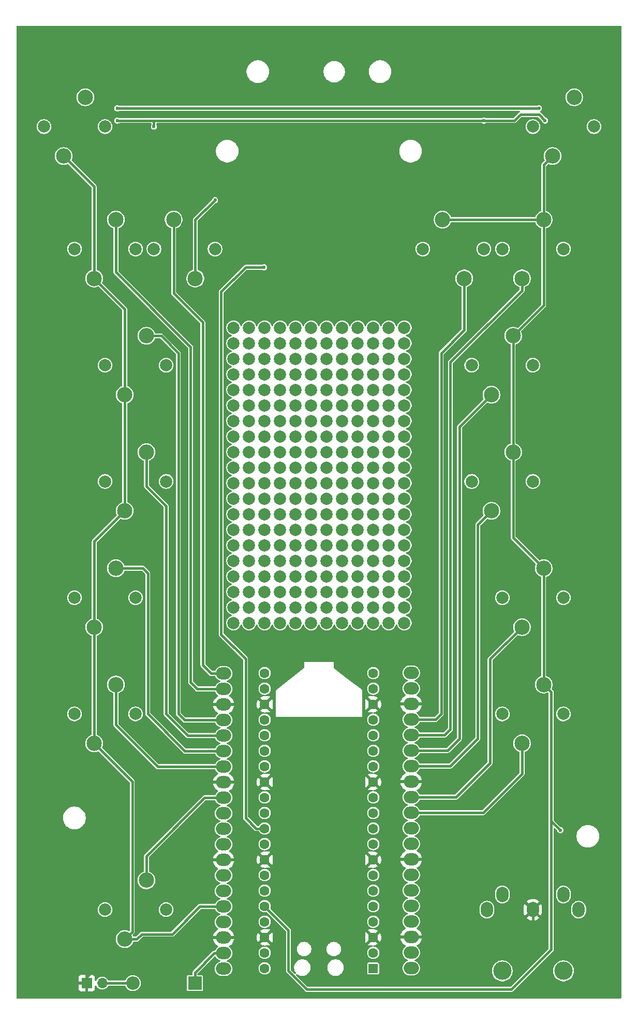
<source format=gbl>
%TF.GenerationSoftware,KiCad,Pcbnew,9.0.0*%
%TF.CreationDate,2025-03-25T20:45:47+10:00*%
%TF.ProjectId,PicoSax,5069636f-5361-4782-9e6b-696361645f70,rev?*%
%TF.SameCoordinates,Original*%
%TF.FileFunction,Copper,L2,Bot*%
%TF.FilePolarity,Positive*%
%FSLAX46Y46*%
G04 Gerber Fmt 4.6, Leading zero omitted, Abs format (unit mm)*
G04 Created by KiCad (PCBNEW 9.0.0) date 2025-03-25 20:45:47*
%MOMM*%
%LPD*%
G01*
G04 APERTURE LIST*
G04 Aperture macros list*
%AMRoundRect*
0 Rectangle with rounded corners*
0 $1 Rounding radius*
0 $2 $3 $4 $5 $6 $7 $8 $9 X,Y pos of 4 corners*
0 Add a 4 corners polygon primitive as box body*
4,1,4,$2,$3,$4,$5,$6,$7,$8,$9,$2,$3,0*
0 Add four circle primitives for the rounded corners*
1,1,$1+$1,$2,$3*
1,1,$1+$1,$4,$5*
1,1,$1+$1,$6,$7*
1,1,$1+$1,$8,$9*
0 Add four rect primitives between the rounded corners*
20,1,$1+$1,$2,$3,$4,$5,0*
20,1,$1+$1,$4,$5,$6,$7,0*
20,1,$1+$1,$6,$7,$8,$9,0*
20,1,$1+$1,$8,$9,$2,$3,0*%
%AMFreePoly0*
4,1,37,0.603843,0.796157,0.639018,0.796157,0.711114,0.766294,0.766294,0.711114,0.796157,0.639018,0.796157,0.603843,0.800000,0.600000,0.800000,-0.600000,0.796157,-0.603843,0.796157,-0.639018,0.766294,-0.711114,0.711114,-0.766294,0.639018,-0.796157,0.603843,-0.796157,0.600000,-0.800000,0.000000,-0.800000,0.000000,-0.796148,-0.078414,-0.796148,-0.232228,-0.765552,-0.377117,-0.705537,
-0.507515,-0.618408,-0.618408,-0.507515,-0.705537,-0.377117,-0.765552,-0.232228,-0.796148,-0.078414,-0.796148,0.078414,-0.765552,0.232228,-0.705537,0.377117,-0.618408,0.507515,-0.507515,0.618408,-0.377117,0.705537,-0.232228,0.765552,-0.078414,0.796148,0.000000,0.796148,0.000000,0.800000,0.600000,0.800000,0.603843,0.796157,0.603843,0.796157,$1*%
%AMFreePoly1*
4,1,37,0.000000,0.796148,0.078414,0.796148,0.232228,0.765552,0.377117,0.705537,0.507515,0.618408,0.618408,0.507515,0.705537,0.377117,0.765552,0.232228,0.796148,0.078414,0.796148,-0.078414,0.765552,-0.232228,0.705537,-0.377117,0.618408,-0.507515,0.507515,-0.618408,0.377117,-0.705537,0.232228,-0.765552,0.078414,-0.796148,0.000000,-0.796148,0.000000,-0.800000,-0.600000,-0.800000,
-0.603843,-0.796157,-0.639018,-0.796157,-0.711114,-0.766294,-0.766294,-0.711114,-0.796157,-0.639018,-0.796157,-0.603843,-0.800000,-0.600000,-0.800000,0.600000,-0.796157,0.603843,-0.796157,0.639018,-0.766294,0.711114,-0.711114,0.766294,-0.639018,0.796157,-0.603843,0.796157,-0.600000,0.800000,0.000000,0.800000,0.000000,0.796148,0.000000,0.796148,$1*%
G04 Aperture macros list end*
%TA.AperFunction,ComponentPad*%
%ADD10C,2.000000*%
%TD*%
%TA.AperFunction,ComponentPad*%
%ADD11C,2.500000*%
%TD*%
%TA.AperFunction,ComponentPad*%
%ADD12RoundRect,0.200000X0.600000X0.600000X-0.600000X0.600000X-0.600000X-0.600000X0.600000X-0.600000X0*%
%TD*%
%TA.AperFunction,ComponentPad*%
%ADD13C,1.600000*%
%TD*%
%TA.AperFunction,ComponentPad*%
%ADD14FreePoly0,180.000000*%
%TD*%
%TA.AperFunction,ComponentPad*%
%ADD15FreePoly1,180.000000*%
%TD*%
%TA.AperFunction,ComponentPad*%
%ADD16O,2.500000X2.000000*%
%TD*%
%TA.AperFunction,ComponentPad*%
%ADD17C,3.000000*%
%TD*%
%TA.AperFunction,ComponentPad*%
%ADD18O,2.000000X2.500000*%
%TD*%
%TA.AperFunction,ComponentPad*%
%ADD19R,1.700000X1.700000*%
%TD*%
%TA.AperFunction,ComponentPad*%
%ADD20O,1.700000X1.700000*%
%TD*%
%TA.AperFunction,ComponentPad*%
%ADD21R,2.200000X2.200000*%
%TD*%
%TA.AperFunction,ComponentPad*%
%ADD22O,2.200000X2.200000*%
%TD*%
%TA.AperFunction,ViaPad*%
%ADD23C,0.600000*%
%TD*%
%TA.AperFunction,Conductor*%
%ADD24C,0.400000*%
%TD*%
G04 APERTURE END LIST*
D10*
%TO.P,SWE1,*%
%TO.N,*%
X65000000Y-106000000D03*
X75000000Y-106000000D03*
D11*
%TO.P,SWE1,1,A*%
%TO.N,+3V3*%
X68225000Y-110810000D03*
%TO.P,SWE1,2,B*%
%TO.N,/E*%
X71775000Y-101190000D03*
%TD*%
D12*
%TO.P,A1,1,GPIO0*%
%TO.N,Net-(A1-GPIO0)*%
X108890000Y-204592500D03*
D13*
%TO.P,A1,2,GPIO1*%
%TO.N,/LEDS*%
X108890000Y-202052500D03*
D14*
%TO.P,A1,3,GND*%
%TO.N,GND*%
X108890000Y-199512500D03*
D13*
%TO.P,A1,4,GPIO2*%
%TO.N,Net-(A1-GPIO2)*%
X108890000Y-196972500D03*
%TO.P,A1,5,GPIO3*%
%TO.N,Net-(A1-GPIO3)*%
X108890000Y-194432500D03*
%TO.P,A1,6,GPIO4*%
%TO.N,Net-(A1-GPIO4)*%
X108890000Y-191892500D03*
%TO.P,A1,7,GPIO5*%
%TO.N,Net-(A1-GPIO5)*%
X108890000Y-189352500D03*
D14*
%TO.P,A1,8,GND*%
%TO.N,GND*%
X108890000Y-186812500D03*
D13*
%TO.P,A1,9,GPIO6*%
%TO.N,Net-(A1-GPIO6)*%
X108890000Y-184272500D03*
%TO.P,A1,10,GPIO7*%
%TO.N,Net-(A1-GPIO7)*%
X108890000Y-181732500D03*
%TO.P,A1,11,GPIO8*%
%TO.N,/Spr*%
X108890000Y-179192500D03*
%TO.P,A1,12,GPIO9*%
%TO.N,/Gs*%
X108890000Y-176652500D03*
D14*
%TO.P,A1,13,GND*%
%TO.N,GND*%
X108890000Y-174112500D03*
D13*
%TO.P,A1,14,GPIO10*%
%TO.N,/G*%
X108890000Y-171572500D03*
%TO.P,A1,15,GPIO11*%
%TO.N,/A*%
X108890000Y-169032500D03*
%TO.P,A1,16,GPIO12*%
%TO.N,/B*%
X108890000Y-166492500D03*
%TO.P,A1,17,GPIO13*%
%TO.N,/8va*%
X108890000Y-163952500D03*
D14*
%TO.P,A1,18,GND*%
%TO.N,GND*%
X108890000Y-161412500D03*
D13*
%TO.P,A1,19,GPIO14*%
%TO.N,/Dup*%
X108890000Y-158872500D03*
%TO.P,A1,20,GPIO15*%
%TO.N,/Bb*%
X108890000Y-156332500D03*
%TO.P,A1,21,GPIO16*%
%TO.N,/8vb*%
X91110000Y-156332500D03*
%TO.P,A1,22,GPIO17*%
%TO.N,/F*%
X91110000Y-158872500D03*
D15*
%TO.P,A1,23,GND*%
%TO.N,GND*%
X91110000Y-161412500D03*
D13*
%TO.P,A1,24,GPIO18*%
%TO.N,/E*%
X91110000Y-163952500D03*
%TO.P,A1,25,GPIO19*%
%TO.N,/D*%
X91110000Y-166492500D03*
%TO.P,A1,26,GPIO20*%
%TO.N,/Eb*%
X91110000Y-169032500D03*
%TO.P,A1,27,GPIO21*%
%TO.N,/C*%
X91110000Y-171572500D03*
D15*
%TO.P,A1,28,GND*%
%TO.N,GND*%
X91110000Y-174112500D03*
D13*
%TO.P,A1,29,GPIO22*%
%TO.N,/Ctrl*%
X91110000Y-176652500D03*
%TO.P,A1,30,RUN*%
%TO.N,Net-(A1-RUN)*%
X91110000Y-179192500D03*
%TO.P,A1,31,GPIO26_ADC0*%
%TO.N,Net-(A1-GPIO26_ADC0)*%
X91110000Y-181732500D03*
%TO.P,A1,32,GPIO27_ADC1*%
%TO.N,Net-(A1-GPIO27_ADC1)*%
X91110000Y-184272500D03*
D15*
%TO.P,A1,33,AGND*%
%TO.N,GND*%
X91110000Y-186812500D03*
D13*
%TO.P,A1,34,GPIO28_ADC2*%
%TO.N,Net-(A1-GPIO28_ADC2)*%
X91110000Y-189352500D03*
%TO.P,A1,35,ADC_VREF*%
%TO.N,Net-(A1-ADC_VREF)*%
X91110000Y-191892500D03*
%TO.P,A1,36,3V3*%
%TO.N,+3V3*%
X91110000Y-194432500D03*
%TO.P,A1,37,3V3_EN*%
%TO.N,Net-(A1-3V3_EN)*%
X91110000Y-196972500D03*
D15*
%TO.P,A1,38,GND*%
%TO.N,GND*%
X91110000Y-199512500D03*
D13*
%TO.P,A1,39,VSYS*%
%TO.N,Net-(A1-VSYS)*%
X91110000Y-202052500D03*
%TO.P,A1,40,VBUS*%
%TO.N,+5V*%
X91110000Y-204592500D03*
%TD*%
D10*
%TO.P,SWDup1,*%
%TO.N,*%
X135000000Y-67000000D03*
X145000000Y-67000000D03*
D11*
%TO.P,SWDup1,1,A*%
%TO.N,+3V3*%
X138225000Y-71810000D03*
%TO.P,SWDup1,2,B*%
%TO.N,/Dup*%
X141775000Y-62190000D03*
%TD*%
D10*
%TO.P,U1,*%
%TO.N,*%
X86030000Y-99870000D03*
X86030000Y-102410000D03*
X86030000Y-104950000D03*
X86030000Y-107490000D03*
X86030000Y-110030000D03*
X86030000Y-112570000D03*
X86030000Y-115110000D03*
X86030000Y-117650000D03*
X86030000Y-120190000D03*
X86030000Y-122730000D03*
X86030000Y-125270000D03*
X86030000Y-127810000D03*
X86030000Y-130350000D03*
X86030000Y-132890000D03*
X86030000Y-135430000D03*
X86030000Y-137970000D03*
X86030000Y-140510000D03*
X86030000Y-143050000D03*
X86030000Y-145590000D03*
X86030000Y-148130000D03*
X88570000Y-99870000D03*
X88570000Y-102410000D03*
X88570000Y-104950000D03*
X88570000Y-107490000D03*
X88570000Y-110030000D03*
X88570000Y-112570000D03*
X88570000Y-115110000D03*
X88570000Y-117650000D03*
X88570000Y-120190000D03*
X88570000Y-122730000D03*
X88570000Y-125270000D03*
X88570000Y-127810000D03*
X88570000Y-130350000D03*
X88570000Y-132890000D03*
X88570000Y-135430000D03*
X88570000Y-137970000D03*
X88570000Y-140510000D03*
X88570000Y-143050000D03*
X88570000Y-145590000D03*
X88570000Y-148130000D03*
X91110000Y-99870000D03*
X91110000Y-102410000D03*
X91110000Y-104950000D03*
X91110000Y-107490000D03*
X91110000Y-110030000D03*
X91110000Y-112570000D03*
X91110000Y-115110000D03*
X91110000Y-117650000D03*
X91110000Y-120190000D03*
X91110000Y-122730000D03*
X91110000Y-125270000D03*
X91110000Y-127810000D03*
X91110000Y-130350000D03*
X91110000Y-132890000D03*
X91110000Y-135430000D03*
X91110000Y-137970000D03*
X91110000Y-140510000D03*
X91110000Y-143050000D03*
X91110000Y-145590000D03*
X91110000Y-148130000D03*
X93650000Y-99870000D03*
X93650000Y-102410000D03*
X93650000Y-104950000D03*
X93650000Y-107490000D03*
X93650000Y-110030000D03*
X93650000Y-112570000D03*
X93650000Y-115110000D03*
X93650000Y-117650000D03*
X93650000Y-120190000D03*
X93650000Y-122730000D03*
X93650000Y-125270000D03*
X93650000Y-127810000D03*
X93650000Y-130350000D03*
X93650000Y-132890000D03*
X93650000Y-135430000D03*
X93650000Y-137970000D03*
X93650000Y-140510000D03*
X93650000Y-143050000D03*
X93650000Y-145590000D03*
X93650000Y-148130000D03*
X96190000Y-99870000D03*
X96190000Y-102410000D03*
X96190000Y-104950000D03*
X96190000Y-107490000D03*
X96190000Y-110030000D03*
X96190000Y-112570000D03*
X96190000Y-115110000D03*
X96190000Y-117650000D03*
X96190000Y-120190000D03*
X96190000Y-122730000D03*
X96190000Y-125270000D03*
X96190000Y-127810000D03*
X96190000Y-130350000D03*
X96190000Y-132890000D03*
X96190000Y-135430000D03*
X96190000Y-137970000D03*
X96190000Y-140510000D03*
X96190000Y-143050000D03*
X96190000Y-145590000D03*
X96190000Y-148130000D03*
X98730000Y-99870000D03*
X98730000Y-102410000D03*
X98730000Y-104950000D03*
X98730000Y-107490000D03*
X98730000Y-110030000D03*
X98730000Y-112570000D03*
X98730000Y-115110000D03*
X98730000Y-117650000D03*
X98730000Y-120190000D03*
X98730000Y-122730000D03*
X98730000Y-125270000D03*
X98730000Y-127810000D03*
X98730000Y-130350000D03*
X98730000Y-132890000D03*
X98730000Y-135430000D03*
X98730000Y-137970000D03*
X98730000Y-140510000D03*
X98730000Y-143050000D03*
X98730000Y-145590000D03*
X98730000Y-148130000D03*
X101270000Y-99870000D03*
X101270000Y-102410000D03*
X101270000Y-104950000D03*
X101270000Y-107490000D03*
X101270000Y-110030000D03*
X101270000Y-112570000D03*
X101270000Y-115110000D03*
X101270000Y-117650000D03*
X101270000Y-120190000D03*
X101270000Y-122730000D03*
X101270000Y-125270000D03*
X101270000Y-127810000D03*
X101270000Y-130350000D03*
X101270000Y-132890000D03*
X101270000Y-135430000D03*
X101270000Y-137970000D03*
X101270000Y-140510000D03*
X101270000Y-143050000D03*
X101270000Y-145590000D03*
X101270000Y-148130000D03*
X103810000Y-99870000D03*
X103810000Y-102410000D03*
X103810000Y-104950000D03*
X103810000Y-107490000D03*
X103810000Y-110030000D03*
X103810000Y-112570000D03*
X103810000Y-115110000D03*
X103810000Y-117650000D03*
X103810000Y-120190000D03*
X103810000Y-122730000D03*
X103810000Y-125270000D03*
X103810000Y-127810000D03*
X103810000Y-130350000D03*
X103810000Y-132890000D03*
X103810000Y-135430000D03*
X103810000Y-137970000D03*
X103810000Y-140510000D03*
X103810000Y-143050000D03*
X103810000Y-145590000D03*
X103810000Y-148130000D03*
X106350000Y-99870000D03*
X106350000Y-102410000D03*
X106350000Y-104950000D03*
X106350000Y-107490000D03*
X106350000Y-110030000D03*
X106350000Y-112570000D03*
X106350000Y-115110000D03*
X106350000Y-117650000D03*
X106350000Y-120190000D03*
X106350000Y-122730000D03*
X106350000Y-125270000D03*
X106350000Y-127810000D03*
X106350000Y-130350000D03*
X106350000Y-132890000D03*
X106350000Y-135430000D03*
X106350000Y-137970000D03*
X106350000Y-140510000D03*
X106350000Y-143050000D03*
X106350000Y-145590000D03*
X106350000Y-148130000D03*
X108890000Y-99870000D03*
X108890000Y-102410000D03*
X108890000Y-104950000D03*
X108890000Y-107490000D03*
X108890000Y-110030000D03*
X108890000Y-112570000D03*
X108890000Y-115110000D03*
X108890000Y-117650000D03*
X108890000Y-120190000D03*
X108890000Y-122730000D03*
X108890000Y-125270000D03*
X108890000Y-127810000D03*
X108890000Y-130350000D03*
X108890000Y-132890000D03*
X108890000Y-135430000D03*
X108890000Y-137970000D03*
X108890000Y-140510000D03*
X108890000Y-143050000D03*
X108890000Y-145590000D03*
X108890000Y-148130000D03*
X111430000Y-99870000D03*
X111430000Y-102410000D03*
X111430000Y-104950000D03*
X111430000Y-107490000D03*
X111430000Y-110030000D03*
X111430000Y-112570000D03*
X111430000Y-115110000D03*
X111430000Y-117650000D03*
X111430000Y-120190000D03*
X111430000Y-122730000D03*
X111430000Y-125270000D03*
X111430000Y-127810000D03*
X111430000Y-130350000D03*
X111430000Y-132890000D03*
X111430000Y-135430000D03*
X111430000Y-137970000D03*
X111430000Y-140510000D03*
X111430000Y-143050000D03*
X111430000Y-145590000D03*
X111430000Y-148130000D03*
X113970000Y-99870000D03*
X113970000Y-102410000D03*
X113970000Y-104950000D03*
X113970000Y-107490000D03*
X113970000Y-110030000D03*
X113970000Y-112570000D03*
X113970000Y-115110000D03*
X113970000Y-117650000D03*
X113970000Y-120190000D03*
X113970000Y-122730000D03*
X113970000Y-125270000D03*
X113970000Y-127810000D03*
X113970000Y-130350000D03*
X113970000Y-132890000D03*
X113970000Y-135430000D03*
X113970000Y-137970000D03*
X113970000Y-140510000D03*
X113970000Y-143050000D03*
X113970000Y-145590000D03*
X113970000Y-148130000D03*
%TD*%
%TO.P,SWA1,*%
%TO.N,*%
X135000000Y-106000000D03*
X125000000Y-106000000D03*
D11*
%TO.P,SWA1,1,A*%
%TO.N,+3V3*%
X131775000Y-101190000D03*
%TO.P,SWA1,2,B*%
%TO.N,/A*%
X128225000Y-110810000D03*
%TD*%
D10*
%TO.P,SWGs1,*%
%TO.N,*%
X140000000Y-144000000D03*
X130000000Y-144000000D03*
D11*
%TO.P,SWGs1,1,A*%
%TO.N,+3V3*%
X136775000Y-139190000D03*
%TO.P,SWGs1,2,B*%
%TO.N,/Gs*%
X133225000Y-148810000D03*
%TD*%
D10*
%TO.P,SWCTRL1,*%
%TO.N,*%
X65000000Y-195000000D03*
X75000000Y-195000000D03*
D11*
%TO.P,SWCTRL1,1,A*%
%TO.N,+3V3*%
X68225000Y-199810000D03*
%TO.P,SWCTRL1,2,B*%
%TO.N,/Ctrl*%
X71775000Y-190190000D03*
%TD*%
D10*
%TO.P,SWF1,*%
%TO.N,*%
X60000000Y-87000000D03*
X70000000Y-87000000D03*
D11*
%TO.P,SWF1,1,A*%
%TO.N,+3V3*%
X63225000Y-91810000D03*
%TO.P,SWF1,2,B*%
%TO.N,/F*%
X66775000Y-82190000D03*
%TD*%
D10*
%TO.P,SWSPR1,*%
%TO.N,*%
X140000000Y-163000000D03*
X130000000Y-163000000D03*
D11*
%TO.P,SWSPR1,1,A*%
%TO.N,+3V3*%
X136775000Y-158190000D03*
%TO.P,SWSPR1,2,B*%
%TO.N,/Spr*%
X133225000Y-167810000D03*
%TD*%
D10*
%TO.P,SWC1,*%
%TO.N,*%
X60000000Y-163000000D03*
X70000000Y-163000000D03*
D11*
%TO.P,SWC1,1,A*%
%TO.N,+3V3*%
X63225000Y-167810000D03*
%TO.P,SWC1,2,B*%
%TO.N,/C*%
X66775000Y-158190000D03*
%TD*%
D16*
%TO.P,J4,1,1*%
%TO.N,/8vb*%
X84400000Y-156382500D03*
%TO.P,J4,2,2*%
%TO.N,/F*%
X84400000Y-158922500D03*
%TO.P,J4,3,3*%
%TO.N,GND*%
X84400000Y-161462500D03*
%TO.P,J4,4,4*%
%TO.N,/E*%
X84400000Y-164002500D03*
%TO.P,J4,5,5*%
%TO.N,/D*%
X84400000Y-166542500D03*
%TO.P,J4,6,6*%
%TO.N,/Eb*%
X84400000Y-169082500D03*
%TO.P,J4,7,7*%
%TO.N,/C*%
X84400000Y-171622500D03*
%TO.P,J4,8,8*%
%TO.N,GND*%
X84400000Y-174162500D03*
%TO.P,J4,9,9*%
%TO.N,/Ctrl*%
X84400000Y-176702500D03*
%TO.P,J4,10,10*%
%TO.N,Net-(A1-RUN)*%
X84400000Y-179242500D03*
%TO.P,J4,11,11*%
%TO.N,Net-(A1-GPIO26_ADC0)*%
X84400000Y-181782500D03*
%TO.P,J4,12,12*%
%TO.N,Net-(A1-GPIO27_ADC1)*%
X84400000Y-184322500D03*
%TO.P,J4,13,13*%
%TO.N,GND*%
X84400000Y-186862500D03*
%TO.P,J4,14,14*%
%TO.N,Net-(A1-GPIO28_ADC2)*%
X84400000Y-189402500D03*
%TO.P,J4,15,15*%
%TO.N,Net-(A1-ADC_VREF)*%
X84400000Y-191942500D03*
%TO.P,J4,16,16*%
%TO.N,+3V3*%
X84400000Y-194482500D03*
%TO.P,J4,17,17*%
%TO.N,Net-(A1-3V3_EN)*%
X84400000Y-197022500D03*
%TO.P,J4,18,18*%
%TO.N,GND*%
X84400000Y-199562500D03*
%TO.P,J4,19,19*%
%TO.N,Net-(A1-VSYS)*%
X84400000Y-202102500D03*
%TO.P,J4,20,20*%
%TO.N,+5V*%
X84400000Y-204642500D03*
%TD*%
D10*
%TO.P,SWB1,*%
%TO.N,*%
X140000000Y-87000000D03*
X130000000Y-87000000D03*
D11*
%TO.P,SWB1,1,A*%
%TO.N,+3V3*%
X136775000Y-82190000D03*
%TO.P,SWB1,2,B*%
%TO.N,/B*%
X133225000Y-91810000D03*
%TD*%
D17*
%TO.P,J2,*%
%TO.N,*%
X130000000Y-205000000D03*
X140000000Y-205000000D03*
D18*
%TO.P,J2,1,NC1*%
%TO.N,unconnected-(J2-NC1-Pad1)*%
X142500000Y-195000000D03*
%TO.P,J2,2,Shield*%
%TO.N,GND*%
X135000000Y-195000000D03*
%TO.P,J2,3,NC2*%
%TO.N,unconnected-(J2-NC2-Pad3)*%
X127500000Y-195000000D03*
%TO.P,J2,4,Vref*%
%TO.N,Net-(J2-Vref)*%
X140000000Y-192500000D03*
%TO.P,J2,5,Data*%
%TO.N,Net-(J2-Data)*%
X130000000Y-192500000D03*
%TD*%
D10*
%TO.P,SWEb1,*%
%TO.N,*%
X60000000Y-144000000D03*
X70000000Y-144000000D03*
D11*
%TO.P,SWEb1,1,A*%
%TO.N,+3V3*%
X63225000Y-148810000D03*
%TO.P,SWEb1,2,B*%
%TO.N,/Eb*%
X66775000Y-139190000D03*
%TD*%
D10*
%TO.P,SWG1,*%
%TO.N,*%
X135000000Y-125000000D03*
X125000000Y-125000000D03*
D11*
%TO.P,SWG1,1,A*%
%TO.N,+3V3*%
X131775000Y-120190000D03*
%TO.P,SWG1,2,B*%
%TO.N,/G*%
X128225000Y-129810000D03*
%TD*%
D10*
%TO.P,SWBb1,*%
%TO.N,*%
X55000000Y-67000000D03*
X65000000Y-67000000D03*
D11*
%TO.P,SWBb1,1,A*%
%TO.N,+3V3*%
X58225000Y-71810000D03*
%TO.P,SWBb1,2,B*%
%TO.N,/Bb*%
X61775000Y-62190000D03*
%TD*%
D16*
%TO.P,J1,1,1*%
%TO.N,Net-(A1-GPIO0)*%
X115100000Y-204542500D03*
%TO.P,J1,2,2*%
%TO.N,/LEDS*%
X115100000Y-202002500D03*
%TO.P,J1,3,3*%
%TO.N,GND*%
X115100000Y-199462500D03*
%TO.P,J1,4,4*%
%TO.N,Net-(A1-GPIO2)*%
X115100000Y-196922500D03*
%TO.P,J1,5,5*%
%TO.N,Net-(A1-GPIO3)*%
X115100000Y-194382500D03*
%TO.P,J1,6,6*%
%TO.N,Net-(A1-GPIO4)*%
X115100000Y-191842500D03*
%TO.P,J1,7,7*%
%TO.N,Net-(A1-GPIO5)*%
X115100000Y-189302500D03*
%TO.P,J1,8,8*%
%TO.N,GND*%
X115100000Y-186762500D03*
%TO.P,J1,9,9*%
%TO.N,Net-(A1-GPIO6)*%
X115100000Y-184222500D03*
%TO.P,J1,10,10*%
%TO.N,Net-(A1-GPIO7)*%
X115100000Y-181682500D03*
%TO.P,J1,11,11*%
%TO.N,/Spr*%
X115100000Y-179142500D03*
%TO.P,J1,12,12*%
%TO.N,/Gs*%
X115100000Y-176602500D03*
%TO.P,J1,13,13*%
%TO.N,GND*%
X115100000Y-174062500D03*
%TO.P,J1,14,14*%
%TO.N,/G*%
X115100000Y-171522500D03*
%TO.P,J1,15,15*%
%TO.N,/A*%
X115100000Y-168982500D03*
%TO.P,J1,16,16*%
%TO.N,/B*%
X115100000Y-166442500D03*
%TO.P,J1,17,17*%
%TO.N,/8va*%
X115100000Y-163902500D03*
%TO.P,J1,18,18*%
%TO.N,GND*%
X115100000Y-161362500D03*
%TO.P,J1,19,19*%
%TO.N,/Dup*%
X115100000Y-158822500D03*
%TO.P,J1,20,20*%
%TO.N,/Bb*%
X115100000Y-156282500D03*
%TD*%
D10*
%TO.P,SWD1,*%
%TO.N,*%
X65000000Y-125000000D03*
X75000000Y-125000000D03*
D11*
%TO.P,SWD1,1,A*%
%TO.N,+3V3*%
X68225000Y-129810000D03*
%TO.P,SWD1,2,B*%
%TO.N,/D*%
X71775000Y-120190000D03*
%TD*%
D10*
%TO.P,SW8va1,*%
%TO.N,*%
X127000000Y-87000000D03*
X117000000Y-87000000D03*
D11*
%TO.P,SW8va1,1,A*%
%TO.N,+3V3*%
X120225000Y-82190000D03*
%TO.P,SW8va1,2,B*%
%TO.N,/8va*%
X123775000Y-91810000D03*
%TD*%
D19*
%TO.P,J3,1,Pin_1*%
%TO.N,GND*%
X62000000Y-207000000D03*
D20*
%TO.P,J3,2,Pin_2*%
%TO.N,Net-(D1-A)*%
X64540000Y-207000000D03*
%TD*%
D10*
%TO.P,SW8vb1,*%
%TO.N,*%
X73000000Y-87000000D03*
X83000000Y-87000000D03*
D11*
%TO.P,SW8vb1,1,A*%
%TO.N,+3V3*%
X79775000Y-91810000D03*
%TO.P,SW8vb1,2,B*%
%TO.N,/8vb*%
X76225000Y-82190000D03*
%TD*%
D21*
%TO.P,D1,1,K*%
%TO.N,Net-(A1-VSYS)*%
X79710000Y-207000000D03*
D22*
%TO.P,D1,2,A*%
%TO.N,Net-(D1-A)*%
X69550000Y-207000000D03*
%TD*%
D23*
%TO.N,GND*%
X60000000Y-174000000D03*
X68000000Y-174162500D03*
X109000000Y-87000000D03*
%TO.N,Net-(A1-GPIO26_ADC0)*%
X91000000Y-90000000D03*
%TO.N,+5V*%
X127000000Y-66000000D03*
X73000000Y-67000000D03*
X137000000Y-66000000D03*
X67000000Y-66000000D03*
%TO.N,+3V3*%
X139500000Y-182000000D03*
X83000000Y-79000000D03*
%TO.N,Net-(L1-DOut)*%
X67000000Y-64000000D03*
X136000000Y-64000000D03*
%TD*%
D24*
%TO.N,/E*%
X77000000Y-163000000D02*
X77000000Y-104000000D01*
X77000000Y-104000000D02*
X74190000Y-101190000D01*
X84400000Y-164002500D02*
X78002500Y-164002500D01*
X78002500Y-164002500D02*
X77000000Y-163000000D01*
X74190000Y-101190000D02*
X71775000Y-101190000D01*
%TO.N,/B*%
X121500000Y-105500000D02*
X133225000Y-93775000D01*
X133225000Y-93775000D02*
X133225000Y-91810000D01*
X115100000Y-166442500D02*
X120557500Y-166442500D01*
X120557500Y-166442500D02*
X121500000Y-165500000D01*
X121500000Y-165500000D02*
X121500000Y-105500000D01*
%TO.N,GND*%
X121000000Y-202000000D02*
X130000000Y-202000000D01*
X135000000Y-197000000D02*
X135000000Y-195000000D01*
X114000000Y-87000000D02*
X109000000Y-87000000D01*
X82437500Y-199562500D02*
X78000000Y-204000000D01*
X118500000Y-160500000D02*
X118500000Y-91500000D01*
X130000000Y-202000000D02*
X135000000Y-197000000D01*
X115100000Y-199462500D02*
X118462500Y-199462500D01*
X64000000Y-204000000D02*
X62000000Y-206000000D01*
X117637500Y-161362500D02*
X118500000Y-160500000D01*
X60000000Y-174000000D02*
X67837500Y-174000000D01*
X62000000Y-206000000D02*
X62000000Y-207000000D01*
X118462500Y-199462500D02*
X121000000Y-202000000D01*
X78000000Y-204000000D02*
X64000000Y-204000000D01*
X67837500Y-174000000D02*
X68000000Y-174162500D01*
X115100000Y-161362500D02*
X117637500Y-161362500D01*
X84400000Y-199562500D02*
X82437500Y-199562500D01*
X118500000Y-91500000D02*
X114000000Y-87000000D01*
%TO.N,/Gs*%
X128000000Y-154035000D02*
X133225000Y-148810000D01*
X115100000Y-176602500D02*
X122397500Y-176602500D01*
X122397500Y-176602500D02*
X128000000Y-171000000D01*
X128000000Y-171000000D02*
X128000000Y-154035000D01*
%TO.N,/8va*%
X120000000Y-104000000D02*
X120000000Y-163000000D01*
X120000000Y-163000000D02*
X119097500Y-163902500D01*
X123775000Y-91810000D02*
X123775000Y-100225000D01*
X123775000Y-100225000D02*
X120000000Y-104000000D01*
X119097500Y-163902500D02*
X115100000Y-163902500D01*
%TO.N,/Ctrl*%
X71775000Y-190190000D02*
X71775000Y-186225000D01*
X71775000Y-186225000D02*
X81297500Y-176702500D01*
X81297500Y-176702500D02*
X84400000Y-176702500D01*
%TO.N,Net-(A1-VSYS)*%
X79710000Y-205290000D02*
X79710000Y-207000000D01*
X84400000Y-202102500D02*
X82897500Y-202102500D01*
X82897500Y-202102500D02*
X79710000Y-205290000D01*
%TO.N,/A*%
X115100000Y-168982500D02*
X121017500Y-168982500D01*
X121017500Y-168982500D02*
X123000000Y-167000000D01*
X123000000Y-167000000D02*
X123000000Y-116035000D01*
X123000000Y-116035000D02*
X128225000Y-110810000D01*
%TO.N,Net-(A1-GPIO26_ADC0)*%
X84000000Y-150000000D02*
X84000000Y-94000000D01*
X89732500Y-181732500D02*
X88000000Y-180000000D01*
X88000000Y-154000000D02*
X84000000Y-150000000D01*
X91110000Y-181732500D02*
X89732500Y-181732500D01*
X88000000Y-180000000D02*
X88000000Y-154000000D01*
X88000000Y-90000000D02*
X91000000Y-90000000D01*
X84000000Y-94000000D02*
X88000000Y-90000000D01*
%TO.N,/D*%
X75000000Y-129000000D02*
X71775000Y-125775000D01*
X78542500Y-166542500D02*
X75000000Y-163000000D01*
X75000000Y-163000000D02*
X75000000Y-129000000D01*
X84400000Y-166542500D02*
X78542500Y-166542500D01*
X71775000Y-125775000D02*
X71775000Y-120190000D01*
%TO.N,/Spr*%
X126857500Y-179142500D02*
X133225000Y-172775000D01*
X133225000Y-172775000D02*
X133225000Y-167810000D01*
X115100000Y-179142500D02*
X126857500Y-179142500D01*
%TO.N,/Eb*%
X78082500Y-169082500D02*
X72000000Y-163000000D01*
X72000000Y-140000000D02*
X71190000Y-139190000D01*
X84400000Y-169082500D02*
X78082500Y-169082500D01*
X71190000Y-139190000D02*
X66775000Y-139190000D01*
X72000000Y-163000000D02*
X72000000Y-140000000D01*
%TO.N,+5V*%
X67000000Y-66000000D02*
X73000000Y-66000000D01*
X73000000Y-66000000D02*
X127000000Y-66000000D01*
X133000000Y-65000000D02*
X136000000Y-65000000D01*
X127000000Y-66000000D02*
X132000000Y-66000000D01*
X136000000Y-65000000D02*
X137000000Y-66000000D01*
X132000000Y-66000000D02*
X133000000Y-65000000D01*
X73000000Y-67000000D02*
X73000000Y-66000000D01*
%TO.N,/F*%
X79000000Y-157845000D02*
X80077500Y-158922500D01*
X66775000Y-90775000D02*
X79000000Y-103000000D01*
X80077500Y-158922500D02*
X84400000Y-158922500D01*
X66775000Y-82190000D02*
X66775000Y-90775000D01*
X79000000Y-103000000D02*
X79000000Y-157845000D01*
%TO.N,/8vb*%
X84400000Y-156382500D02*
X82382500Y-156382500D01*
X81000000Y-99000000D02*
X76225000Y-94225000D01*
X76225000Y-94225000D02*
X76225000Y-82190000D01*
X82382500Y-156382500D02*
X81000000Y-155000000D01*
X81000000Y-155000000D02*
X81000000Y-99000000D01*
%TO.N,/G*%
X126000000Y-167000000D02*
X126000000Y-132035000D01*
X126000000Y-132035000D02*
X128225000Y-129810000D01*
X121477500Y-171522500D02*
X126000000Y-167000000D01*
X115100000Y-171522500D02*
X121477500Y-171522500D01*
%TO.N,+3V3*%
X58225000Y-71810000D02*
X63225000Y-76810000D01*
X131775000Y-101190000D02*
X136775000Y-96190000D01*
X63225000Y-167810000D02*
X69455599Y-174040599D01*
X76000000Y-199000000D02*
X71000000Y-199000000D01*
X63225000Y-134810000D02*
X63225000Y-148810000D01*
X80517500Y-194482500D02*
X76000000Y-199000000D01*
X63225000Y-91810000D02*
X68225000Y-96810000D01*
X136775000Y-96190000D02*
X136775000Y-82190000D01*
X79775000Y-82225000D02*
X83000000Y-79000000D01*
X68225000Y-110810000D02*
X68225000Y-129810000D01*
X98000000Y-208000000D02*
X131500000Y-208000000D01*
X138000000Y-201500000D02*
X138000000Y-180500000D01*
X136775000Y-82190000D02*
X136775000Y-73260000D01*
X68225000Y-129810000D02*
X63225000Y-134810000D01*
X95000000Y-205000000D02*
X98000000Y-208000000D01*
X136775000Y-73260000D02*
X138225000Y-71810000D01*
X68225000Y-96810000D02*
X68225000Y-110810000D01*
X70190000Y-199810000D02*
X68225000Y-199810000D01*
X139500000Y-182000000D02*
X138000000Y-180500000D01*
X71000000Y-199000000D02*
X70190000Y-199810000D01*
X136775000Y-139190000D02*
X131775000Y-134190000D01*
X131775000Y-134190000D02*
X131775000Y-120190000D01*
X63225000Y-148810000D02*
X63225000Y-167810000D01*
X69455599Y-174040599D02*
X69455599Y-198579401D01*
X69455599Y-198579401D02*
X68225000Y-199810000D01*
X79775000Y-91810000D02*
X79775000Y-82225000D01*
X84400000Y-194482500D02*
X80517500Y-194482500D01*
X136775000Y-82190000D02*
X120225000Y-82190000D01*
X131500000Y-208000000D02*
X138000000Y-201500000D01*
X95000000Y-198322500D02*
X95000000Y-205000000D01*
X138000000Y-159415000D02*
X136775000Y-158190000D01*
X131775000Y-120190000D02*
X131775000Y-101190000D01*
X138000000Y-180500000D02*
X138000000Y-159415000D01*
X63225000Y-76810000D02*
X63225000Y-91810000D01*
X91110000Y-194432500D02*
X95000000Y-198322500D01*
X136775000Y-158190000D02*
X136775000Y-139190000D01*
%TO.N,/C*%
X84400000Y-171622500D02*
X73622500Y-171622500D01*
X66775000Y-164775000D02*
X66775000Y-158190000D01*
X73622500Y-171622500D02*
X66775000Y-164775000D01*
%TO.N,Net-(L1-DOut)*%
X136000000Y-64000000D02*
X67000000Y-64000000D01*
%TO.N,Net-(D1-A)*%
X64540000Y-207000000D02*
X69550000Y-207000000D01*
%TD*%
%TA.AperFunction,Conductor*%
%TO.N,GND*%
G36*
X149442539Y-50520185D02*
G01*
X149488294Y-50572989D01*
X149499500Y-50624500D01*
X149499500Y-209375500D01*
X149479815Y-209442539D01*
X149427011Y-209488294D01*
X149375500Y-209499500D01*
X50624500Y-209499500D01*
X50557461Y-209479815D01*
X50511706Y-209427011D01*
X50500500Y-209375500D01*
X50500500Y-206102155D01*
X60650000Y-206102155D01*
X60650000Y-206750000D01*
X61566988Y-206750000D01*
X61534075Y-206807007D01*
X61500000Y-206934174D01*
X61500000Y-207065826D01*
X61534075Y-207192993D01*
X61566988Y-207250000D01*
X60650000Y-207250000D01*
X60650000Y-207897844D01*
X60656401Y-207957372D01*
X60656403Y-207957379D01*
X60706645Y-208092086D01*
X60706649Y-208092093D01*
X60792809Y-208207187D01*
X60792812Y-208207190D01*
X60907906Y-208293350D01*
X60907913Y-208293354D01*
X61042620Y-208343596D01*
X61042627Y-208343598D01*
X61102155Y-208349999D01*
X61102172Y-208350000D01*
X61750000Y-208350000D01*
X61750000Y-207433012D01*
X61807007Y-207465925D01*
X61934174Y-207500000D01*
X62065826Y-207500000D01*
X62192993Y-207465925D01*
X62250000Y-207433012D01*
X62250000Y-208350000D01*
X62897828Y-208350000D01*
X62897844Y-208349999D01*
X62957372Y-208343598D01*
X62957379Y-208343596D01*
X63092086Y-208293354D01*
X63092093Y-208293350D01*
X63207187Y-208207190D01*
X63207190Y-208207187D01*
X63293350Y-208092093D01*
X63293354Y-208092086D01*
X63343596Y-207957379D01*
X63343598Y-207957372D01*
X63349999Y-207897844D01*
X63350000Y-207897827D01*
X63350000Y-207495564D01*
X63369685Y-207428525D01*
X63422489Y-207382770D01*
X63491647Y-207372826D01*
X63555203Y-207401851D01*
X63588561Y-207448112D01*
X63598865Y-207472989D01*
X63609059Y-207497598D01*
X63652880Y-207563181D01*
X63724024Y-207669657D01*
X63870342Y-207815975D01*
X63870345Y-207815977D01*
X64042402Y-207930941D01*
X64233580Y-208010130D01*
X64436530Y-208050499D01*
X64436534Y-208050500D01*
X64436535Y-208050500D01*
X64643466Y-208050500D01*
X64643467Y-208050499D01*
X64846420Y-208010130D01*
X65037598Y-207930941D01*
X65209655Y-207815977D01*
X65355977Y-207669655D01*
X65470941Y-207497598D01*
X65479454Y-207477045D01*
X65523296Y-207422643D01*
X65589590Y-207400579D01*
X65594015Y-207400500D01*
X68222613Y-207400500D01*
X68289652Y-207420185D01*
X68335407Y-207472989D01*
X68340543Y-207486180D01*
X68344779Y-207499219D01*
X68437715Y-207681613D01*
X68558028Y-207847213D01*
X68702786Y-207991971D01*
X68840585Y-208092086D01*
X68868390Y-208112287D01*
X68984607Y-208171503D01*
X69050776Y-208205218D01*
X69050778Y-208205218D01*
X69050781Y-208205220D01*
X69155137Y-208239127D01*
X69245465Y-208268477D01*
X69346557Y-208284488D01*
X69447648Y-208300500D01*
X69447649Y-208300500D01*
X69652351Y-208300500D01*
X69652352Y-208300500D01*
X69854534Y-208268477D01*
X70049219Y-208205220D01*
X70231610Y-208112287D01*
X70372217Y-208010131D01*
X70397213Y-207991971D01*
X70397215Y-207991968D01*
X70397219Y-207991966D01*
X70541966Y-207847219D01*
X70541968Y-207847215D01*
X70541971Y-207847213D01*
X70594732Y-207774590D01*
X70662287Y-207681610D01*
X70755220Y-207499219D01*
X70818477Y-207304534D01*
X70850500Y-207102352D01*
X70850500Y-206897648D01*
X70836144Y-206807007D01*
X70818477Y-206695465D01*
X70778196Y-206571495D01*
X70755220Y-206500781D01*
X70755218Y-206500778D01*
X70755218Y-206500776D01*
X70668378Y-206330345D01*
X70662287Y-206318390D01*
X70635298Y-206281242D01*
X70541971Y-206152786D01*
X70397213Y-206008028D01*
X70351034Y-205974478D01*
X70231613Y-205887715D01*
X70231612Y-205887714D01*
X70231610Y-205887713D01*
X70143856Y-205843000D01*
X70049223Y-205794781D01*
X69854534Y-205731522D01*
X69679995Y-205703878D01*
X69652352Y-205699500D01*
X69447648Y-205699500D01*
X69423329Y-205703351D01*
X69245465Y-205731522D01*
X69050776Y-205794781D01*
X68868386Y-205887715D01*
X68702786Y-206008028D01*
X68558028Y-206152786D01*
X68437715Y-206318386D01*
X68344779Y-206500780D01*
X68340543Y-206513820D01*
X68301105Y-206571495D01*
X68236746Y-206598692D01*
X68222613Y-206599500D01*
X65594015Y-206599500D01*
X65526976Y-206579815D01*
X65481221Y-206527011D01*
X65479454Y-206522954D01*
X65470941Y-206502402D01*
X65470938Y-206502397D01*
X65470937Y-206502395D01*
X65355977Y-206330344D01*
X65209657Y-206184024D01*
X65087130Y-206102155D01*
X65037598Y-206069059D01*
X64846420Y-205989870D01*
X64846412Y-205989868D01*
X64643469Y-205949500D01*
X64643465Y-205949500D01*
X64436535Y-205949500D01*
X64436530Y-205949500D01*
X64233587Y-205989868D01*
X64233579Y-205989870D01*
X64042403Y-206069058D01*
X63870342Y-206184024D01*
X63724024Y-206330342D01*
X63609058Y-206502403D01*
X63588561Y-206551888D01*
X63544720Y-206606291D01*
X63478426Y-206628356D01*
X63410726Y-206611077D01*
X63363116Y-206559939D01*
X63350000Y-206504435D01*
X63350000Y-206102172D01*
X63349999Y-206102155D01*
X63343598Y-206042627D01*
X63343596Y-206042620D01*
X63293354Y-205907913D01*
X63293350Y-205907906D01*
X63207190Y-205792812D01*
X63207187Y-205792809D01*
X63092093Y-205706649D01*
X63092086Y-205706645D01*
X62957379Y-205656403D01*
X62957372Y-205656401D01*
X62897844Y-205650000D01*
X62250000Y-205650000D01*
X62250000Y-206566988D01*
X62192993Y-206534075D01*
X62065826Y-206500000D01*
X61934174Y-206500000D01*
X61807007Y-206534075D01*
X61750000Y-206566988D01*
X61750000Y-205650000D01*
X61102155Y-205650000D01*
X61042627Y-205656401D01*
X61042620Y-205656403D01*
X60907913Y-205706645D01*
X60907906Y-205706649D01*
X60792812Y-205792809D01*
X60792809Y-205792812D01*
X60706649Y-205907906D01*
X60706645Y-205907913D01*
X60656403Y-206042620D01*
X60656401Y-206042627D01*
X60650000Y-206102155D01*
X50500500Y-206102155D01*
X50500500Y-194905513D01*
X63799500Y-194905513D01*
X63799500Y-195094486D01*
X63829059Y-195281118D01*
X63887454Y-195460836D01*
X63955838Y-195595045D01*
X63973240Y-195629199D01*
X64084310Y-195782073D01*
X64217927Y-195915690D01*
X64370801Y-196026760D01*
X64450347Y-196067290D01*
X64539163Y-196112545D01*
X64539165Y-196112545D01*
X64539168Y-196112547D01*
X64624964Y-196140424D01*
X64718881Y-196170940D01*
X64905514Y-196200500D01*
X64905519Y-196200500D01*
X65094486Y-196200500D01*
X65281118Y-196170940D01*
X65297285Y-196165687D01*
X65460832Y-196112547D01*
X65629199Y-196026760D01*
X65782073Y-195915690D01*
X65915690Y-195782073D01*
X66026760Y-195629199D01*
X66112547Y-195460832D01*
X66170940Y-195281118D01*
X66173560Y-195264574D01*
X66200500Y-195094486D01*
X66200500Y-194905513D01*
X66170940Y-194718881D01*
X66112545Y-194539163D01*
X66067290Y-194450347D01*
X66026760Y-194370801D01*
X65915690Y-194217927D01*
X65782073Y-194084310D01*
X65629199Y-193973240D01*
X65600425Y-193958579D01*
X65460836Y-193887454D01*
X65281118Y-193829059D01*
X65094486Y-193799500D01*
X65094481Y-193799500D01*
X64905519Y-193799500D01*
X64905514Y-193799500D01*
X64718881Y-193829059D01*
X64539163Y-193887454D01*
X64370800Y-193973240D01*
X64314294Y-194014295D01*
X64217927Y-194084310D01*
X64217925Y-194084312D01*
X64217924Y-194084312D01*
X64084312Y-194217924D01*
X64084312Y-194217925D01*
X64084310Y-194217927D01*
X64036610Y-194283579D01*
X63973240Y-194370800D01*
X63887454Y-194539163D01*
X63829059Y-194718881D01*
X63799500Y-194905513D01*
X50500500Y-194905513D01*
X50500500Y-179878711D01*
X58149500Y-179878711D01*
X58149500Y-180121288D01*
X58177517Y-180334107D01*
X58181162Y-180361789D01*
X58190963Y-180398366D01*
X58243947Y-180596104D01*
X58316164Y-180770450D01*
X58336776Y-180820212D01*
X58458064Y-181030289D01*
X58458066Y-181030292D01*
X58458067Y-181030293D01*
X58605733Y-181222736D01*
X58605739Y-181222743D01*
X58777256Y-181394260D01*
X58777263Y-181394266D01*
X58871913Y-181466893D01*
X58969711Y-181541936D01*
X59179788Y-181663224D01*
X59403900Y-181756054D01*
X59638211Y-181818838D01*
X59818586Y-181842584D01*
X59878711Y-181850500D01*
X59878712Y-181850500D01*
X60121289Y-181850500D01*
X60169388Y-181844167D01*
X60361789Y-181818838D01*
X60596100Y-181756054D01*
X60820212Y-181663224D01*
X61030289Y-181541936D01*
X61222738Y-181394265D01*
X61394265Y-181222738D01*
X61541936Y-181030289D01*
X61663224Y-180820212D01*
X61756054Y-180596100D01*
X61818838Y-180361789D01*
X61850500Y-180121288D01*
X61850500Y-179878712D01*
X61818838Y-179638211D01*
X61756054Y-179403900D01*
X61663224Y-179179788D01*
X61541936Y-178969711D01*
X61394265Y-178777262D01*
X61394260Y-178777256D01*
X61222743Y-178605739D01*
X61222736Y-178605733D01*
X61030293Y-178458067D01*
X61030292Y-178458066D01*
X61030289Y-178458064D01*
X60820212Y-178336776D01*
X60745601Y-178305871D01*
X60596104Y-178243947D01*
X60478944Y-178212554D01*
X60361789Y-178181162D01*
X60361788Y-178181161D01*
X60361785Y-178181161D01*
X60121289Y-178149500D01*
X60121288Y-178149500D01*
X59878712Y-178149500D01*
X59878711Y-178149500D01*
X59638214Y-178181161D01*
X59403895Y-178243947D01*
X59179794Y-178336773D01*
X59179785Y-178336777D01*
X58969706Y-178458067D01*
X58777263Y-178605733D01*
X58777256Y-178605739D01*
X58605739Y-178777256D01*
X58605733Y-178777263D01*
X58458067Y-178969706D01*
X58336777Y-179179785D01*
X58336773Y-179179794D01*
X58243947Y-179403895D01*
X58181161Y-179638214D01*
X58149500Y-179878711D01*
X50500500Y-179878711D01*
X50500500Y-162905513D01*
X58799500Y-162905513D01*
X58799500Y-163094486D01*
X58829059Y-163281118D01*
X58887454Y-163460836D01*
X58969257Y-163621382D01*
X58973240Y-163629199D01*
X59084310Y-163782073D01*
X59217927Y-163915690D01*
X59370801Y-164026760D01*
X59450347Y-164067290D01*
X59539163Y-164112545D01*
X59539165Y-164112545D01*
X59539168Y-164112547D01*
X59635497Y-164143846D01*
X59718881Y-164170940D01*
X59905514Y-164200500D01*
X59905519Y-164200500D01*
X60094486Y-164200500D01*
X60281118Y-164170940D01*
X60460832Y-164112547D01*
X60629199Y-164026760D01*
X60782073Y-163915690D01*
X60915690Y-163782073D01*
X61026760Y-163629199D01*
X61112547Y-163460832D01*
X61170940Y-163281118D01*
X61176516Y-163245912D01*
X61200500Y-163094486D01*
X61200500Y-162905513D01*
X61170940Y-162718881D01*
X61134468Y-162606633D01*
X61112547Y-162539168D01*
X61112545Y-162539165D01*
X61112545Y-162539163D01*
X61067290Y-162450347D01*
X61026760Y-162370801D01*
X60915690Y-162217927D01*
X60782073Y-162084310D01*
X60629199Y-161973240D01*
X60460836Y-161887454D01*
X60281118Y-161829059D01*
X60094486Y-161799500D01*
X60094481Y-161799500D01*
X59905519Y-161799500D01*
X59905514Y-161799500D01*
X59718881Y-161829059D01*
X59539163Y-161887454D01*
X59370800Y-161973240D01*
X59355030Y-161984698D01*
X59217927Y-162084310D01*
X59217925Y-162084312D01*
X59217924Y-162084312D01*
X59084312Y-162217924D01*
X59084312Y-162217925D01*
X59084310Y-162217927D01*
X59061973Y-162248671D01*
X58973240Y-162370800D01*
X58887454Y-162539163D01*
X58829059Y-162718881D01*
X58799500Y-162905513D01*
X50500500Y-162905513D01*
X50500500Y-143905513D01*
X58799500Y-143905513D01*
X58799500Y-144094486D01*
X58829059Y-144281118D01*
X58887454Y-144460836D01*
X58939632Y-144563240D01*
X58973240Y-144629199D01*
X59084310Y-144782073D01*
X59217927Y-144915690D01*
X59370801Y-145026760D01*
X59450347Y-145067290D01*
X59539163Y-145112545D01*
X59539165Y-145112545D01*
X59539168Y-145112547D01*
X59590322Y-145129168D01*
X59718881Y-145170940D01*
X59905514Y-145200500D01*
X59905519Y-145200500D01*
X60094486Y-145200500D01*
X60281118Y-145170940D01*
X60460832Y-145112547D01*
X60629199Y-145026760D01*
X60782073Y-144915690D01*
X60915690Y-144782073D01*
X61026760Y-144629199D01*
X61112547Y-144460832D01*
X61170940Y-144281118D01*
X61189720Y-144162545D01*
X61200500Y-144094486D01*
X61200500Y-143905513D01*
X61170940Y-143718881D01*
X61112545Y-143539163D01*
X61067290Y-143450347D01*
X61026760Y-143370801D01*
X60915690Y-143217927D01*
X60782073Y-143084310D01*
X60629199Y-142973240D01*
X60460836Y-142887454D01*
X60281118Y-142829059D01*
X60094486Y-142799500D01*
X60094481Y-142799500D01*
X59905519Y-142799500D01*
X59905514Y-142799500D01*
X59718881Y-142829059D01*
X59539163Y-142887454D01*
X59370800Y-142973240D01*
X59283579Y-143036610D01*
X59217927Y-143084310D01*
X59217925Y-143084312D01*
X59217924Y-143084312D01*
X59084312Y-143217924D01*
X59084312Y-143217925D01*
X59084310Y-143217927D01*
X59036610Y-143283579D01*
X58973240Y-143370800D01*
X58887454Y-143539163D01*
X58829059Y-143718881D01*
X58799500Y-143905513D01*
X50500500Y-143905513D01*
X50500500Y-124905513D01*
X63799500Y-124905513D01*
X63799500Y-125094486D01*
X63829059Y-125281118D01*
X63887454Y-125460836D01*
X63963003Y-125609107D01*
X63973240Y-125629199D01*
X64084310Y-125782073D01*
X64217927Y-125915690D01*
X64370801Y-126026760D01*
X64420481Y-126052073D01*
X64539163Y-126112545D01*
X64539165Y-126112545D01*
X64539168Y-126112547D01*
X64635497Y-126143846D01*
X64718881Y-126170940D01*
X64905514Y-126200500D01*
X64905519Y-126200500D01*
X65094486Y-126200500D01*
X65281118Y-126170940D01*
X65460832Y-126112547D01*
X65629199Y-126026760D01*
X65782073Y-125915690D01*
X65915690Y-125782073D01*
X66026760Y-125629199D01*
X66112547Y-125460832D01*
X66170940Y-125281118D01*
X66187666Y-125175513D01*
X66200500Y-125094486D01*
X66200500Y-124905513D01*
X66170940Y-124718881D01*
X66112545Y-124539163D01*
X66026759Y-124370800D01*
X66014780Y-124354312D01*
X65915690Y-124217927D01*
X65782073Y-124084310D01*
X65629199Y-123973240D01*
X65460836Y-123887454D01*
X65281118Y-123829059D01*
X65094486Y-123799500D01*
X65094481Y-123799500D01*
X64905519Y-123799500D01*
X64905514Y-123799500D01*
X64718881Y-123829059D01*
X64539163Y-123887454D01*
X64370800Y-123973240D01*
X64283579Y-124036610D01*
X64217927Y-124084310D01*
X64217925Y-124084312D01*
X64217924Y-124084312D01*
X64084312Y-124217924D01*
X64084312Y-124217925D01*
X64084310Y-124217927D01*
X64065919Y-124243240D01*
X63973240Y-124370800D01*
X63887454Y-124539163D01*
X63829059Y-124718881D01*
X63799500Y-124905513D01*
X50500500Y-124905513D01*
X50500500Y-105905513D01*
X63799500Y-105905513D01*
X63799500Y-106094486D01*
X63829059Y-106281118D01*
X63887454Y-106460836D01*
X63973240Y-106629199D01*
X64084310Y-106782073D01*
X64217927Y-106915690D01*
X64370801Y-107026760D01*
X64450347Y-107067290D01*
X64539163Y-107112545D01*
X64539165Y-107112545D01*
X64539168Y-107112547D01*
X64635497Y-107143846D01*
X64718881Y-107170940D01*
X64905514Y-107200500D01*
X64905519Y-107200500D01*
X65094486Y-107200500D01*
X65281118Y-107170940D01*
X65460832Y-107112547D01*
X65629199Y-107026760D01*
X65782073Y-106915690D01*
X65915690Y-106782073D01*
X66026760Y-106629199D01*
X66112547Y-106460832D01*
X66170940Y-106281118D01*
X66171955Y-106274712D01*
X66200500Y-106094486D01*
X66200500Y-105905513D01*
X66170940Y-105718881D01*
X66112545Y-105539163D01*
X66026759Y-105370800D01*
X66008314Y-105345413D01*
X65915690Y-105217927D01*
X65782073Y-105084310D01*
X65629199Y-104973240D01*
X65460836Y-104887454D01*
X65281118Y-104829059D01*
X65094486Y-104799500D01*
X65094481Y-104799500D01*
X64905519Y-104799500D01*
X64905514Y-104799500D01*
X64718881Y-104829059D01*
X64539163Y-104887454D01*
X64370800Y-104973240D01*
X64283579Y-105036610D01*
X64217927Y-105084310D01*
X64217925Y-105084312D01*
X64217924Y-105084312D01*
X64084312Y-105217924D01*
X64084312Y-105217925D01*
X64084310Y-105217927D01*
X64058038Y-105254087D01*
X63973240Y-105370800D01*
X63887454Y-105539163D01*
X63829059Y-105718881D01*
X63799500Y-105905513D01*
X50500500Y-105905513D01*
X50500500Y-86905513D01*
X58799500Y-86905513D01*
X58799500Y-87094486D01*
X58829059Y-87281118D01*
X58887454Y-87460836D01*
X58973240Y-87629199D01*
X59084310Y-87782073D01*
X59217927Y-87915690D01*
X59370801Y-88026760D01*
X59450347Y-88067290D01*
X59539163Y-88112545D01*
X59539165Y-88112545D01*
X59539168Y-88112547D01*
X59635497Y-88143846D01*
X59718881Y-88170940D01*
X59905514Y-88200500D01*
X59905519Y-88200500D01*
X60094486Y-88200500D01*
X60281118Y-88170940D01*
X60460832Y-88112547D01*
X60629199Y-88026760D01*
X60782073Y-87915690D01*
X60915690Y-87782073D01*
X61026760Y-87629199D01*
X61112547Y-87460832D01*
X61170940Y-87281118D01*
X61200500Y-87094486D01*
X61200500Y-86905513D01*
X61170940Y-86718881D01*
X61112545Y-86539163D01*
X61026759Y-86370800D01*
X60915690Y-86217927D01*
X60782073Y-86084310D01*
X60629199Y-85973240D01*
X60460836Y-85887454D01*
X60281118Y-85829059D01*
X60094486Y-85799500D01*
X60094481Y-85799500D01*
X59905519Y-85799500D01*
X59905514Y-85799500D01*
X59718881Y-85829059D01*
X59539163Y-85887454D01*
X59370800Y-85973240D01*
X59283579Y-86036610D01*
X59217927Y-86084310D01*
X59217925Y-86084312D01*
X59217924Y-86084312D01*
X59084312Y-86217924D01*
X59084312Y-86217925D01*
X59084310Y-86217927D01*
X59036610Y-86283579D01*
X58973240Y-86370800D01*
X58887454Y-86539163D01*
X58829059Y-86718881D01*
X58799500Y-86905513D01*
X50500500Y-86905513D01*
X50500500Y-71695837D01*
X56774500Y-71695837D01*
X56774500Y-71924162D01*
X56810215Y-72149660D01*
X56880770Y-72366803D01*
X56982453Y-72566366D01*
X56984421Y-72570228D01*
X57118621Y-72754937D01*
X57280063Y-72916379D01*
X57464772Y-73050579D01*
X57560884Y-73099550D01*
X57668196Y-73154229D01*
X57668198Y-73154229D01*
X57668201Y-73154231D01*
X57784592Y-73192049D01*
X57885339Y-73224784D01*
X58110838Y-73260500D01*
X58110843Y-73260500D01*
X58339162Y-73260500D01*
X58564660Y-73224784D01*
X58781799Y-73154231D01*
X58847959Y-73120520D01*
X58916625Y-73107625D01*
X58981365Y-73133901D01*
X58991932Y-73143325D01*
X62788181Y-76939574D01*
X62821666Y-77000897D01*
X62824500Y-77027255D01*
X62824500Y-90324893D01*
X62804815Y-90391932D01*
X62752011Y-90437687D01*
X62738824Y-90442821D01*
X62713495Y-90451051D01*
X62668196Y-90465770D01*
X62464771Y-90569421D01*
X62280061Y-90703622D01*
X62118622Y-90865061D01*
X61984421Y-91049771D01*
X61880770Y-91253196D01*
X61810215Y-91470339D01*
X61774500Y-91695837D01*
X61774500Y-91924162D01*
X61810215Y-92149660D01*
X61880770Y-92366803D01*
X61955378Y-92513228D01*
X61984421Y-92570228D01*
X62118621Y-92754937D01*
X62280063Y-92916379D01*
X62464772Y-93050579D01*
X62560884Y-93099550D01*
X62668196Y-93154229D01*
X62668198Y-93154229D01*
X62668201Y-93154231D01*
X62738812Y-93177174D01*
X62885339Y-93224784D01*
X63110838Y-93260500D01*
X63110843Y-93260500D01*
X63339162Y-93260500D01*
X63564660Y-93224784D01*
X63781799Y-93154231D01*
X63847959Y-93120520D01*
X63916625Y-93107625D01*
X63981365Y-93133901D01*
X63991932Y-93143325D01*
X67788181Y-96939574D01*
X67821666Y-97000897D01*
X67824500Y-97027255D01*
X67824500Y-109324893D01*
X67804815Y-109391932D01*
X67752011Y-109437687D01*
X67738824Y-109442821D01*
X67713495Y-109451051D01*
X67668196Y-109465770D01*
X67464771Y-109569421D01*
X67280061Y-109703622D01*
X67118622Y-109865061D01*
X66984421Y-110049771D01*
X66880770Y-110253196D01*
X66810215Y-110470339D01*
X66774500Y-110695837D01*
X66774500Y-110924162D01*
X66810215Y-111149660D01*
X66880770Y-111366803D01*
X66955378Y-111513228D01*
X66984421Y-111570228D01*
X67118621Y-111754937D01*
X67280063Y-111916379D01*
X67464772Y-112050579D01*
X67668201Y-112154231D01*
X67738818Y-112177175D01*
X67796492Y-112216611D01*
X67823692Y-112280969D01*
X67824500Y-112295106D01*
X67824500Y-128324893D01*
X67804815Y-128391932D01*
X67752011Y-128437687D01*
X67738824Y-128442821D01*
X67713495Y-128451051D01*
X67668196Y-128465770D01*
X67464771Y-128569421D01*
X67280061Y-128703622D01*
X67118622Y-128865061D01*
X66984421Y-129049771D01*
X66880770Y-129253196D01*
X66810215Y-129470339D01*
X66774500Y-129695837D01*
X66774500Y-129924162D01*
X66810215Y-130149660D01*
X66880771Y-130366806D01*
X66914477Y-130432957D01*
X66927373Y-130501626D01*
X66901096Y-130566366D01*
X66891673Y-130576932D01*
X62904522Y-134564084D01*
X62904518Y-134564090D01*
X62851792Y-134655412D01*
X62851793Y-134655413D01*
X62824500Y-134757273D01*
X62824500Y-147324893D01*
X62804815Y-147391932D01*
X62752011Y-147437687D01*
X62738824Y-147442821D01*
X62713495Y-147451051D01*
X62668196Y-147465770D01*
X62464771Y-147569421D01*
X62280061Y-147703622D01*
X62118622Y-147865061D01*
X61984421Y-148049771D01*
X61880770Y-148253196D01*
X61810215Y-148470339D01*
X61774500Y-148695837D01*
X61774500Y-148924162D01*
X61810215Y-149149660D01*
X61880770Y-149366803D01*
X61955378Y-149513228D01*
X61984421Y-149570228D01*
X62118621Y-149754937D01*
X62280063Y-149916379D01*
X62464772Y-150050579D01*
X62668201Y-150154231D01*
X62738818Y-150177175D01*
X62796492Y-150216611D01*
X62823692Y-150280969D01*
X62824500Y-150295106D01*
X62824500Y-166324893D01*
X62804815Y-166391932D01*
X62752011Y-166437687D01*
X62738824Y-166442821D01*
X62713495Y-166451051D01*
X62668196Y-166465770D01*
X62464771Y-166569421D01*
X62280061Y-166703622D01*
X62118622Y-166865061D01*
X61984421Y-167049771D01*
X61880770Y-167253196D01*
X61810215Y-167470339D01*
X61774500Y-167695837D01*
X61774500Y-167924162D01*
X61810215Y-168149660D01*
X61880770Y-168366803D01*
X61978489Y-168558586D01*
X61984421Y-168570228D01*
X62118621Y-168754937D01*
X62280063Y-168916379D01*
X62464772Y-169050579D01*
X62560884Y-169099550D01*
X62668196Y-169154229D01*
X62668198Y-169154229D01*
X62668201Y-169154231D01*
X62738812Y-169177174D01*
X62885339Y-169224784D01*
X63110838Y-169260500D01*
X63110843Y-169260500D01*
X63339162Y-169260500D01*
X63564660Y-169224784D01*
X63781799Y-169154231D01*
X63847959Y-169120520D01*
X63916625Y-169107625D01*
X63981365Y-169133901D01*
X63991932Y-169143325D01*
X69018780Y-174170172D01*
X69052265Y-174231495D01*
X69055099Y-174257853D01*
X69055099Y-198362144D01*
X69046454Y-198391584D01*
X69039931Y-198421571D01*
X69036176Y-198426586D01*
X69035414Y-198429183D01*
X69018780Y-198449825D01*
X68991932Y-198476673D01*
X68930609Y-198510158D01*
X68860917Y-198505174D01*
X68847957Y-198499477D01*
X68781806Y-198465771D01*
X68564660Y-198395215D01*
X68339162Y-198359500D01*
X68339157Y-198359500D01*
X68110843Y-198359500D01*
X68110838Y-198359500D01*
X67885339Y-198395215D01*
X67668196Y-198465770D01*
X67464771Y-198569421D01*
X67280061Y-198703622D01*
X67118622Y-198865061D01*
X66984421Y-199049771D01*
X66880770Y-199253196D01*
X66810215Y-199470339D01*
X66774500Y-199695837D01*
X66774500Y-199924162D01*
X66810215Y-200149660D01*
X66880770Y-200366803D01*
X66966919Y-200535879D01*
X66984421Y-200570228D01*
X67118621Y-200754937D01*
X67280063Y-200916379D01*
X67464772Y-201050579D01*
X67560884Y-201099550D01*
X67668196Y-201154229D01*
X67668198Y-201154229D01*
X67668201Y-201154231D01*
X67768472Y-201186811D01*
X67885339Y-201224784D01*
X68110838Y-201260500D01*
X68110843Y-201260500D01*
X68339162Y-201260500D01*
X68564660Y-201224784D01*
X68578069Y-201220427D01*
X68781799Y-201154231D01*
X68985228Y-201050579D01*
X69169937Y-200916379D01*
X69331379Y-200754937D01*
X69465579Y-200570228D01*
X69569231Y-200366799D01*
X69592176Y-200296180D01*
X69631614Y-200238506D01*
X69695973Y-200211308D01*
X69710107Y-200210500D01*
X70242725Y-200210500D01*
X70242727Y-200210500D01*
X70344588Y-200183207D01*
X70435913Y-200130480D01*
X71129574Y-199436819D01*
X71190897Y-199403334D01*
X71217255Y-199400500D01*
X76052725Y-199400500D01*
X76052727Y-199400500D01*
X76154588Y-199373207D01*
X76245913Y-199320480D01*
X80647073Y-194919318D01*
X80708396Y-194885834D01*
X80734754Y-194883000D01*
X82930725Y-194883000D01*
X82997764Y-194902685D01*
X83041209Y-194950704D01*
X83123240Y-195111699D01*
X83234310Y-195264573D01*
X83367927Y-195398190D01*
X83520801Y-195509260D01*
X83563700Y-195531118D01*
X83689163Y-195595045D01*
X83689165Y-195595045D01*
X83689168Y-195595047D01*
X83708250Y-195601247D01*
X83810803Y-195634569D01*
X83868478Y-195674007D01*
X83895676Y-195738366D01*
X83883761Y-195807212D01*
X83836516Y-195858688D01*
X83810803Y-195870431D01*
X83689163Y-195909954D01*
X83520800Y-195995740D01*
X83470790Y-196032075D01*
X83367927Y-196106810D01*
X83367925Y-196106812D01*
X83367924Y-196106812D01*
X83234312Y-196240424D01*
X83234312Y-196240425D01*
X83234310Y-196240427D01*
X83195895Y-196293300D01*
X83123240Y-196393300D01*
X83037454Y-196561663D01*
X82979059Y-196741381D01*
X82949500Y-196928013D01*
X82949500Y-197116986D01*
X82979059Y-197303618D01*
X83037454Y-197483336D01*
X83123240Y-197651699D01*
X83234310Y-197804573D01*
X83367927Y-197938190D01*
X83478727Y-198018691D01*
X83521392Y-198074021D01*
X83527371Y-198143635D01*
X83494765Y-198205430D01*
X83462137Y-198229493D01*
X83363831Y-198279583D01*
X83172813Y-198418366D01*
X83005866Y-198585313D01*
X82867085Y-198776328D01*
X82759897Y-198986697D01*
X82686934Y-199211252D01*
X82670898Y-199312500D01*
X83966988Y-199312500D01*
X83934075Y-199369507D01*
X83900000Y-199496674D01*
X83900000Y-199628326D01*
X83934075Y-199755493D01*
X83966988Y-199812500D01*
X82670898Y-199812500D01*
X82686934Y-199913747D01*
X82759897Y-200138302D01*
X82867085Y-200348671D01*
X83005866Y-200539686D01*
X83172813Y-200706633D01*
X83363828Y-200845414D01*
X83462136Y-200895505D01*
X83512932Y-200943480D01*
X83529727Y-201011301D01*
X83507190Y-201077436D01*
X83478727Y-201106307D01*
X83367933Y-201186805D01*
X83367924Y-201186812D01*
X83234312Y-201320424D01*
X83234312Y-201320425D01*
X83234310Y-201320427D01*
X83195895Y-201373300D01*
X83123240Y-201473300D01*
X83041210Y-201634294D01*
X82993235Y-201685090D01*
X82930725Y-201701999D01*
X82844773Y-201701999D01*
X82776866Y-201720195D01*
X82742912Y-201729293D01*
X82651584Y-201782022D01*
X79389522Y-205044084D01*
X79389518Y-205044090D01*
X79336792Y-205135412D01*
X79336793Y-205135413D01*
X79309500Y-205237273D01*
X79309500Y-205575500D01*
X79289815Y-205642539D01*
X79237011Y-205688294D01*
X79185500Y-205699500D01*
X78590247Y-205699500D01*
X78531770Y-205711131D01*
X78531769Y-205711132D01*
X78465447Y-205755447D01*
X78421132Y-205821769D01*
X78421131Y-205821770D01*
X78409500Y-205880247D01*
X78409500Y-208119752D01*
X78421131Y-208178229D01*
X78421132Y-208178230D01*
X78465447Y-208244552D01*
X78531769Y-208288867D01*
X78531770Y-208288868D01*
X78590247Y-208300499D01*
X78590250Y-208300500D01*
X78590252Y-208300500D01*
X80829750Y-208300500D01*
X80829751Y-208300499D01*
X80844568Y-208297552D01*
X80888229Y-208288868D01*
X80888229Y-208288867D01*
X80888231Y-208288867D01*
X80954552Y-208244552D01*
X80998867Y-208178231D01*
X80998867Y-208178229D01*
X80998868Y-208178229D01*
X81010499Y-208119752D01*
X81010500Y-208119750D01*
X81010500Y-205880249D01*
X81010499Y-205880247D01*
X80998868Y-205821770D01*
X80998867Y-205821769D01*
X80954552Y-205755447D01*
X80888230Y-205711132D01*
X80888229Y-205711131D01*
X80829752Y-205699500D01*
X80829748Y-205699500D01*
X80234500Y-205699500D01*
X80225814Y-205696949D01*
X80216853Y-205698238D01*
X80192812Y-205687259D01*
X80167461Y-205679815D01*
X80161533Y-205672974D01*
X80153297Y-205669213D01*
X80139007Y-205646978D01*
X80121706Y-205627011D01*
X80119418Y-205616496D01*
X80115523Y-205610435D01*
X80110500Y-205575500D01*
X80110500Y-205507253D01*
X80130185Y-205440214D01*
X80146814Y-205419577D01*
X82905162Y-202661228D01*
X82966483Y-202627745D01*
X83036175Y-202632729D01*
X83092108Y-202674601D01*
X83103325Y-202692615D01*
X83123238Y-202731696D01*
X83123240Y-202731699D01*
X83234310Y-202884573D01*
X83367927Y-203018190D01*
X83520801Y-203129260D01*
X83570473Y-203154569D01*
X83689163Y-203215045D01*
X83689165Y-203215045D01*
X83689168Y-203215047D01*
X83778734Y-203244149D01*
X83810803Y-203254569D01*
X83868478Y-203294007D01*
X83895676Y-203358366D01*
X83883761Y-203427212D01*
X83836516Y-203478688D01*
X83810803Y-203490431D01*
X83689163Y-203529954D01*
X83520800Y-203615740D01*
X83453758Y-203664450D01*
X83367927Y-203726810D01*
X83367925Y-203726812D01*
X83367924Y-203726812D01*
X83234312Y-203860424D01*
X83234312Y-203860425D01*
X83234310Y-203860427D01*
X83222722Y-203876377D01*
X83123240Y-204013300D01*
X83037454Y-204181663D01*
X82979059Y-204361381D01*
X82949500Y-204548013D01*
X82949500Y-204736986D01*
X82979059Y-204923618D01*
X83037454Y-205103336D01*
X83105699Y-205237273D01*
X83123240Y-205271699D01*
X83234310Y-205424573D01*
X83367927Y-205558190D01*
X83520801Y-205669260D01*
X83594181Y-205706649D01*
X83689163Y-205755045D01*
X83689165Y-205755045D01*
X83689168Y-205755047D01*
X83765183Y-205779746D01*
X83868881Y-205813440D01*
X84055514Y-205843000D01*
X84055519Y-205843000D01*
X84744486Y-205843000D01*
X84931118Y-205813440D01*
X84932472Y-205813000D01*
X85110832Y-205755047D01*
X85113433Y-205753722D01*
X85117014Y-205751896D01*
X85279199Y-205669260D01*
X85432073Y-205558190D01*
X85565690Y-205424573D01*
X85676760Y-205271699D01*
X85762547Y-205103332D01*
X85820940Y-204923618D01*
X85829365Y-204870426D01*
X85850500Y-204736986D01*
X85850500Y-204691043D01*
X90109499Y-204691043D01*
X90147947Y-204884329D01*
X90147950Y-204884339D01*
X90223364Y-205066407D01*
X90223371Y-205066420D01*
X90332860Y-205230281D01*
X90332863Y-205230285D01*
X90472214Y-205369636D01*
X90472218Y-205369639D01*
X90636079Y-205479128D01*
X90636092Y-205479135D01*
X90801842Y-205547790D01*
X90818165Y-205554551D01*
X90818169Y-205554551D01*
X90818170Y-205554552D01*
X91011456Y-205593000D01*
X91011459Y-205593000D01*
X91208543Y-205593000D01*
X91338582Y-205567132D01*
X91401835Y-205554551D01*
X91542655Y-205496221D01*
X91583907Y-205479135D01*
X91583907Y-205479134D01*
X91583914Y-205479132D01*
X91747782Y-205369639D01*
X91887139Y-205230282D01*
X91996632Y-205066414D01*
X92072051Y-204884335D01*
X92110500Y-204691041D01*
X92110500Y-204493959D01*
X92110500Y-204493956D01*
X92072052Y-204300670D01*
X92072051Y-204300669D01*
X92072051Y-204300665D01*
X92049521Y-204246273D01*
X91996635Y-204118592D01*
X91996628Y-204118579D01*
X91887139Y-203954718D01*
X91887136Y-203954714D01*
X91747785Y-203815363D01*
X91747781Y-203815360D01*
X91583920Y-203705871D01*
X91583907Y-203705864D01*
X91401839Y-203630450D01*
X91401829Y-203630447D01*
X91208543Y-203592000D01*
X91208541Y-203592000D01*
X91011459Y-203592000D01*
X91011457Y-203592000D01*
X90818170Y-203630447D01*
X90818160Y-203630450D01*
X90636092Y-203705864D01*
X90636079Y-203705871D01*
X90472218Y-203815360D01*
X90472214Y-203815363D01*
X90332863Y-203954714D01*
X90332860Y-203954718D01*
X90223371Y-204118579D01*
X90223364Y-204118592D01*
X90147950Y-204300660D01*
X90147947Y-204300670D01*
X90109500Y-204493956D01*
X90109500Y-204493959D01*
X90109500Y-204691041D01*
X90109500Y-204691043D01*
X90109499Y-204691043D01*
X85850500Y-204691043D01*
X85850500Y-204548013D01*
X85844046Y-204507265D01*
X85820940Y-204361381D01*
X85783539Y-204246274D01*
X85762547Y-204181668D01*
X85762545Y-204181665D01*
X85762545Y-204181663D01*
X85711592Y-204081663D01*
X85676760Y-204013301D01*
X85565690Y-203860427D01*
X85432073Y-203726810D01*
X85279199Y-203615740D01*
X85261755Y-203606852D01*
X85110836Y-203529954D01*
X85036472Y-203505791D01*
X84989195Y-203490430D01*
X84931521Y-203450993D01*
X84904323Y-203386634D01*
X84916238Y-203317788D01*
X84963482Y-203266312D01*
X84989194Y-203254569D01*
X85110832Y-203215047D01*
X85279199Y-203129260D01*
X85432073Y-203018190D01*
X85565690Y-202884573D01*
X85676760Y-202731699D01*
X85762547Y-202563332D01*
X85820940Y-202383618D01*
X85827163Y-202344329D01*
X85850500Y-202196986D01*
X85850500Y-202008013D01*
X85844046Y-201967265D01*
X85820940Y-201821381D01*
X85762545Y-201641663D01*
X85676759Y-201473300D01*
X85657849Y-201447273D01*
X85565690Y-201320427D01*
X85432073Y-201186810D01*
X85321271Y-201106307D01*
X85278607Y-201050977D01*
X85272628Y-200981364D01*
X85305234Y-200919569D01*
X85337863Y-200895505D01*
X85436171Y-200845414D01*
X85627186Y-200706633D01*
X85794133Y-200539686D01*
X85932914Y-200348671D01*
X86040102Y-200138302D01*
X86113065Y-199913747D01*
X86129102Y-199812500D01*
X84833012Y-199812500D01*
X84865925Y-199755493D01*
X84900000Y-199628326D01*
X84900000Y-199496674D01*
X84883128Y-199433710D01*
X89805000Y-199433710D01*
X89805000Y-199591289D01*
X89814701Y-199689799D01*
X89814701Y-199689802D01*
X89845444Y-199844364D01*
X89874185Y-199939112D01*
X89934490Y-200084698D01*
X89981155Y-200172001D01*
X89981161Y-200172011D01*
X90027534Y-200241412D01*
X90627037Y-199641910D01*
X90644075Y-199705493D01*
X90709901Y-199819507D01*
X90802993Y-199912599D01*
X90917007Y-199978425D01*
X90980589Y-199995462D01*
X90381085Y-200594965D01*
X90450488Y-200641338D01*
X90450498Y-200641344D01*
X90537801Y-200688009D01*
X90683387Y-200748314D01*
X90778135Y-200777055D01*
X90932699Y-200807798D01*
X90974571Y-200811922D01*
X91039358Y-200838082D01*
X91079718Y-200895116D01*
X91082835Y-200964916D01*
X91047722Y-201025321D01*
X90986610Y-201056942D01*
X90818170Y-201090447D01*
X90818160Y-201090450D01*
X90636092Y-201165864D01*
X90636079Y-201165871D01*
X90472218Y-201275360D01*
X90472214Y-201275363D01*
X90332863Y-201414714D01*
X90332860Y-201414718D01*
X90223371Y-201578579D01*
X90223364Y-201578592D01*
X90147950Y-201760660D01*
X90147947Y-201760670D01*
X90109500Y-201953956D01*
X90109500Y-201953959D01*
X90109500Y-202151041D01*
X90109500Y-202151043D01*
X90109499Y-202151043D01*
X90147947Y-202344329D01*
X90147950Y-202344339D01*
X90223364Y-202526407D01*
X90223371Y-202526420D01*
X90332860Y-202690281D01*
X90332863Y-202690285D01*
X90472214Y-202829636D01*
X90472218Y-202829639D01*
X90636079Y-202939128D01*
X90636092Y-202939135D01*
X90818160Y-203014549D01*
X90818165Y-203014551D01*
X90818169Y-203014551D01*
X90818170Y-203014552D01*
X91011456Y-203053000D01*
X91011459Y-203053000D01*
X91208543Y-203053000D01*
X91338582Y-203027132D01*
X91401835Y-203014551D01*
X91583914Y-202939132D01*
X91747782Y-202829639D01*
X91887139Y-202690282D01*
X91996632Y-202526414D01*
X91998511Y-202521879D01*
X92022761Y-202463332D01*
X92072051Y-202344335D01*
X92110500Y-202151041D01*
X92110500Y-201953959D01*
X92110500Y-201953956D01*
X92072052Y-201760670D01*
X92072051Y-201760669D01*
X92072051Y-201760665D01*
X92072049Y-201760660D01*
X91996635Y-201578592D01*
X91996628Y-201578579D01*
X91887139Y-201414718D01*
X91887136Y-201414714D01*
X91747785Y-201275363D01*
X91747781Y-201275360D01*
X91583920Y-201165871D01*
X91583907Y-201165864D01*
X91401839Y-201090450D01*
X91401827Y-201090447D01*
X91264432Y-201063117D01*
X91202521Y-201030732D01*
X91167946Y-200970016D01*
X91171686Y-200900247D01*
X91212553Y-200843575D01*
X91277571Y-200817994D01*
X91288623Y-200817500D01*
X91749786Y-200817500D01*
X91803762Y-200814606D01*
X91803764Y-200814606D01*
X91943039Y-200779058D01*
X91999584Y-200755636D01*
X91999584Y-200755635D01*
X91239410Y-199995462D01*
X91302993Y-199978425D01*
X91417007Y-199912599D01*
X91510099Y-199819507D01*
X91575925Y-199705493D01*
X91592962Y-199641911D01*
X92353135Y-200402084D01*
X92353136Y-200402084D01*
X92376552Y-200345553D01*
X92394544Y-200294553D01*
X92414999Y-200152280D01*
X92415000Y-200152279D01*
X92415000Y-198872714D01*
X92412106Y-198818737D01*
X92412106Y-198818735D01*
X92376561Y-198679469D01*
X92376559Y-198679462D01*
X92353135Y-198622914D01*
X91592962Y-199383088D01*
X91575925Y-199319507D01*
X91510099Y-199205493D01*
X91417007Y-199112401D01*
X91302993Y-199046575D01*
X91239410Y-199029537D01*
X91999584Y-198269362D01*
X91943059Y-198245949D01*
X91892053Y-198227955D01*
X91749780Y-198207500D01*
X91288623Y-198207500D01*
X91221584Y-198187815D01*
X91175829Y-198135011D01*
X91165885Y-198065853D01*
X91194910Y-198002297D01*
X91253688Y-197964523D01*
X91264432Y-197961883D01*
X91336420Y-197947563D01*
X91401835Y-197934551D01*
X91583914Y-197859132D01*
X91747782Y-197749639D01*
X91887139Y-197610282D01*
X91996632Y-197446414D01*
X92072051Y-197264335D01*
X92110500Y-197071041D01*
X92110500Y-196873959D01*
X92110500Y-196873956D01*
X92072052Y-196680670D01*
X92072051Y-196680669D01*
X92072051Y-196680665D01*
X92055779Y-196641381D01*
X91996635Y-196498592D01*
X91996628Y-196498579D01*
X91887139Y-196334718D01*
X91887136Y-196334714D01*
X91747785Y-196195363D01*
X91747781Y-196195360D01*
X91583920Y-196085871D01*
X91583907Y-196085864D01*
X91401839Y-196010450D01*
X91401829Y-196010447D01*
X91208543Y-195972000D01*
X91208541Y-195972000D01*
X91011459Y-195972000D01*
X91011457Y-195972000D01*
X90818170Y-196010447D01*
X90818160Y-196010450D01*
X90636092Y-196085864D01*
X90636079Y-196085871D01*
X90472218Y-196195360D01*
X90472214Y-196195363D01*
X90332863Y-196334714D01*
X90332860Y-196334718D01*
X90223371Y-196498579D01*
X90223364Y-196498592D01*
X90147950Y-196680660D01*
X90147947Y-196680670D01*
X90109500Y-196873956D01*
X90109500Y-196873959D01*
X90109500Y-197071041D01*
X90109500Y-197071043D01*
X90109499Y-197071043D01*
X90147947Y-197264329D01*
X90147950Y-197264339D01*
X90223364Y-197446407D01*
X90223371Y-197446420D01*
X90332860Y-197610281D01*
X90332863Y-197610285D01*
X90472214Y-197749636D01*
X90472218Y-197749639D01*
X90636079Y-197859128D01*
X90636092Y-197859135D01*
X90779875Y-197918691D01*
X90818165Y-197934551D01*
X90955571Y-197961883D01*
X90986609Y-197968057D01*
X91048520Y-198000442D01*
X91083094Y-198061157D01*
X91079355Y-198130927D01*
X91038488Y-198187599D01*
X90974573Y-198213077D01*
X90932697Y-198217201D01*
X90778135Y-198247944D01*
X90683387Y-198276685D01*
X90537801Y-198336990D01*
X90450493Y-198383658D01*
X90381086Y-198430034D01*
X90381085Y-198430034D01*
X90980589Y-199029537D01*
X90917007Y-199046575D01*
X90802993Y-199112401D01*
X90709901Y-199205493D01*
X90644075Y-199319507D01*
X90627037Y-199383088D01*
X90027534Y-198783585D01*
X90027534Y-198783586D01*
X89981158Y-198852993D01*
X89934490Y-198940301D01*
X89874185Y-199085887D01*
X89845444Y-199180635D01*
X89814701Y-199335197D01*
X89814701Y-199335200D01*
X89805000Y-199433710D01*
X84883128Y-199433710D01*
X84865925Y-199369507D01*
X84833012Y-199312500D01*
X86129102Y-199312500D01*
X86129102Y-199312499D01*
X86113065Y-199211252D01*
X86040102Y-198986697D01*
X85932914Y-198776328D01*
X85794133Y-198585313D01*
X85627186Y-198418366D01*
X85436166Y-198279581D01*
X85337863Y-198229493D01*
X85287067Y-198181519D01*
X85270272Y-198113698D01*
X85292810Y-198047563D01*
X85321273Y-198018691D01*
X85432073Y-197938190D01*
X85565690Y-197804573D01*
X85676760Y-197651699D01*
X85762547Y-197483332D01*
X85820940Y-197303618D01*
X85827163Y-197264329D01*
X85850500Y-197116986D01*
X85850500Y-196928013D01*
X85844046Y-196887265D01*
X85820940Y-196741381D01*
X85762545Y-196561663D01*
X85705904Y-196450500D01*
X85676760Y-196393301D01*
X85565690Y-196240427D01*
X85432073Y-196106810D01*
X85279199Y-195995740D01*
X85110836Y-195909954D01*
X85036472Y-195885791D01*
X84989195Y-195870430D01*
X84931521Y-195830993D01*
X84904323Y-195766634D01*
X84916238Y-195697788D01*
X84963482Y-195646312D01*
X84989194Y-195634569D01*
X85110832Y-195595047D01*
X85279199Y-195509260D01*
X85432073Y-195398190D01*
X85565690Y-195264573D01*
X85676760Y-195111699D01*
X85762547Y-194943332D01*
X85820940Y-194763618D01*
X85850500Y-194576986D01*
X85850500Y-194531043D01*
X90109499Y-194531043D01*
X90147947Y-194724329D01*
X90147950Y-194724339D01*
X90223364Y-194906407D01*
X90223371Y-194906420D01*
X90332860Y-195070281D01*
X90332863Y-195070285D01*
X90472214Y-195209636D01*
X90472218Y-195209639D01*
X90636079Y-195319128D01*
X90636092Y-195319135D01*
X90818160Y-195394549D01*
X90818165Y-195394551D01*
X90818169Y-195394551D01*
X90818170Y-195394552D01*
X91011456Y-195433000D01*
X91011459Y-195433000D01*
X91208543Y-195433000D01*
X91338582Y-195407132D01*
X91401835Y-195394551D01*
X91401842Y-195394547D01*
X91407662Y-195392783D01*
X91408281Y-195394825D01*
X91468131Y-195388372D01*
X91530620Y-195419627D01*
X91533835Y-195422728D01*
X94563181Y-198452073D01*
X94596666Y-198513396D01*
X94599500Y-198539754D01*
X94599500Y-204947273D01*
X94599500Y-205052727D01*
X94603169Y-205066420D01*
X94626793Y-205154589D01*
X94635876Y-205170320D01*
X94679520Y-205245913D01*
X94679521Y-205245914D01*
X94679522Y-205245915D01*
X97675179Y-208241571D01*
X97675189Y-208241582D01*
X97679519Y-208245912D01*
X97679520Y-208245913D01*
X97754087Y-208320480D01*
X97845413Y-208373207D01*
X97947273Y-208400501D01*
X97947275Y-208400501D01*
X98060323Y-208400501D01*
X98060339Y-208400500D01*
X131552725Y-208400500D01*
X131552727Y-208400500D01*
X131654588Y-208373207D01*
X131745913Y-208320480D01*
X135177844Y-204888549D01*
X138299500Y-204888549D01*
X138299500Y-205111450D01*
X138299501Y-205111466D01*
X138328594Y-205332452D01*
X138328595Y-205332457D01*
X138328596Y-205332463D01*
X138378992Y-205520545D01*
X138386290Y-205547780D01*
X138386293Y-205547790D01*
X138462398Y-205731523D01*
X138471595Y-205753726D01*
X138583052Y-205946774D01*
X138583057Y-205946780D01*
X138583058Y-205946782D01*
X138718751Y-206123622D01*
X138718757Y-206123629D01*
X138876370Y-206281242D01*
X138876376Y-206281247D01*
X139053226Y-206416948D01*
X139246274Y-206528405D01*
X139452219Y-206613710D01*
X139667537Y-206671404D01*
X139888543Y-206700500D01*
X139888550Y-206700500D01*
X140111450Y-206700500D01*
X140111457Y-206700500D01*
X140332463Y-206671404D01*
X140547781Y-206613710D01*
X140753726Y-206528405D01*
X140946774Y-206416948D01*
X141123624Y-206281247D01*
X141281247Y-206123624D01*
X141416948Y-205946774D01*
X141528405Y-205753726D01*
X141613710Y-205547781D01*
X141671404Y-205332463D01*
X141700500Y-205111457D01*
X141700500Y-204888543D01*
X141671404Y-204667537D01*
X141613710Y-204452219D01*
X141528405Y-204246274D01*
X141416948Y-204053226D01*
X141333202Y-203944085D01*
X141281248Y-203876377D01*
X141281242Y-203876370D01*
X141123629Y-203718757D01*
X141123622Y-203718751D01*
X140946782Y-203583058D01*
X140946780Y-203583057D01*
X140946774Y-203583052D01*
X140753726Y-203471595D01*
X140753722Y-203471593D01*
X140547790Y-203386293D01*
X140547783Y-203386291D01*
X140547781Y-203386290D01*
X140332463Y-203328596D01*
X140332457Y-203328595D01*
X140332452Y-203328594D01*
X140111466Y-203299501D01*
X140111463Y-203299500D01*
X140111457Y-203299500D01*
X139888543Y-203299500D01*
X139888537Y-203299500D01*
X139888533Y-203299501D01*
X139667547Y-203328594D01*
X139667540Y-203328595D01*
X139667537Y-203328596D01*
X139480590Y-203378688D01*
X139452219Y-203386290D01*
X139452209Y-203386293D01*
X139246277Y-203471593D01*
X139246273Y-203471595D01*
X139053226Y-203583052D01*
X139053217Y-203583058D01*
X138876377Y-203718751D01*
X138876370Y-203718757D01*
X138718757Y-203876370D01*
X138718751Y-203876377D01*
X138583058Y-204053217D01*
X138583052Y-204053226D01*
X138471595Y-204246273D01*
X138471593Y-204246277D01*
X138386293Y-204452209D01*
X138386290Y-204452219D01*
X138336784Y-204636981D01*
X138328597Y-204667534D01*
X138328594Y-204667547D01*
X138299501Y-204888533D01*
X138299500Y-204888549D01*
X135177844Y-204888549D01*
X138320480Y-201745913D01*
X138373207Y-201654588D01*
X138400500Y-201552727D01*
X138400500Y-201447273D01*
X138400500Y-194655513D01*
X141299500Y-194655513D01*
X141299500Y-195344486D01*
X141329059Y-195531118D01*
X141387454Y-195710836D01*
X141446030Y-195825797D01*
X141473240Y-195879199D01*
X141584310Y-196032073D01*
X141717927Y-196165690D01*
X141870801Y-196276760D01*
X141903263Y-196293300D01*
X142039163Y-196362545D01*
X142039165Y-196362545D01*
X142039168Y-196362547D01*
X142133815Y-196393300D01*
X142218881Y-196420940D01*
X142405514Y-196450500D01*
X142405519Y-196450500D01*
X142594486Y-196450500D01*
X142781118Y-196420940D01*
X142960832Y-196362547D01*
X143129199Y-196276760D01*
X143282073Y-196165690D01*
X143415690Y-196032073D01*
X143526760Y-195879199D01*
X143612547Y-195710832D01*
X143670940Y-195531118D01*
X143676653Y-195495045D01*
X143700500Y-195344486D01*
X143700500Y-194655513D01*
X143670940Y-194468881D01*
X143631424Y-194347265D01*
X143612547Y-194289168D01*
X143612545Y-194289165D01*
X143612545Y-194289163D01*
X143553969Y-194174202D01*
X143526760Y-194120801D01*
X143415690Y-193967927D01*
X143282073Y-193834310D01*
X143129199Y-193723240D01*
X143084420Y-193700424D01*
X142960836Y-193637454D01*
X142781118Y-193579059D01*
X142594486Y-193549500D01*
X142594481Y-193549500D01*
X142405519Y-193549500D01*
X142405514Y-193549500D01*
X142218881Y-193579059D01*
X142039163Y-193637454D01*
X141870800Y-193723240D01*
X141797139Y-193776759D01*
X141717927Y-193834310D01*
X141717925Y-193834312D01*
X141717924Y-193834312D01*
X141584312Y-193967924D01*
X141584312Y-193967925D01*
X141584310Y-193967927D01*
X141580450Y-193973240D01*
X141473240Y-194120800D01*
X141387454Y-194289163D01*
X141329059Y-194468881D01*
X141299500Y-194655513D01*
X138400500Y-194655513D01*
X138400500Y-192155513D01*
X138799500Y-192155513D01*
X138799500Y-192844486D01*
X138829059Y-193031118D01*
X138887454Y-193210836D01*
X138961287Y-193355740D01*
X138973240Y-193379199D01*
X139084310Y-193532073D01*
X139217927Y-193665690D01*
X139370801Y-193776760D01*
X139406038Y-193794714D01*
X139539163Y-193862545D01*
X139539165Y-193862545D01*
X139539168Y-193862547D01*
X139635497Y-193893846D01*
X139718881Y-193920940D01*
X139905514Y-193950500D01*
X139905519Y-193950500D01*
X140094486Y-193950500D01*
X140281118Y-193920940D01*
X140460832Y-193862547D01*
X140629199Y-193776760D01*
X140782073Y-193665690D01*
X140915690Y-193532073D01*
X141026760Y-193379199D01*
X141112547Y-193210832D01*
X141170940Y-193031118D01*
X141180737Y-192969260D01*
X141200500Y-192844486D01*
X141200500Y-192155513D01*
X141170940Y-191968881D01*
X141118427Y-191807265D01*
X141112547Y-191789168D01*
X141112545Y-191789165D01*
X141112545Y-191789163D01*
X141026759Y-191620800D01*
X141015123Y-191604784D01*
X140915690Y-191467927D01*
X140782073Y-191334310D01*
X140629199Y-191223240D01*
X140609691Y-191213300D01*
X140460836Y-191137454D01*
X140281118Y-191079059D01*
X140094486Y-191049500D01*
X140094481Y-191049500D01*
X139905519Y-191049500D01*
X139905514Y-191049500D01*
X139718881Y-191079059D01*
X139539163Y-191137454D01*
X139370800Y-191223240D01*
X139327475Y-191254718D01*
X139217927Y-191334310D01*
X139217925Y-191334312D01*
X139217924Y-191334312D01*
X139084312Y-191467924D01*
X139084312Y-191467925D01*
X139084310Y-191467927D01*
X139074327Y-191481668D01*
X138973240Y-191620800D01*
X138887454Y-191789163D01*
X138829059Y-191968881D01*
X138799500Y-192155513D01*
X138400500Y-192155513D01*
X138400500Y-182878711D01*
X142149500Y-182878711D01*
X142149500Y-183121288D01*
X142181161Y-183361785D01*
X142243947Y-183596104D01*
X142312524Y-183761663D01*
X142336776Y-183820212D01*
X142458064Y-184030289D01*
X142458066Y-184030292D01*
X142458067Y-184030293D01*
X142605733Y-184222736D01*
X142605739Y-184222743D01*
X142777256Y-184394260D01*
X142777263Y-184394266D01*
X142890321Y-184481018D01*
X142969711Y-184541936D01*
X143179788Y-184663224D01*
X143403900Y-184756054D01*
X143638211Y-184818838D01*
X143818586Y-184842584D01*
X143878711Y-184850500D01*
X143878712Y-184850500D01*
X144121289Y-184850500D01*
X144169388Y-184844167D01*
X144361789Y-184818838D01*
X144596100Y-184756054D01*
X144820212Y-184663224D01*
X145030289Y-184541936D01*
X145222738Y-184394265D01*
X145394265Y-184222738D01*
X145541936Y-184030289D01*
X145663224Y-183820212D01*
X145756054Y-183596100D01*
X145818838Y-183361789D01*
X145850500Y-183121288D01*
X145850500Y-182878712D01*
X145818838Y-182638211D01*
X145756054Y-182403900D01*
X145663224Y-182179788D01*
X145541936Y-181969711D01*
X145416941Y-181806814D01*
X145394266Y-181777263D01*
X145394260Y-181777256D01*
X145222743Y-181605739D01*
X145222736Y-181605733D01*
X145030293Y-181458067D01*
X145030292Y-181458066D01*
X145030289Y-181458064D01*
X144820212Y-181336776D01*
X144755195Y-181309845D01*
X144596104Y-181243947D01*
X144361785Y-181181161D01*
X144121289Y-181149500D01*
X144121288Y-181149500D01*
X143878712Y-181149500D01*
X143878711Y-181149500D01*
X143638214Y-181181161D01*
X143403895Y-181243947D01*
X143179794Y-181336773D01*
X143179785Y-181336777D01*
X142969706Y-181458067D01*
X142777263Y-181605733D01*
X142777256Y-181605739D01*
X142605739Y-181777256D01*
X142605733Y-181777263D01*
X142458067Y-181969706D01*
X142336777Y-182179785D01*
X142336773Y-182179794D01*
X142243947Y-182403895D01*
X142181161Y-182638214D01*
X142149500Y-182878711D01*
X138400500Y-182878711D01*
X138400500Y-181766255D01*
X138420185Y-181699216D01*
X138472989Y-181653461D01*
X138542147Y-181643517D01*
X138605703Y-181672542D01*
X138612181Y-181678574D01*
X138976005Y-182042398D01*
X139008099Y-182097985D01*
X139033608Y-182193186D01*
X139099500Y-182307314D01*
X139192686Y-182400500D01*
X139306814Y-182466392D01*
X139434108Y-182500500D01*
X139434110Y-182500500D01*
X139565890Y-182500500D01*
X139565892Y-182500500D01*
X139693186Y-182466392D01*
X139807314Y-182400500D01*
X139900500Y-182307314D01*
X139966392Y-182193186D01*
X140000500Y-182065892D01*
X140000500Y-181934108D01*
X139966392Y-181806814D01*
X139900500Y-181692686D01*
X139807314Y-181599500D01*
X139693186Y-181533608D01*
X139597985Y-181508099D01*
X139542398Y-181476005D01*
X138436819Y-180370426D01*
X138403334Y-180309103D01*
X138400500Y-180282745D01*
X138400500Y-162905513D01*
X138799500Y-162905513D01*
X138799500Y-163094486D01*
X138829059Y-163281118D01*
X138887454Y-163460836D01*
X138969257Y-163621382D01*
X138973240Y-163629199D01*
X139084310Y-163782073D01*
X139217927Y-163915690D01*
X139370801Y-164026760D01*
X139450347Y-164067290D01*
X139539163Y-164112545D01*
X139539165Y-164112545D01*
X139539168Y-164112547D01*
X139635497Y-164143846D01*
X139718881Y-164170940D01*
X139905514Y-164200500D01*
X139905519Y-164200500D01*
X140094486Y-164200500D01*
X140281118Y-164170940D01*
X140460832Y-164112547D01*
X140629199Y-164026760D01*
X140782073Y-163915690D01*
X140915690Y-163782073D01*
X141026760Y-163629199D01*
X141112547Y-163460832D01*
X141170940Y-163281118D01*
X141176516Y-163245912D01*
X141200500Y-163094486D01*
X141200500Y-162905513D01*
X141170940Y-162718881D01*
X141134468Y-162606633D01*
X141112547Y-162539168D01*
X141112545Y-162539165D01*
X141112545Y-162539163D01*
X141067290Y-162450347D01*
X141026760Y-162370801D01*
X140915690Y-162217927D01*
X140782073Y-162084310D01*
X140629199Y-161973240D01*
X140460836Y-161887454D01*
X140281118Y-161829059D01*
X140094486Y-161799500D01*
X140094481Y-161799500D01*
X139905519Y-161799500D01*
X139905514Y-161799500D01*
X139718881Y-161829059D01*
X139539163Y-161887454D01*
X139370800Y-161973240D01*
X139355030Y-161984698D01*
X139217927Y-162084310D01*
X139217925Y-162084312D01*
X139217924Y-162084312D01*
X139084312Y-162217924D01*
X139084312Y-162217925D01*
X139084310Y-162217927D01*
X139061973Y-162248671D01*
X138973240Y-162370800D01*
X138887454Y-162539163D01*
X138829059Y-162718881D01*
X138799500Y-162905513D01*
X138400500Y-162905513D01*
X138400500Y-159477729D01*
X138400501Y-159477716D01*
X138400501Y-159362274D01*
X138396249Y-159346407D01*
X138373207Y-159260413D01*
X138373206Y-159260412D01*
X138373206Y-159260410D01*
X138373205Y-159260409D01*
X138332377Y-159189694D01*
X138325623Y-159177995D01*
X138320480Y-159169087D01*
X138245913Y-159094520D01*
X138245910Y-159094518D01*
X138108325Y-158956933D01*
X138074840Y-158895610D01*
X138079824Y-158825918D01*
X138085522Y-158812956D01*
X138119228Y-158746805D01*
X138119229Y-158746803D01*
X138119231Y-158746799D01*
X138189784Y-158529660D01*
X138210544Y-158398586D01*
X138225500Y-158304162D01*
X138225500Y-158075837D01*
X138189784Y-157850339D01*
X138119229Y-157633196D01*
X138027638Y-157453440D01*
X138015579Y-157429772D01*
X137881379Y-157245063D01*
X137719937Y-157083621D01*
X137535228Y-156949421D01*
X137331803Y-156845770D01*
X137299184Y-156835171D01*
X137261180Y-156822823D01*
X137203506Y-156783386D01*
X137176308Y-156719027D01*
X137175500Y-156704893D01*
X137175500Y-143905513D01*
X138799500Y-143905513D01*
X138799500Y-144094486D01*
X138829059Y-144281118D01*
X138887454Y-144460836D01*
X138939632Y-144563240D01*
X138973240Y-144629199D01*
X139084310Y-144782073D01*
X139217927Y-144915690D01*
X139370801Y-145026760D01*
X139450347Y-145067290D01*
X139539163Y-145112545D01*
X139539165Y-145112545D01*
X139539168Y-145112547D01*
X139590322Y-145129168D01*
X139718881Y-145170940D01*
X139905514Y-145200500D01*
X139905519Y-145200500D01*
X140094486Y-145200500D01*
X140281118Y-145170940D01*
X140460832Y-145112547D01*
X140629199Y-145026760D01*
X140782073Y-144915690D01*
X140915690Y-144782073D01*
X141026760Y-144629199D01*
X141112547Y-144460832D01*
X141170940Y-144281118D01*
X141189720Y-144162545D01*
X141200500Y-144094486D01*
X141200500Y-143905513D01*
X141170940Y-143718881D01*
X141112545Y-143539163D01*
X141067290Y-143450347D01*
X141026760Y-143370801D01*
X140915690Y-143217927D01*
X140782073Y-143084310D01*
X140629199Y-142973240D01*
X140460836Y-142887454D01*
X140281118Y-142829059D01*
X140094486Y-142799500D01*
X140094481Y-142799500D01*
X139905519Y-142799500D01*
X139905514Y-142799500D01*
X139718881Y-142829059D01*
X139539163Y-142887454D01*
X139370800Y-142973240D01*
X139283579Y-143036610D01*
X139217927Y-143084310D01*
X139217925Y-143084312D01*
X139217924Y-143084312D01*
X139084312Y-143217924D01*
X139084312Y-143217925D01*
X139084310Y-143217927D01*
X139036610Y-143283579D01*
X138973240Y-143370800D01*
X138887454Y-143539163D01*
X138829059Y-143718881D01*
X138799500Y-143905513D01*
X137175500Y-143905513D01*
X137175500Y-140675106D01*
X137195185Y-140608067D01*
X137247989Y-140562312D01*
X137261169Y-140557179D01*
X137331799Y-140534231D01*
X137535228Y-140430579D01*
X137719937Y-140296379D01*
X137881379Y-140134937D01*
X138015579Y-139950228D01*
X138119231Y-139746799D01*
X138189784Y-139529660D01*
X138197136Y-139483240D01*
X138225500Y-139304162D01*
X138225500Y-139075837D01*
X138189784Y-138850339D01*
X138119229Y-138633196D01*
X138044621Y-138486771D01*
X138015579Y-138429772D01*
X137881379Y-138245063D01*
X137719937Y-138083621D01*
X137535228Y-137949421D01*
X137478228Y-137920378D01*
X137331803Y-137845770D01*
X137114660Y-137775215D01*
X136889162Y-137739500D01*
X136889157Y-137739500D01*
X136660843Y-137739500D01*
X136660838Y-137739500D01*
X136435339Y-137775215D01*
X136266136Y-137830193D01*
X136218201Y-137845769D01*
X136218198Y-137845770D01*
X136218196Y-137845771D01*
X136152040Y-137879478D01*
X136083370Y-137892373D01*
X136018631Y-137866095D01*
X136008066Y-137856673D01*
X132211819Y-134060426D01*
X132178334Y-133999103D01*
X132175500Y-133972745D01*
X132175500Y-124905513D01*
X133799500Y-124905513D01*
X133799500Y-125094486D01*
X133829059Y-125281118D01*
X133887454Y-125460836D01*
X133963003Y-125609107D01*
X133973240Y-125629199D01*
X134084310Y-125782073D01*
X134217927Y-125915690D01*
X134370801Y-126026760D01*
X134420481Y-126052073D01*
X134539163Y-126112545D01*
X134539165Y-126112545D01*
X134539168Y-126112547D01*
X134635497Y-126143846D01*
X134718881Y-126170940D01*
X134905514Y-126200500D01*
X134905519Y-126200500D01*
X135094486Y-126200500D01*
X135281118Y-126170940D01*
X135460832Y-126112547D01*
X135629199Y-126026760D01*
X135782073Y-125915690D01*
X135915690Y-125782073D01*
X136026760Y-125629199D01*
X136112547Y-125460832D01*
X136170940Y-125281118D01*
X136187666Y-125175513D01*
X136200500Y-125094486D01*
X136200500Y-124905513D01*
X136170940Y-124718881D01*
X136112545Y-124539163D01*
X136026759Y-124370800D01*
X136014780Y-124354312D01*
X135915690Y-124217927D01*
X135782073Y-124084310D01*
X135629199Y-123973240D01*
X135460836Y-123887454D01*
X135281118Y-123829059D01*
X135094486Y-123799500D01*
X135094481Y-123799500D01*
X134905519Y-123799500D01*
X134905514Y-123799500D01*
X134718881Y-123829059D01*
X134539163Y-123887454D01*
X134370800Y-123973240D01*
X134283579Y-124036610D01*
X134217927Y-124084310D01*
X134217925Y-124084312D01*
X134217924Y-124084312D01*
X134084312Y-124217924D01*
X134084312Y-124217925D01*
X134084310Y-124217927D01*
X134065919Y-124243240D01*
X133973240Y-124370800D01*
X133887454Y-124539163D01*
X133829059Y-124718881D01*
X133799500Y-124905513D01*
X132175500Y-124905513D01*
X132175500Y-121675106D01*
X132195185Y-121608067D01*
X132247989Y-121562312D01*
X132261169Y-121557179D01*
X132331799Y-121534231D01*
X132535228Y-121430579D01*
X132719937Y-121296379D01*
X132881379Y-121134937D01*
X133015579Y-120950228D01*
X133119231Y-120746799D01*
X133189784Y-120529660D01*
X133203300Y-120444323D01*
X133225500Y-120304162D01*
X133225500Y-120075837D01*
X133189784Y-119850339D01*
X133119229Y-119633196D01*
X133015578Y-119429771D01*
X132881379Y-119245063D01*
X132719937Y-119083621D01*
X132535228Y-118949421D01*
X132505226Y-118934134D01*
X132331803Y-118845770D01*
X132299184Y-118835171D01*
X132261180Y-118822823D01*
X132203506Y-118783386D01*
X132176308Y-118719027D01*
X132175500Y-118704893D01*
X132175500Y-105905513D01*
X133799500Y-105905513D01*
X133799500Y-106094486D01*
X133829059Y-106281118D01*
X133887454Y-106460836D01*
X133973240Y-106629199D01*
X134084310Y-106782073D01*
X134217927Y-106915690D01*
X134370801Y-107026760D01*
X134450347Y-107067290D01*
X134539163Y-107112545D01*
X134539165Y-107112545D01*
X134539168Y-107112547D01*
X134635497Y-107143846D01*
X134718881Y-107170940D01*
X134905514Y-107200500D01*
X134905519Y-107200500D01*
X135094486Y-107200500D01*
X135281118Y-107170940D01*
X135460832Y-107112547D01*
X135629199Y-107026760D01*
X135782073Y-106915690D01*
X135915690Y-106782073D01*
X136026760Y-106629199D01*
X136112547Y-106460832D01*
X136170940Y-106281118D01*
X136171955Y-106274712D01*
X136200500Y-106094486D01*
X136200500Y-105905513D01*
X136170940Y-105718881D01*
X136112545Y-105539163D01*
X136026759Y-105370800D01*
X136008314Y-105345413D01*
X135915690Y-105217927D01*
X135782073Y-105084310D01*
X135629199Y-104973240D01*
X135460836Y-104887454D01*
X135281118Y-104829059D01*
X135094486Y-104799500D01*
X135094481Y-104799500D01*
X134905519Y-104799500D01*
X134905514Y-104799500D01*
X134718881Y-104829059D01*
X134539163Y-104887454D01*
X134370800Y-104973240D01*
X134283579Y-105036610D01*
X134217927Y-105084310D01*
X134217925Y-105084312D01*
X134217924Y-105084312D01*
X134084312Y-105217924D01*
X134084312Y-105217925D01*
X134084310Y-105217927D01*
X134058038Y-105254087D01*
X133973240Y-105370800D01*
X133887454Y-105539163D01*
X133829059Y-105718881D01*
X133799500Y-105905513D01*
X132175500Y-105905513D01*
X132175500Y-102675106D01*
X132195185Y-102608067D01*
X132247989Y-102562312D01*
X132261169Y-102557179D01*
X132331799Y-102534231D01*
X132535228Y-102430579D01*
X132719937Y-102296379D01*
X132881379Y-102134937D01*
X133015579Y-101950228D01*
X133119231Y-101746799D01*
X133189784Y-101529660D01*
X133212975Y-101383240D01*
X133225500Y-101304162D01*
X133225500Y-101075837D01*
X133189784Y-100850339D01*
X133142176Y-100703819D01*
X133119231Y-100633201D01*
X133119229Y-100633198D01*
X133119229Y-100633196D01*
X133085521Y-100567042D01*
X133072625Y-100498373D01*
X133098901Y-100433633D01*
X133108316Y-100423075D01*
X137095480Y-96435913D01*
X137148207Y-96344588D01*
X137175500Y-96242727D01*
X137175500Y-96137273D01*
X137175500Y-86905513D01*
X138799500Y-86905513D01*
X138799500Y-87094486D01*
X138829059Y-87281118D01*
X138887454Y-87460836D01*
X138973240Y-87629199D01*
X139084310Y-87782073D01*
X139217927Y-87915690D01*
X139370801Y-88026760D01*
X139450347Y-88067290D01*
X139539163Y-88112545D01*
X139539165Y-88112545D01*
X139539168Y-88112547D01*
X139635497Y-88143846D01*
X139718881Y-88170940D01*
X139905514Y-88200500D01*
X139905519Y-88200500D01*
X140094486Y-88200500D01*
X140281118Y-88170940D01*
X140460832Y-88112547D01*
X140629199Y-88026760D01*
X140782073Y-87915690D01*
X140915690Y-87782073D01*
X141026760Y-87629199D01*
X141112547Y-87460832D01*
X141170940Y-87281118D01*
X141200500Y-87094486D01*
X141200500Y-86905513D01*
X141170940Y-86718881D01*
X141112545Y-86539163D01*
X141026759Y-86370800D01*
X140915690Y-86217927D01*
X140782073Y-86084310D01*
X140629199Y-85973240D01*
X140460836Y-85887454D01*
X140281118Y-85829059D01*
X140094486Y-85799500D01*
X140094481Y-85799500D01*
X139905519Y-85799500D01*
X139905514Y-85799500D01*
X139718881Y-85829059D01*
X139539163Y-85887454D01*
X139370800Y-85973240D01*
X139283579Y-86036610D01*
X139217927Y-86084310D01*
X139217925Y-86084312D01*
X139217924Y-86084312D01*
X139084312Y-86217924D01*
X139084312Y-86217925D01*
X139084310Y-86217927D01*
X139036610Y-86283579D01*
X138973240Y-86370800D01*
X138887454Y-86539163D01*
X138829059Y-86718881D01*
X138799500Y-86905513D01*
X137175500Y-86905513D01*
X137175500Y-83675106D01*
X137195185Y-83608067D01*
X137247989Y-83562312D01*
X137261169Y-83557179D01*
X137331799Y-83534231D01*
X137535228Y-83430579D01*
X137719937Y-83296379D01*
X137881379Y-83134937D01*
X138015579Y-82950228D01*
X138119231Y-82746799D01*
X138189784Y-82529660D01*
X138214246Y-82375215D01*
X138225500Y-82304162D01*
X138225500Y-82075837D01*
X138189784Y-81850339D01*
X138119229Y-81633196D01*
X138015578Y-81429771D01*
X137881379Y-81245063D01*
X137719937Y-81083621D01*
X137535228Y-80949421D01*
X137331803Y-80845770D01*
X137299184Y-80835171D01*
X137261180Y-80822823D01*
X137203506Y-80783386D01*
X137176308Y-80719027D01*
X137175500Y-80704893D01*
X137175500Y-73477254D01*
X137195185Y-73410215D01*
X137211819Y-73389573D01*
X137458068Y-73143323D01*
X137519389Y-73109840D01*
X137589080Y-73114824D01*
X137602042Y-73120521D01*
X137668196Y-73154229D01*
X137668198Y-73154229D01*
X137668201Y-73154231D01*
X137784592Y-73192049D01*
X137885339Y-73224784D01*
X138110838Y-73260500D01*
X138110843Y-73260500D01*
X138339162Y-73260500D01*
X138564660Y-73224784D01*
X138618553Y-73207273D01*
X138781799Y-73154231D01*
X138985228Y-73050579D01*
X139169937Y-72916379D01*
X139331379Y-72754937D01*
X139465579Y-72570228D01*
X139569231Y-72366799D01*
X139639784Y-72149660D01*
X139658690Y-72030293D01*
X139675500Y-71924162D01*
X139675500Y-71695837D01*
X139639784Y-71470339D01*
X139607049Y-71369592D01*
X139569231Y-71253201D01*
X139569229Y-71253198D01*
X139569229Y-71253196D01*
X139465578Y-71049771D01*
X139331379Y-70865063D01*
X139169937Y-70703621D01*
X138985228Y-70569421D01*
X138781803Y-70465770D01*
X138564660Y-70395215D01*
X138339162Y-70359500D01*
X138339157Y-70359500D01*
X138110843Y-70359500D01*
X138110838Y-70359500D01*
X137885339Y-70395215D01*
X137668196Y-70465770D01*
X137464771Y-70569421D01*
X137280061Y-70703622D01*
X137118622Y-70865061D01*
X136984421Y-71049771D01*
X136880770Y-71253196D01*
X136810215Y-71470339D01*
X136774500Y-71695837D01*
X136774500Y-71924162D01*
X136810215Y-72149660D01*
X136880771Y-72366806D01*
X136914477Y-72432957D01*
X136927373Y-72501626D01*
X136901096Y-72566366D01*
X136891673Y-72576932D01*
X136454522Y-73014084D01*
X136454518Y-73014090D01*
X136401792Y-73105412D01*
X136401793Y-73105413D01*
X136374500Y-73207273D01*
X136374500Y-80704893D01*
X136354815Y-80771932D01*
X136302011Y-80817687D01*
X136288824Y-80822821D01*
X136263495Y-80831051D01*
X136218196Y-80845770D01*
X136014771Y-80949421D01*
X135830061Y-81083622D01*
X135668622Y-81245061D01*
X135534421Y-81429771D01*
X135430770Y-81633196D01*
X135407824Y-81703819D01*
X135368386Y-81761494D01*
X135304027Y-81788692D01*
X135289893Y-81789500D01*
X121710107Y-81789500D01*
X121643068Y-81769815D01*
X121597313Y-81717011D01*
X121592176Y-81703819D01*
X121569229Y-81633196D01*
X121465578Y-81429771D01*
X121331379Y-81245063D01*
X121169937Y-81083621D01*
X120985228Y-80949421D01*
X120781803Y-80845770D01*
X120564660Y-80775215D01*
X120339162Y-80739500D01*
X120339157Y-80739500D01*
X120110843Y-80739500D01*
X120110838Y-80739500D01*
X119885339Y-80775215D01*
X119668196Y-80845770D01*
X119464771Y-80949421D01*
X119280061Y-81083622D01*
X119118622Y-81245061D01*
X118984421Y-81429771D01*
X118880770Y-81633196D01*
X118810215Y-81850339D01*
X118774500Y-82075837D01*
X118774500Y-82304162D01*
X118810215Y-82529660D01*
X118880770Y-82746803D01*
X118984421Y-82950228D01*
X119118621Y-83134937D01*
X119280063Y-83296379D01*
X119464772Y-83430579D01*
X119560884Y-83479550D01*
X119668196Y-83534229D01*
X119668198Y-83534229D01*
X119668201Y-83534231D01*
X119738812Y-83557174D01*
X119885339Y-83604784D01*
X120110838Y-83640500D01*
X120110843Y-83640500D01*
X120339162Y-83640500D01*
X120564660Y-83604784D01*
X120625502Y-83585015D01*
X120781799Y-83534231D01*
X120985228Y-83430579D01*
X121169937Y-83296379D01*
X121331379Y-83134937D01*
X121465579Y-82950228D01*
X121569231Y-82746799D01*
X121592176Y-82676180D01*
X121631614Y-82618506D01*
X121695973Y-82591308D01*
X121710107Y-82590500D01*
X135289893Y-82590500D01*
X135356932Y-82610185D01*
X135402687Y-82662989D01*
X135407824Y-82676181D01*
X135430770Y-82746803D01*
X135534421Y-82950228D01*
X135668621Y-83134937D01*
X135830063Y-83296379D01*
X136014772Y-83430579D01*
X136218201Y-83534231D01*
X136288818Y-83557175D01*
X136346492Y-83596611D01*
X136373692Y-83660969D01*
X136374500Y-83675106D01*
X136374500Y-95972744D01*
X136354815Y-96039783D01*
X136338181Y-96060425D01*
X132541932Y-99856673D01*
X132480609Y-99890158D01*
X132410917Y-99885174D01*
X132397957Y-99879477D01*
X132331806Y-99845771D01*
X132114660Y-99775215D01*
X131889162Y-99739500D01*
X131889157Y-99739500D01*
X131660843Y-99739500D01*
X131660838Y-99739500D01*
X131435339Y-99775215D01*
X131218196Y-99845770D01*
X131014771Y-99949421D01*
X130830061Y-100083622D01*
X130668622Y-100245061D01*
X130534421Y-100429771D01*
X130430770Y-100633196D01*
X130360215Y-100850339D01*
X130324500Y-101075837D01*
X130324500Y-101304162D01*
X130360215Y-101529660D01*
X130430770Y-101746803D01*
X130533878Y-101949163D01*
X130534421Y-101950228D01*
X130668621Y-102134937D01*
X130830063Y-102296379D01*
X131014772Y-102430579D01*
X131218201Y-102534231D01*
X131288818Y-102557175D01*
X131346492Y-102596611D01*
X131373692Y-102660969D01*
X131374500Y-102675106D01*
X131374500Y-118704893D01*
X131354815Y-118771932D01*
X131302011Y-118817687D01*
X131288824Y-118822821D01*
X131263495Y-118831051D01*
X131218196Y-118845770D01*
X131014771Y-118949421D01*
X130830061Y-119083622D01*
X130668622Y-119245061D01*
X130534421Y-119429771D01*
X130430770Y-119633196D01*
X130360215Y-119850339D01*
X130324500Y-120075837D01*
X130324500Y-120304162D01*
X130360215Y-120529660D01*
X130430770Y-120746803D01*
X130534421Y-120950228D01*
X130668621Y-121134937D01*
X130830063Y-121296379D01*
X131014772Y-121430579D01*
X131218201Y-121534231D01*
X131288818Y-121557175D01*
X131346492Y-121596611D01*
X131373692Y-121660969D01*
X131374500Y-121675106D01*
X131374500Y-134137273D01*
X131374500Y-134242727D01*
X131380786Y-134266188D01*
X131401793Y-134344589D01*
X131428156Y-134390250D01*
X131454520Y-134435913D01*
X131454522Y-134435915D01*
X135441673Y-138423066D01*
X135475158Y-138484389D01*
X135470174Y-138554081D01*
X135464478Y-138567040D01*
X135430771Y-138633196D01*
X135360215Y-138850339D01*
X135324500Y-139075837D01*
X135324500Y-139304162D01*
X135360215Y-139529660D01*
X135430770Y-139746803D01*
X135499046Y-139880801D01*
X135534421Y-139950228D01*
X135668621Y-140134937D01*
X135830063Y-140296379D01*
X136014772Y-140430579D01*
X136218201Y-140534231D01*
X136288818Y-140557175D01*
X136346492Y-140596611D01*
X136373692Y-140660969D01*
X136374500Y-140675106D01*
X136374500Y-156704893D01*
X136354815Y-156771932D01*
X136302011Y-156817687D01*
X136288824Y-156822821D01*
X136263495Y-156831051D01*
X136218196Y-156845770D01*
X136014771Y-156949421D01*
X135830061Y-157083622D01*
X135668622Y-157245061D01*
X135534421Y-157429771D01*
X135430770Y-157633196D01*
X135360215Y-157850339D01*
X135324500Y-158075837D01*
X135324500Y-158304162D01*
X135360215Y-158529660D01*
X135430770Y-158746803D01*
X135506592Y-158895610D01*
X135534421Y-158950228D01*
X135668621Y-159134937D01*
X135830063Y-159296379D01*
X136014772Y-159430579D01*
X136087679Y-159467727D01*
X136218196Y-159534229D01*
X136218198Y-159534229D01*
X136218201Y-159534231D01*
X136271962Y-159551699D01*
X136435339Y-159604784D01*
X136660838Y-159640500D01*
X136660843Y-159640500D01*
X136889162Y-159640500D01*
X137114660Y-159604784D01*
X137115309Y-159604573D01*
X137331799Y-159534231D01*
X137397956Y-159500521D01*
X137422247Y-159495959D01*
X137445406Y-159487322D01*
X137455985Y-159489623D01*
X137466625Y-159487625D01*
X137489526Y-159496919D01*
X137513679Y-159502174D01*
X137526950Y-159512108D01*
X137531366Y-159513901D01*
X137541933Y-159523325D01*
X137563181Y-159544573D01*
X137596666Y-159605896D01*
X137599500Y-159632254D01*
X137599500Y-201282745D01*
X137579815Y-201349784D01*
X137563181Y-201370426D01*
X131370426Y-207563181D01*
X131309103Y-207596666D01*
X131282745Y-207599500D01*
X98217254Y-207599500D01*
X98150215Y-207579815D01*
X98129573Y-207563181D01*
X96279820Y-205713427D01*
X96246335Y-205652104D01*
X96251319Y-205582412D01*
X96293191Y-205526479D01*
X96358655Y-205502062D01*
X96426928Y-205516914D01*
X96440386Y-205525428D01*
X96518819Y-205582412D01*
X96567184Y-205617551D01*
X96756588Y-205714057D01*
X96958757Y-205779746D01*
X97168713Y-205813000D01*
X97168714Y-205813000D01*
X97381286Y-205813000D01*
X97381287Y-205813000D01*
X97591243Y-205779746D01*
X97793412Y-205714057D01*
X97982816Y-205617551D01*
X98031181Y-205582412D01*
X98154786Y-205492609D01*
X98154788Y-205492606D01*
X98154792Y-205492604D01*
X98305104Y-205342292D01*
X98305106Y-205342288D01*
X98305109Y-205342286D01*
X98430048Y-205170320D01*
X98430047Y-205170320D01*
X98430051Y-205170316D01*
X98526557Y-204980912D01*
X98592246Y-204778743D01*
X98625500Y-204568787D01*
X98625500Y-204356213D01*
X101374500Y-204356213D01*
X101374500Y-204568786D01*
X101401139Y-204736981D01*
X101407754Y-204778743D01*
X101443432Y-204888549D01*
X101473444Y-204980914D01*
X101569951Y-205170320D01*
X101694890Y-205342286D01*
X101845213Y-205492609D01*
X102017179Y-205617548D01*
X102017181Y-205617549D01*
X102017184Y-205617551D01*
X102206588Y-205714057D01*
X102408757Y-205779746D01*
X102618713Y-205813000D01*
X102618714Y-205813000D01*
X102831286Y-205813000D01*
X102831287Y-205813000D01*
X103041243Y-205779746D01*
X103243412Y-205714057D01*
X103432816Y-205617551D01*
X103481181Y-205582412D01*
X103604786Y-205492609D01*
X103604788Y-205492606D01*
X103604792Y-205492604D01*
X103755104Y-205342292D01*
X103755106Y-205342288D01*
X103755109Y-205342286D01*
X103880048Y-205170320D01*
X103880047Y-205170320D01*
X103880051Y-205170316D01*
X103976557Y-204980912D01*
X104042246Y-204778743D01*
X104075500Y-204568787D01*
X104075500Y-204356213D01*
X104042246Y-204146257D01*
X103982044Y-203960975D01*
X107889500Y-203960975D01*
X107889500Y-205224017D01*
X107897052Y-205271699D01*
X107904354Y-205317804D01*
X107961950Y-205430842D01*
X107961952Y-205430844D01*
X107961954Y-205430847D01*
X108051652Y-205520545D01*
X108051654Y-205520546D01*
X108051658Y-205520550D01*
X108159503Y-205575500D01*
X108164698Y-205578147D01*
X108258475Y-205592999D01*
X108258481Y-205593000D01*
X109521518Y-205592999D01*
X109615304Y-205578146D01*
X109728342Y-205520550D01*
X109818050Y-205430842D01*
X109875646Y-205317804D01*
X109875646Y-205317802D01*
X109875647Y-205317801D01*
X109887032Y-205245913D01*
X109890500Y-205224019D01*
X109890499Y-203960982D01*
X109875646Y-203867196D01*
X109818050Y-203754158D01*
X109818046Y-203754154D01*
X109818045Y-203754152D01*
X109728347Y-203664454D01*
X109728344Y-203664452D01*
X109728342Y-203664450D01*
X109632744Y-203615740D01*
X109615301Y-203606852D01*
X109521524Y-203592000D01*
X108258482Y-203592000D01*
X108177519Y-203604823D01*
X108164696Y-203606854D01*
X108051658Y-203664450D01*
X108051657Y-203664451D01*
X108051652Y-203664454D01*
X107961954Y-203754152D01*
X107961951Y-203754157D01*
X107961950Y-203754158D01*
X107958757Y-203760425D01*
X107904352Y-203867198D01*
X107889500Y-203960975D01*
X103982044Y-203960975D01*
X103976557Y-203944088D01*
X103880051Y-203754684D01*
X103880049Y-203754681D01*
X103880048Y-203754679D01*
X103755109Y-203582713D01*
X103604786Y-203432390D01*
X103432820Y-203307451D01*
X103243414Y-203210944D01*
X103243413Y-203210943D01*
X103243412Y-203210943D01*
X103041243Y-203145254D01*
X103041241Y-203145253D01*
X103041240Y-203145253D01*
X102879957Y-203119708D01*
X102831287Y-203112000D01*
X102618713Y-203112000D01*
X102570042Y-203119708D01*
X102408760Y-203145253D01*
X102206585Y-203210944D01*
X102017179Y-203307451D01*
X101845213Y-203432390D01*
X101694890Y-203582713D01*
X101569951Y-203754679D01*
X101473444Y-203944085D01*
X101407753Y-204146260D01*
X101374500Y-204356213D01*
X98625500Y-204356213D01*
X98592246Y-204146257D01*
X98526557Y-203944088D01*
X98430051Y-203754684D01*
X98430049Y-203754681D01*
X98430048Y-203754679D01*
X98305109Y-203582713D01*
X98154786Y-203432390D01*
X97982820Y-203307451D01*
X97793414Y-203210944D01*
X97793413Y-203210943D01*
X97793412Y-203210943D01*
X97591243Y-203145254D01*
X97591241Y-203145253D01*
X97591240Y-203145253D01*
X97429957Y-203119708D01*
X97381287Y-203112000D01*
X97168713Y-203112000D01*
X97120042Y-203119708D01*
X96958760Y-203145253D01*
X96756585Y-203210944D01*
X96567179Y-203307451D01*
X96395213Y-203432390D01*
X96244890Y-203582713D01*
X96119951Y-203754679D01*
X96023444Y-203944085D01*
X95957753Y-204146260D01*
X95924500Y-204356213D01*
X95924500Y-204568786D01*
X95951139Y-204736981D01*
X95957754Y-204778743D01*
X95993432Y-204888549D01*
X96023444Y-204980914D01*
X96119948Y-205170315D01*
X96212071Y-205297113D01*
X96235550Y-205362920D01*
X96219724Y-205430974D01*
X96169618Y-205479668D01*
X96101140Y-205493543D01*
X96036031Y-205468193D01*
X96024077Y-205457684D01*
X95436819Y-204870426D01*
X95403334Y-204809103D01*
X95400500Y-204782745D01*
X95400500Y-201339986D01*
X96399500Y-201339986D01*
X96399500Y-201525013D01*
X96428445Y-201707765D01*
X96485619Y-201883732D01*
X96485620Y-201883735D01*
X96548944Y-202008013D01*
X96569622Y-202048596D01*
X96678379Y-202198287D01*
X96809213Y-202329121D01*
X96958904Y-202437878D01*
X97008868Y-202463336D01*
X97123764Y-202521879D01*
X97123767Y-202521880D01*
X97171451Y-202537373D01*
X97299736Y-202579055D01*
X97482486Y-202608000D01*
X97482487Y-202608000D01*
X97667513Y-202608000D01*
X97667514Y-202608000D01*
X97850264Y-202579055D01*
X98026235Y-202521879D01*
X98191096Y-202437878D01*
X98340787Y-202329121D01*
X98471621Y-202198287D01*
X98580378Y-202048596D01*
X98664379Y-201883735D01*
X98721555Y-201707764D01*
X98750500Y-201525014D01*
X98750500Y-201339986D01*
X101249500Y-201339986D01*
X101249500Y-201525013D01*
X101278445Y-201707765D01*
X101335619Y-201883732D01*
X101335620Y-201883735D01*
X101398944Y-202008013D01*
X101419622Y-202048596D01*
X101528379Y-202198287D01*
X101659213Y-202329121D01*
X101808904Y-202437878D01*
X101858868Y-202463336D01*
X101973764Y-202521879D01*
X101973767Y-202521880D01*
X102021451Y-202537373D01*
X102149736Y-202579055D01*
X102332486Y-202608000D01*
X102332487Y-202608000D01*
X102517513Y-202608000D01*
X102517514Y-202608000D01*
X102700264Y-202579055D01*
X102876235Y-202521879D01*
X103041096Y-202437878D01*
X103190787Y-202329121D01*
X103321621Y-202198287D01*
X103430378Y-202048596D01*
X103514379Y-201883735D01*
X103571555Y-201707764D01*
X103600500Y-201525014D01*
X103600500Y-201339986D01*
X103571555Y-201157236D01*
X103517202Y-200989953D01*
X103514380Y-200981267D01*
X103514379Y-200981264D01*
X103444174Y-200843480D01*
X103430378Y-200816404D01*
X103321621Y-200666713D01*
X103190787Y-200535879D01*
X103041096Y-200427122D01*
X102876235Y-200343120D01*
X102876232Y-200343119D01*
X102700265Y-200285945D01*
X102608889Y-200271472D01*
X102517514Y-200257000D01*
X102332486Y-200257000D01*
X102271569Y-200266648D01*
X102149734Y-200285945D01*
X101973767Y-200343119D01*
X101973764Y-200343120D01*
X101808903Y-200427122D01*
X101723499Y-200489172D01*
X101659213Y-200535879D01*
X101659211Y-200535881D01*
X101659210Y-200535881D01*
X101528381Y-200666710D01*
X101528381Y-200666711D01*
X101528379Y-200666713D01*
X101481672Y-200730999D01*
X101419622Y-200816403D01*
X101335620Y-200981264D01*
X101335619Y-200981267D01*
X101278445Y-201157234D01*
X101249500Y-201339986D01*
X98750500Y-201339986D01*
X98721555Y-201157236D01*
X98667202Y-200989953D01*
X98664380Y-200981267D01*
X98664379Y-200981264D01*
X98594174Y-200843480D01*
X98580378Y-200816404D01*
X98471621Y-200666713D01*
X98340787Y-200535879D01*
X98191096Y-200427122D01*
X98026235Y-200343120D01*
X98026232Y-200343119D01*
X97850265Y-200285945D01*
X97758889Y-200271472D01*
X97667514Y-200257000D01*
X97482486Y-200257000D01*
X97421569Y-200266648D01*
X97299734Y-200285945D01*
X97123767Y-200343119D01*
X97123764Y-200343120D01*
X96958903Y-200427122D01*
X96873499Y-200489172D01*
X96809213Y-200535879D01*
X96809211Y-200535881D01*
X96809210Y-200535881D01*
X96678381Y-200666710D01*
X96678381Y-200666711D01*
X96678379Y-200666713D01*
X96631672Y-200730999D01*
X96569622Y-200816403D01*
X96485620Y-200981264D01*
X96485619Y-200981267D01*
X96428445Y-201157234D01*
X96399500Y-201339986D01*
X95400500Y-201339986D01*
X95400500Y-198872719D01*
X107585000Y-198872719D01*
X107585000Y-200152285D01*
X107587893Y-200206262D01*
X107587893Y-200206264D01*
X107623438Y-200345530D01*
X107623442Y-200345543D01*
X107646862Y-200402084D01*
X108407037Y-199641910D01*
X108424075Y-199705493D01*
X108489901Y-199819507D01*
X108582993Y-199912599D01*
X108697007Y-199978425D01*
X108760589Y-199995462D01*
X108000414Y-200755635D01*
X108056960Y-200779057D01*
X108056964Y-200779059D01*
X108107946Y-200797044D01*
X108250219Y-200817499D01*
X108250221Y-200817500D01*
X108711377Y-200817500D01*
X108778416Y-200837185D01*
X108824171Y-200889989D01*
X108834115Y-200959147D01*
X108805090Y-201022703D01*
X108746312Y-201060477D01*
X108735568Y-201063117D01*
X108598172Y-201090447D01*
X108598160Y-201090450D01*
X108416092Y-201165864D01*
X108416079Y-201165871D01*
X108252218Y-201275360D01*
X108252214Y-201275363D01*
X108112863Y-201414714D01*
X108112860Y-201414718D01*
X108003371Y-201578579D01*
X108003364Y-201578592D01*
X107927950Y-201760660D01*
X107927947Y-201760670D01*
X107889500Y-201953956D01*
X107889500Y-201953959D01*
X107889500Y-202151041D01*
X107889500Y-202151043D01*
X107889499Y-202151043D01*
X107927947Y-202344329D01*
X107927950Y-202344339D01*
X108003364Y-202526407D01*
X108003371Y-202526420D01*
X108112860Y-202690281D01*
X108112863Y-202690285D01*
X108252214Y-202829636D01*
X108252218Y-202829639D01*
X108416079Y-202939128D01*
X108416092Y-202939135D01*
X108598160Y-203014549D01*
X108598165Y-203014551D01*
X108598169Y-203014551D01*
X108598170Y-203014552D01*
X108791456Y-203053000D01*
X108791459Y-203053000D01*
X108988543Y-203053000D01*
X109118582Y-203027132D01*
X109181835Y-203014551D01*
X109363914Y-202939132D01*
X109527782Y-202829639D01*
X109667139Y-202690282D01*
X109776632Y-202526414D01*
X109778511Y-202521879D01*
X109802761Y-202463332D01*
X109852051Y-202344335D01*
X109890500Y-202151041D01*
X109890500Y-201953959D01*
X109890500Y-201953956D01*
X109852052Y-201760670D01*
X109852051Y-201760669D01*
X109852051Y-201760665D01*
X109852049Y-201760660D01*
X109776635Y-201578592D01*
X109776628Y-201578579D01*
X109667139Y-201414718D01*
X109667136Y-201414714D01*
X109527785Y-201275363D01*
X109527781Y-201275360D01*
X109363920Y-201165871D01*
X109363907Y-201165864D01*
X109181839Y-201090450D01*
X109181829Y-201090447D01*
X109013389Y-201056942D01*
X108951478Y-201024557D01*
X108916904Y-200963841D01*
X108920644Y-200894072D01*
X108961511Y-200837400D01*
X109025429Y-200811922D01*
X109067297Y-200807798D01*
X109067302Y-200807798D01*
X109221864Y-200777055D01*
X109316612Y-200748314D01*
X109462198Y-200688009D01*
X109549511Y-200641338D01*
X109549515Y-200641337D01*
X109618913Y-200594965D01*
X109019410Y-199995462D01*
X109082993Y-199978425D01*
X109197007Y-199912599D01*
X109290099Y-199819507D01*
X109355925Y-199705493D01*
X109372962Y-199641910D01*
X109972464Y-200241413D01*
X109972465Y-200241413D01*
X110018837Y-200172015D01*
X110018838Y-200172011D01*
X110065509Y-200084698D01*
X110125814Y-199939112D01*
X110154555Y-199844364D01*
X110185298Y-199689802D01*
X110185298Y-199689799D01*
X110187910Y-199663284D01*
X110195000Y-199591289D01*
X110195000Y-199433710D01*
X110185298Y-199335200D01*
X110185298Y-199335197D01*
X110154555Y-199180635D01*
X110125814Y-199085887D01*
X110065509Y-198940301D01*
X110018844Y-198852998D01*
X110018838Y-198852988D01*
X109972465Y-198783585D01*
X109372962Y-199383088D01*
X109355925Y-199319507D01*
X109290099Y-199205493D01*
X109197007Y-199112401D01*
X109082993Y-199046575D01*
X109019410Y-199029537D01*
X109618912Y-198430034D01*
X109549511Y-198383661D01*
X109549501Y-198383655D01*
X109462198Y-198336990D01*
X109316612Y-198276685D01*
X109221864Y-198247944D01*
X109067302Y-198217201D01*
X109025426Y-198213077D01*
X108960639Y-198186916D01*
X108920280Y-198129881D01*
X108917164Y-198060081D01*
X108952279Y-197999676D01*
X109013389Y-197968057D01*
X109181835Y-197934551D01*
X109363914Y-197859132D01*
X109527782Y-197749639D01*
X109667139Y-197610282D01*
X109776632Y-197446414D01*
X109852051Y-197264335D01*
X109890500Y-197071041D01*
X109890500Y-196873959D01*
X109890500Y-196873956D01*
X109852052Y-196680670D01*
X109852051Y-196680669D01*
X109852051Y-196680665D01*
X109835779Y-196641381D01*
X109776635Y-196498592D01*
X109776628Y-196498579D01*
X109667139Y-196334718D01*
X109667136Y-196334714D01*
X109527785Y-196195363D01*
X109527781Y-196195360D01*
X109363920Y-196085871D01*
X109363907Y-196085864D01*
X109181839Y-196010450D01*
X109181829Y-196010447D01*
X108988543Y-195972000D01*
X108988541Y-195972000D01*
X108791459Y-195972000D01*
X108791457Y-195972000D01*
X108598170Y-196010447D01*
X108598160Y-196010450D01*
X108416092Y-196085864D01*
X108416079Y-196085871D01*
X108252218Y-196195360D01*
X108252214Y-196195363D01*
X108112863Y-196334714D01*
X108112860Y-196334718D01*
X108003371Y-196498579D01*
X108003364Y-196498592D01*
X107927950Y-196680660D01*
X107927947Y-196680670D01*
X107889500Y-196873956D01*
X107889500Y-196873959D01*
X107889500Y-197071041D01*
X107889500Y-197071043D01*
X107889499Y-197071043D01*
X107927947Y-197264329D01*
X107927950Y-197264339D01*
X108003364Y-197446407D01*
X108003371Y-197446420D01*
X108112860Y-197610281D01*
X108112863Y-197610285D01*
X108252214Y-197749636D01*
X108252218Y-197749639D01*
X108416079Y-197859128D01*
X108416092Y-197859135D01*
X108559875Y-197918691D01*
X108598165Y-197934551D01*
X108656226Y-197946100D01*
X108735568Y-197961883D01*
X108797479Y-197994268D01*
X108832054Y-198054984D01*
X108828314Y-198124753D01*
X108787447Y-198181425D01*
X108722429Y-198207006D01*
X108711377Y-198207500D01*
X108250214Y-198207500D01*
X108196237Y-198210393D01*
X108196235Y-198210393D01*
X108056976Y-198245936D01*
X108056962Y-198245941D01*
X108000415Y-198269363D01*
X108760589Y-199029537D01*
X108697007Y-199046575D01*
X108582993Y-199112401D01*
X108489901Y-199205493D01*
X108424075Y-199319507D01*
X108407037Y-199383089D01*
X107646863Y-198622915D01*
X107646862Y-198622915D01*
X107623446Y-198679447D01*
X107623431Y-198679487D01*
X107605457Y-198730439D01*
X107605455Y-198730446D01*
X107585000Y-198872719D01*
X95400500Y-198872719D01*
X95400500Y-198385229D01*
X95400501Y-198385216D01*
X95400501Y-198269775D01*
X95400501Y-198269773D01*
X95373207Y-198167912D01*
X95330210Y-198093440D01*
X95320480Y-198076587D01*
X95245913Y-198002020D01*
X95245910Y-198002018D01*
X92100228Y-194856335D01*
X92066743Y-194795012D01*
X92071357Y-194730487D01*
X92070283Y-194730162D01*
X92071719Y-194725427D01*
X92071727Y-194725320D01*
X92071835Y-194725043D01*
X92072049Y-194724339D01*
X92072051Y-194724335D01*
X92101362Y-194576981D01*
X92110500Y-194531043D01*
X107889499Y-194531043D01*
X107927947Y-194724329D01*
X107927950Y-194724339D01*
X108003364Y-194906407D01*
X108003371Y-194906420D01*
X108112860Y-195070281D01*
X108112863Y-195070285D01*
X108252214Y-195209636D01*
X108252218Y-195209639D01*
X108416079Y-195319128D01*
X108416092Y-195319135D01*
X108598160Y-195394549D01*
X108598165Y-195394551D01*
X108598169Y-195394551D01*
X108598170Y-195394552D01*
X108791456Y-195433000D01*
X108791459Y-195433000D01*
X108988543Y-195433000D01*
X109118582Y-195407132D01*
X109181835Y-195394551D01*
X109363914Y-195319132D01*
X109527782Y-195209639D01*
X109667139Y-195070282D01*
X109776632Y-194906414D01*
X109852051Y-194724335D01*
X109881362Y-194576981D01*
X109890500Y-194531043D01*
X109890500Y-194333956D01*
X109852052Y-194140670D01*
X109852051Y-194140669D01*
X109852051Y-194140665D01*
X109846393Y-194127005D01*
X109776635Y-193958592D01*
X109776628Y-193958579D01*
X109667139Y-193794718D01*
X109667136Y-193794714D01*
X109527785Y-193655363D01*
X109527781Y-193655360D01*
X109363920Y-193545871D01*
X109363907Y-193545864D01*
X109181839Y-193470450D01*
X109181829Y-193470447D01*
X108988543Y-193432000D01*
X108988541Y-193432000D01*
X108791459Y-193432000D01*
X108791457Y-193432000D01*
X108598170Y-193470447D01*
X108598160Y-193470450D01*
X108416092Y-193545864D01*
X108416079Y-193545871D01*
X108252218Y-193655360D01*
X108252214Y-193655363D01*
X108112863Y-193794714D01*
X108112860Y-193794718D01*
X108003371Y-193958579D01*
X108003364Y-193958592D01*
X107927950Y-194140660D01*
X107927947Y-194140670D01*
X107889500Y-194333956D01*
X107889500Y-194333959D01*
X107889500Y-194531041D01*
X107889500Y-194531043D01*
X107889499Y-194531043D01*
X92110500Y-194531043D01*
X92110500Y-194333956D01*
X92072052Y-194140670D01*
X92072051Y-194140669D01*
X92072051Y-194140665D01*
X92066393Y-194127005D01*
X91996635Y-193958592D01*
X91996628Y-193958579D01*
X91887139Y-193794718D01*
X91887136Y-193794714D01*
X91747785Y-193655363D01*
X91747781Y-193655360D01*
X91583920Y-193545871D01*
X91583907Y-193545864D01*
X91401839Y-193470450D01*
X91401829Y-193470447D01*
X91208543Y-193432000D01*
X91208541Y-193432000D01*
X91011459Y-193432000D01*
X91011457Y-193432000D01*
X90818170Y-193470447D01*
X90818160Y-193470450D01*
X90636092Y-193545864D01*
X90636079Y-193545871D01*
X90472218Y-193655360D01*
X90472214Y-193655363D01*
X90332863Y-193794714D01*
X90332860Y-193794718D01*
X90223371Y-193958579D01*
X90223364Y-193958592D01*
X90147950Y-194140660D01*
X90147947Y-194140670D01*
X90109500Y-194333956D01*
X90109500Y-194333959D01*
X90109500Y-194531041D01*
X90109500Y-194531043D01*
X90109499Y-194531043D01*
X85850500Y-194531043D01*
X85850500Y-194388013D01*
X85844046Y-194347265D01*
X85820940Y-194201381D01*
X85766744Y-194034585D01*
X85762547Y-194021668D01*
X85762545Y-194021665D01*
X85762545Y-194021663D01*
X85711224Y-193920940D01*
X85676760Y-193853301D01*
X85565690Y-193700427D01*
X85432073Y-193566810D01*
X85279199Y-193455740D01*
X85110836Y-193369954D01*
X85036472Y-193345791D01*
X84989195Y-193330430D01*
X84931521Y-193290993D01*
X84904323Y-193226634D01*
X84916238Y-193157788D01*
X84963482Y-193106312D01*
X84989194Y-193094569D01*
X85110832Y-193055047D01*
X85279199Y-192969260D01*
X85432073Y-192858190D01*
X85565690Y-192724573D01*
X85676760Y-192571699D01*
X85762547Y-192403332D01*
X85820940Y-192223618D01*
X85831727Y-192155513D01*
X85850500Y-192036986D01*
X85850500Y-191991043D01*
X90109499Y-191991043D01*
X90147947Y-192184329D01*
X90147950Y-192184339D01*
X90223364Y-192366407D01*
X90223371Y-192366420D01*
X90332860Y-192530281D01*
X90332863Y-192530285D01*
X90472214Y-192669636D01*
X90472218Y-192669639D01*
X90636079Y-192779128D01*
X90636092Y-192779135D01*
X90818160Y-192854549D01*
X90818165Y-192854551D01*
X90818169Y-192854551D01*
X90818170Y-192854552D01*
X91011456Y-192893000D01*
X91011459Y-192893000D01*
X91208543Y-192893000D01*
X91338582Y-192867132D01*
X91401835Y-192854551D01*
X91583914Y-192779132D01*
X91747782Y-192669639D01*
X91887139Y-192530282D01*
X91996632Y-192366414D01*
X92072051Y-192184335D01*
X92110500Y-191991043D01*
X107889499Y-191991043D01*
X107927947Y-192184329D01*
X107927950Y-192184339D01*
X108003364Y-192366407D01*
X108003371Y-192366420D01*
X108112860Y-192530281D01*
X108112863Y-192530285D01*
X108252214Y-192669636D01*
X108252218Y-192669639D01*
X108416079Y-192779128D01*
X108416092Y-192779135D01*
X108598160Y-192854549D01*
X108598165Y-192854551D01*
X108598169Y-192854551D01*
X108598170Y-192854552D01*
X108791456Y-192893000D01*
X108791459Y-192893000D01*
X108988543Y-192893000D01*
X109118582Y-192867132D01*
X109181835Y-192854551D01*
X109363914Y-192779132D01*
X109527782Y-192669639D01*
X109667139Y-192530282D01*
X109776632Y-192366414D01*
X109852051Y-192184335D01*
X109890500Y-191991041D01*
X109890500Y-191793959D01*
X109890500Y-191793956D01*
X109852052Y-191600670D01*
X109852051Y-191600669D01*
X109852051Y-191600665D01*
X109835779Y-191561381D01*
X109776635Y-191418592D01*
X109776628Y-191418579D01*
X109667139Y-191254718D01*
X109667136Y-191254714D01*
X109527785Y-191115363D01*
X109527781Y-191115360D01*
X109363920Y-191005871D01*
X109363907Y-191005864D01*
X109181839Y-190930450D01*
X109181829Y-190930447D01*
X108988543Y-190892000D01*
X108988541Y-190892000D01*
X108791459Y-190892000D01*
X108791457Y-190892000D01*
X108598170Y-190930447D01*
X108598160Y-190930450D01*
X108416092Y-191005864D01*
X108416079Y-191005871D01*
X108252218Y-191115360D01*
X108252214Y-191115363D01*
X108112863Y-191254714D01*
X108112860Y-191254718D01*
X108003371Y-191418579D01*
X108003364Y-191418592D01*
X107927950Y-191600660D01*
X107927947Y-191600670D01*
X107889500Y-191793956D01*
X107889500Y-191793959D01*
X107889500Y-191991041D01*
X107889500Y-191991043D01*
X107889499Y-191991043D01*
X92110500Y-191991043D01*
X92110500Y-191991041D01*
X92110500Y-191793959D01*
X92110500Y-191793956D01*
X92072052Y-191600670D01*
X92072051Y-191600669D01*
X92072051Y-191600665D01*
X92055779Y-191561381D01*
X91996635Y-191418592D01*
X91996628Y-191418579D01*
X91887139Y-191254718D01*
X91887136Y-191254714D01*
X91747785Y-191115363D01*
X91747781Y-191115360D01*
X91583920Y-191005871D01*
X91583907Y-191005864D01*
X91401839Y-190930450D01*
X91401829Y-190930447D01*
X91208543Y-190892000D01*
X91208541Y-190892000D01*
X91011459Y-190892000D01*
X91011457Y-190892000D01*
X90818170Y-190930447D01*
X90818160Y-190930450D01*
X90636092Y-191005864D01*
X90636079Y-191005871D01*
X90472218Y-191115360D01*
X90472214Y-191115363D01*
X90332863Y-191254714D01*
X90332860Y-191254718D01*
X90223371Y-191418579D01*
X90223364Y-191418592D01*
X90147950Y-191600660D01*
X90147947Y-191600670D01*
X90109500Y-191793956D01*
X90109500Y-191793959D01*
X90109500Y-191991041D01*
X90109500Y-191991043D01*
X90109499Y-191991043D01*
X85850500Y-191991043D01*
X85850500Y-191848013D01*
X85844046Y-191807265D01*
X85820940Y-191661381D01*
X85762545Y-191481663D01*
X85711592Y-191381663D01*
X85676760Y-191313301D01*
X85565690Y-191160427D01*
X85432073Y-191026810D01*
X85279199Y-190915740D01*
X85110836Y-190829954D01*
X85036472Y-190805791D01*
X84989195Y-190790430D01*
X84931521Y-190750993D01*
X84904323Y-190686634D01*
X84916238Y-190617788D01*
X84963482Y-190566312D01*
X84989194Y-190554569D01*
X85110832Y-190515047D01*
X85279199Y-190429260D01*
X85432073Y-190318190D01*
X85565690Y-190184573D01*
X85676760Y-190031699D01*
X85762547Y-189863332D01*
X85820940Y-189683618D01*
X85828926Y-189633196D01*
X85850500Y-189496986D01*
X85850500Y-189308013D01*
X85844046Y-189267265D01*
X85820940Y-189121381D01*
X85762545Y-188941663D01*
X85687808Y-188794984D01*
X85676760Y-188773301D01*
X85565690Y-188620427D01*
X85432073Y-188486810D01*
X85321271Y-188406307D01*
X85278607Y-188350977D01*
X85272628Y-188281364D01*
X85305234Y-188219569D01*
X85337863Y-188195505D01*
X85436171Y-188145414D01*
X85627186Y-188006633D01*
X85794133Y-187839686D01*
X85932914Y-187648671D01*
X86040102Y-187438302D01*
X86113065Y-187213747D01*
X86129102Y-187112500D01*
X84833012Y-187112500D01*
X84865925Y-187055493D01*
X84900000Y-186928326D01*
X84900000Y-186796674D01*
X84883128Y-186733710D01*
X89805000Y-186733710D01*
X89805000Y-186891289D01*
X89814701Y-186989799D01*
X89814701Y-186989802D01*
X89845444Y-187144364D01*
X89874185Y-187239112D01*
X89934490Y-187384698D01*
X89981155Y-187472001D01*
X89981161Y-187472011D01*
X90027534Y-187541412D01*
X90627037Y-186941910D01*
X90644075Y-187005493D01*
X90709901Y-187119507D01*
X90802993Y-187212599D01*
X90917007Y-187278425D01*
X90980589Y-187295462D01*
X90381085Y-187894965D01*
X90450488Y-187941338D01*
X90450498Y-187941344D01*
X90537801Y-187988009D01*
X90683387Y-188048314D01*
X90778135Y-188077055D01*
X90932699Y-188107798D01*
X90974571Y-188111922D01*
X91039358Y-188138082D01*
X91079718Y-188195116D01*
X91082835Y-188264916D01*
X91047722Y-188325321D01*
X90986610Y-188356942D01*
X90818170Y-188390447D01*
X90818160Y-188390450D01*
X90636092Y-188465864D01*
X90636079Y-188465871D01*
X90472218Y-188575360D01*
X90472214Y-188575363D01*
X90332863Y-188714714D01*
X90332860Y-188714718D01*
X90223371Y-188878579D01*
X90223364Y-188878592D01*
X90147950Y-189060660D01*
X90147947Y-189060670D01*
X90109500Y-189253956D01*
X90109500Y-189253959D01*
X90109500Y-189451041D01*
X90109500Y-189451043D01*
X90109499Y-189451043D01*
X90147947Y-189644329D01*
X90147950Y-189644339D01*
X90223364Y-189826407D01*
X90223371Y-189826420D01*
X90332860Y-189990281D01*
X90332863Y-189990285D01*
X90472214Y-190129636D01*
X90472218Y-190129639D01*
X90636079Y-190239128D01*
X90636092Y-190239135D01*
X90818160Y-190314549D01*
X90818165Y-190314551D01*
X90818169Y-190314551D01*
X90818170Y-190314552D01*
X91011456Y-190353000D01*
X91011459Y-190353000D01*
X91208543Y-190353000D01*
X91338582Y-190327132D01*
X91401835Y-190314551D01*
X91583914Y-190239132D01*
X91747782Y-190129639D01*
X91887139Y-189990282D01*
X91996632Y-189826414D01*
X92072051Y-189644335D01*
X92110500Y-189451041D01*
X92110500Y-189253959D01*
X92110500Y-189253956D01*
X92072052Y-189060670D01*
X92072051Y-189060669D01*
X92072051Y-189060665D01*
X92025973Y-188949421D01*
X91996635Y-188878592D01*
X91996628Y-188878579D01*
X91887139Y-188714718D01*
X91887136Y-188714714D01*
X91747785Y-188575363D01*
X91747781Y-188575360D01*
X91583920Y-188465871D01*
X91583907Y-188465864D01*
X91401839Y-188390450D01*
X91401827Y-188390447D01*
X91264432Y-188363117D01*
X91202521Y-188330732D01*
X91167946Y-188270016D01*
X91171686Y-188200247D01*
X91212553Y-188143575D01*
X91277571Y-188117994D01*
X91288623Y-188117500D01*
X91749786Y-188117500D01*
X91803762Y-188114606D01*
X91803764Y-188114606D01*
X91943039Y-188079058D01*
X91999584Y-188055636D01*
X91999584Y-188055635D01*
X91239410Y-187295462D01*
X91302993Y-187278425D01*
X91417007Y-187212599D01*
X91510099Y-187119507D01*
X91575925Y-187005493D01*
X91592962Y-186941911D01*
X92353135Y-187702084D01*
X92353136Y-187702084D01*
X92376552Y-187645553D01*
X92394544Y-187594553D01*
X92414999Y-187452280D01*
X92415000Y-187452279D01*
X92415000Y-186172724D01*
X92415000Y-186172719D01*
X107585000Y-186172719D01*
X107585000Y-187452285D01*
X107587893Y-187506262D01*
X107587893Y-187506264D01*
X107623438Y-187645530D01*
X107623442Y-187645543D01*
X107646862Y-187702084D01*
X108407037Y-186941910D01*
X108424075Y-187005493D01*
X108489901Y-187119507D01*
X108582993Y-187212599D01*
X108697007Y-187278425D01*
X108760589Y-187295462D01*
X108000414Y-188055635D01*
X108056960Y-188079057D01*
X108056964Y-188079059D01*
X108107946Y-188097044D01*
X108250219Y-188117499D01*
X108250221Y-188117500D01*
X108711377Y-188117500D01*
X108778416Y-188137185D01*
X108824171Y-188189989D01*
X108834115Y-188259147D01*
X108805090Y-188322703D01*
X108746312Y-188360477D01*
X108735568Y-188363117D01*
X108598172Y-188390447D01*
X108598160Y-188390450D01*
X108416092Y-188465864D01*
X108416079Y-188465871D01*
X108252218Y-188575360D01*
X108252214Y-188575363D01*
X108112863Y-188714714D01*
X108112860Y-188714718D01*
X108003371Y-188878579D01*
X108003364Y-188878592D01*
X107927950Y-189060660D01*
X107927947Y-189060670D01*
X107889500Y-189253956D01*
X107889500Y-189253959D01*
X107889500Y-189451041D01*
X107889500Y-189451043D01*
X107889499Y-189451043D01*
X107927947Y-189644329D01*
X107927950Y-189644339D01*
X108003364Y-189826407D01*
X108003371Y-189826420D01*
X108112860Y-189990281D01*
X108112863Y-189990285D01*
X108252214Y-190129636D01*
X108252218Y-190129639D01*
X108416079Y-190239128D01*
X108416092Y-190239135D01*
X108598160Y-190314549D01*
X108598165Y-190314551D01*
X108598169Y-190314551D01*
X108598170Y-190314552D01*
X108791456Y-190353000D01*
X108791459Y-190353000D01*
X108988543Y-190353000D01*
X109118582Y-190327132D01*
X109181835Y-190314551D01*
X109363914Y-190239132D01*
X109527782Y-190129639D01*
X109667139Y-189990282D01*
X109776632Y-189826414D01*
X109852051Y-189644335D01*
X109890500Y-189451041D01*
X109890500Y-189253959D01*
X109890500Y-189253956D01*
X109852052Y-189060670D01*
X109852051Y-189060669D01*
X109852051Y-189060665D01*
X109805973Y-188949421D01*
X109776635Y-188878592D01*
X109776628Y-188878579D01*
X109667139Y-188714718D01*
X109667136Y-188714714D01*
X109527785Y-188575363D01*
X109527781Y-188575360D01*
X109363920Y-188465871D01*
X109363907Y-188465864D01*
X109181839Y-188390450D01*
X109181829Y-188390447D01*
X109013389Y-188356942D01*
X108951478Y-188324557D01*
X108916904Y-188263841D01*
X108920644Y-188194072D01*
X108961511Y-188137400D01*
X109025429Y-188111922D01*
X109067297Y-188107798D01*
X109067302Y-188107798D01*
X109221864Y-188077055D01*
X109316612Y-188048314D01*
X109462198Y-187988009D01*
X109549511Y-187941338D01*
X109549515Y-187941337D01*
X109618913Y-187894965D01*
X109019410Y-187295462D01*
X109082993Y-187278425D01*
X109197007Y-187212599D01*
X109290099Y-187119507D01*
X109355925Y-187005493D01*
X109372962Y-186941910D01*
X109972464Y-187541413D01*
X109972465Y-187541413D01*
X110018837Y-187472015D01*
X110018838Y-187472011D01*
X110065509Y-187384698D01*
X110125814Y-187239112D01*
X110154555Y-187144364D01*
X110185298Y-186989802D01*
X110185298Y-186989799D01*
X110187910Y-186963284D01*
X110195000Y-186891289D01*
X110195000Y-186733710D01*
X110185298Y-186635200D01*
X110185298Y-186635197D01*
X110154555Y-186480635D01*
X110125814Y-186385887D01*
X110065509Y-186240301D01*
X110018844Y-186152998D01*
X110018838Y-186152988D01*
X109972465Y-186083585D01*
X109372962Y-186683088D01*
X109355925Y-186619507D01*
X109290099Y-186505493D01*
X109197007Y-186412401D01*
X109082993Y-186346575D01*
X109019410Y-186329537D01*
X109618912Y-185730034D01*
X109549511Y-185683661D01*
X109549501Y-185683655D01*
X109462198Y-185636990D01*
X109316612Y-185576685D01*
X109221864Y-185547944D01*
X109067302Y-185517201D01*
X109025426Y-185513077D01*
X108960639Y-185486916D01*
X108920280Y-185429881D01*
X108917164Y-185360081D01*
X108952279Y-185299676D01*
X109013389Y-185268057D01*
X109181835Y-185234551D01*
X109363914Y-185159132D01*
X109527782Y-185049639D01*
X109667139Y-184910282D01*
X109776632Y-184746414D01*
X109852051Y-184564335D01*
X109881362Y-184416981D01*
X109890500Y-184371043D01*
X109890500Y-184173956D01*
X109852052Y-183980670D01*
X109852051Y-183980669D01*
X109852051Y-183980665D01*
X109835779Y-183941381D01*
X109776635Y-183798592D01*
X109776628Y-183798579D01*
X109667139Y-183634718D01*
X109667136Y-183634714D01*
X109527785Y-183495363D01*
X109527781Y-183495360D01*
X109363920Y-183385871D01*
X109363907Y-183385864D01*
X109181839Y-183310450D01*
X109181829Y-183310447D01*
X108988543Y-183272000D01*
X108988541Y-183272000D01*
X108791459Y-183272000D01*
X108791457Y-183272000D01*
X108598170Y-183310447D01*
X108598160Y-183310450D01*
X108416092Y-183385864D01*
X108416079Y-183385871D01*
X108252218Y-183495360D01*
X108252214Y-183495363D01*
X108112863Y-183634714D01*
X108112860Y-183634718D01*
X108003371Y-183798579D01*
X108003364Y-183798592D01*
X107927950Y-183980660D01*
X107927947Y-183980670D01*
X107889500Y-184173956D01*
X107889500Y-184173959D01*
X107889500Y-184371041D01*
X107889500Y-184371043D01*
X107889499Y-184371043D01*
X107927947Y-184564329D01*
X107927950Y-184564339D01*
X108003364Y-184746407D01*
X108003371Y-184746420D01*
X108112860Y-184910281D01*
X108112863Y-184910285D01*
X108252214Y-185049636D01*
X108252218Y-185049639D01*
X108416079Y-185159128D01*
X108416092Y-185159135D01*
X108559875Y-185218691D01*
X108598165Y-185234551D01*
X108656226Y-185246100D01*
X108735568Y-185261883D01*
X108797479Y-185294268D01*
X108832054Y-185354984D01*
X108828314Y-185424753D01*
X108787447Y-185481425D01*
X108722429Y-185507006D01*
X108711377Y-185507500D01*
X108250214Y-185507500D01*
X108196237Y-185510393D01*
X108196235Y-185510393D01*
X108056976Y-185545936D01*
X108056962Y-185545941D01*
X108000415Y-185569363D01*
X108760589Y-186329537D01*
X108697007Y-186346575D01*
X108582993Y-186412401D01*
X108489901Y-186505493D01*
X108424075Y-186619507D01*
X108407037Y-186683089D01*
X107646863Y-185922915D01*
X107646862Y-185922915D01*
X107623446Y-185979447D01*
X107623431Y-185979487D01*
X107605457Y-186030439D01*
X107605455Y-186030446D01*
X107585000Y-186172719D01*
X92415000Y-186172719D01*
X92414999Y-186172704D01*
X92412106Y-186118737D01*
X92412106Y-186118735D01*
X92376561Y-185979469D01*
X92376559Y-185979462D01*
X92353135Y-185922914D01*
X91592962Y-186683088D01*
X91575925Y-186619507D01*
X91510099Y-186505493D01*
X91417007Y-186412401D01*
X91302993Y-186346575D01*
X91239410Y-186329537D01*
X91999584Y-185569362D01*
X91943059Y-185545949D01*
X91892053Y-185527955D01*
X91749780Y-185507500D01*
X91288623Y-185507500D01*
X91221584Y-185487815D01*
X91175829Y-185435011D01*
X91165885Y-185365853D01*
X91194910Y-185302297D01*
X91253688Y-185264523D01*
X91264432Y-185261883D01*
X91336420Y-185247563D01*
X91401835Y-185234551D01*
X91583914Y-185159132D01*
X91747782Y-185049639D01*
X91887139Y-184910282D01*
X91996632Y-184746414D01*
X92072051Y-184564335D01*
X92101362Y-184416981D01*
X92110500Y-184371043D01*
X92110500Y-184173956D01*
X92072052Y-183980670D01*
X92072051Y-183980669D01*
X92072051Y-183980665D01*
X92055779Y-183941381D01*
X91996635Y-183798592D01*
X91996628Y-183798579D01*
X91887139Y-183634718D01*
X91887136Y-183634714D01*
X91747785Y-183495363D01*
X91747781Y-183495360D01*
X91583920Y-183385871D01*
X91583907Y-183385864D01*
X91401839Y-183310450D01*
X91401829Y-183310447D01*
X91208543Y-183272000D01*
X91208541Y-183272000D01*
X91011459Y-183272000D01*
X91011457Y-183272000D01*
X90818170Y-183310447D01*
X90818160Y-183310450D01*
X90636092Y-183385864D01*
X90636079Y-183385871D01*
X90472218Y-183495360D01*
X90472214Y-183495363D01*
X90332863Y-183634714D01*
X90332860Y-183634718D01*
X90223371Y-183798579D01*
X90223364Y-183798592D01*
X90147950Y-183980660D01*
X90147947Y-183980670D01*
X90109500Y-184173956D01*
X90109500Y-184173959D01*
X90109500Y-184371041D01*
X90109500Y-184371043D01*
X90109499Y-184371043D01*
X90147947Y-184564329D01*
X90147950Y-184564339D01*
X90223364Y-184746407D01*
X90223371Y-184746420D01*
X90332860Y-184910281D01*
X90332863Y-184910285D01*
X90472214Y-185049636D01*
X90472218Y-185049639D01*
X90636079Y-185159128D01*
X90636092Y-185159135D01*
X90779875Y-185218691D01*
X90818165Y-185234551D01*
X90955571Y-185261883D01*
X90986609Y-185268057D01*
X91048520Y-185300442D01*
X91083094Y-185361157D01*
X91079355Y-185430927D01*
X91038488Y-185487599D01*
X90974573Y-185513077D01*
X90932697Y-185517201D01*
X90778135Y-185547944D01*
X90683387Y-185576685D01*
X90537801Y-185636990D01*
X90450493Y-185683658D01*
X90381086Y-185730034D01*
X90381085Y-185730034D01*
X90980589Y-186329537D01*
X90917007Y-186346575D01*
X90802993Y-186412401D01*
X90709901Y-186505493D01*
X90644075Y-186619507D01*
X90627037Y-186683088D01*
X90027534Y-186083585D01*
X90027534Y-186083586D01*
X89981158Y-186152993D01*
X89934490Y-186240301D01*
X89874185Y-186385887D01*
X89845444Y-186480635D01*
X89814701Y-186635197D01*
X89814701Y-186635200D01*
X89805000Y-186733710D01*
X84883128Y-186733710D01*
X84865925Y-186669507D01*
X84833012Y-186612500D01*
X86129102Y-186612500D01*
X86129102Y-186612499D01*
X86113065Y-186511252D01*
X86040102Y-186286697D01*
X85932914Y-186076328D01*
X85794133Y-185885313D01*
X85627186Y-185718366D01*
X85436166Y-185579581D01*
X85337863Y-185529493D01*
X85287067Y-185481519D01*
X85270272Y-185413698D01*
X85292810Y-185347563D01*
X85321273Y-185318691D01*
X85432073Y-185238190D01*
X85565690Y-185104573D01*
X85676760Y-184951699D01*
X85762547Y-184783332D01*
X85820940Y-184603618D01*
X85827163Y-184564329D01*
X85850500Y-184416986D01*
X85850500Y-184228013D01*
X85844046Y-184187265D01*
X85820940Y-184041381D01*
X85762545Y-183861663D01*
X85676759Y-183693300D01*
X85565690Y-183540427D01*
X85432073Y-183406810D01*
X85279199Y-183295740D01*
X85110836Y-183209954D01*
X85036472Y-183185791D01*
X84989195Y-183170430D01*
X84931521Y-183130993D01*
X84904323Y-183066634D01*
X84916238Y-182997788D01*
X84963482Y-182946312D01*
X84989194Y-182934569D01*
X85110832Y-182895047D01*
X85279199Y-182809260D01*
X85432073Y-182698190D01*
X85565690Y-182564573D01*
X85676760Y-182411699D01*
X85762547Y-182243332D01*
X85820940Y-182063618D01*
X85827163Y-182024329D01*
X85850500Y-181876986D01*
X85850500Y-181688013D01*
X85820940Y-181501381D01*
X85762545Y-181321663D01*
X85676759Y-181153300D01*
X85673998Y-181149500D01*
X85565690Y-181000427D01*
X85432073Y-180866810D01*
X85279199Y-180755740D01*
X85110836Y-180669954D01*
X85036472Y-180645791D01*
X84989195Y-180630430D01*
X84931521Y-180590993D01*
X84904323Y-180526634D01*
X84916238Y-180457788D01*
X84963482Y-180406312D01*
X84989194Y-180394569D01*
X85110832Y-180355047D01*
X85279199Y-180269260D01*
X85432073Y-180158190D01*
X85565690Y-180024573D01*
X85676760Y-179871699D01*
X85762547Y-179703332D01*
X85820940Y-179523618D01*
X85830544Y-179462979D01*
X85850500Y-179336986D01*
X85850500Y-179148013D01*
X85820940Y-178961381D01*
X85762545Y-178781663D01*
X85676759Y-178613300D01*
X85671261Y-178605733D01*
X85565690Y-178460427D01*
X85432073Y-178326810D01*
X85279199Y-178215740D01*
X85110836Y-178129954D01*
X85036472Y-178105791D01*
X84989195Y-178090430D01*
X84931521Y-178050993D01*
X84904323Y-177986634D01*
X84916238Y-177917788D01*
X84963482Y-177866312D01*
X84989194Y-177854569D01*
X85110832Y-177815047D01*
X85279199Y-177729260D01*
X85432073Y-177618190D01*
X85565690Y-177484573D01*
X85676760Y-177331699D01*
X85762547Y-177163332D01*
X85820940Y-176983618D01*
X85830544Y-176922979D01*
X85850500Y-176796986D01*
X85850500Y-176608013D01*
X85820940Y-176421381D01*
X85762545Y-176241663D01*
X85676759Y-176073300D01*
X85565690Y-175920427D01*
X85432073Y-175786810D01*
X85321271Y-175706307D01*
X85278607Y-175650977D01*
X85272628Y-175581364D01*
X85305234Y-175519569D01*
X85337863Y-175495505D01*
X85436171Y-175445414D01*
X85627186Y-175306633D01*
X85794133Y-175139686D01*
X85932914Y-174948671D01*
X86040102Y-174738302D01*
X86113065Y-174513747D01*
X86129102Y-174412500D01*
X84833012Y-174412500D01*
X84865925Y-174355493D01*
X84900000Y-174228326D01*
X84900000Y-174096674D01*
X84865925Y-173969507D01*
X84833012Y-173912500D01*
X86129102Y-173912500D01*
X86113065Y-173811252D01*
X86040102Y-173586697D01*
X85932914Y-173376328D01*
X85794133Y-173185313D01*
X85627186Y-173018366D01*
X85436166Y-172879581D01*
X85337863Y-172829493D01*
X85287067Y-172781519D01*
X85270272Y-172713698D01*
X85292810Y-172647563D01*
X85321273Y-172618691D01*
X85432073Y-172538190D01*
X85565690Y-172404573D01*
X85676760Y-172251699D01*
X85762547Y-172083332D01*
X85820940Y-171903618D01*
X85830544Y-171842979D01*
X85850500Y-171716986D01*
X85850500Y-171528013D01*
X85820940Y-171341381D01*
X85782150Y-171222000D01*
X85762547Y-171161668D01*
X85762545Y-171161665D01*
X85762545Y-171161663D01*
X85676759Y-170993300D01*
X85565690Y-170840427D01*
X85432073Y-170706810D01*
X85279199Y-170595740D01*
X85110836Y-170509954D01*
X85036472Y-170485791D01*
X84989195Y-170470430D01*
X84931521Y-170430993D01*
X84904323Y-170366634D01*
X84916238Y-170297788D01*
X84963482Y-170246312D01*
X84989194Y-170234569D01*
X85110832Y-170195047D01*
X85279199Y-170109260D01*
X85432073Y-169998190D01*
X85565690Y-169864573D01*
X85676760Y-169711699D01*
X85762547Y-169543332D01*
X85820940Y-169363618D01*
X85830544Y-169302979D01*
X85850500Y-169176986D01*
X85850500Y-168988013D01*
X85820940Y-168801381D01*
X85762545Y-168621663D01*
X85676759Y-168453300D01*
X85661978Y-168432956D01*
X85565690Y-168300427D01*
X85432073Y-168166810D01*
X85279199Y-168055740D01*
X85110836Y-167969954D01*
X85036472Y-167945791D01*
X84989195Y-167930430D01*
X84931521Y-167890993D01*
X84904323Y-167826634D01*
X84916238Y-167757788D01*
X84963482Y-167706312D01*
X84989194Y-167694569D01*
X85110832Y-167655047D01*
X85279199Y-167569260D01*
X85432073Y-167458190D01*
X85565690Y-167324573D01*
X85676760Y-167171699D01*
X85762547Y-167003332D01*
X85820940Y-166823618D01*
X85830544Y-166762979D01*
X85850500Y-166636986D01*
X85850500Y-166448013D01*
X85820940Y-166261381D01*
X85762545Y-166081663D01*
X85676759Y-165913300D01*
X85565690Y-165760427D01*
X85432073Y-165626810D01*
X85279199Y-165515740D01*
X85110836Y-165429954D01*
X85036472Y-165405791D01*
X84989195Y-165390430D01*
X84931521Y-165350993D01*
X84904323Y-165286634D01*
X84916238Y-165217788D01*
X84963482Y-165166312D01*
X84989194Y-165154569D01*
X85110832Y-165115047D01*
X85279199Y-165029260D01*
X85432073Y-164918190D01*
X85565690Y-164784573D01*
X85676760Y-164631699D01*
X85762547Y-164463332D01*
X85820940Y-164283618D01*
X85830544Y-164222979D01*
X85850500Y-164096986D01*
X85850500Y-163908013D01*
X85820940Y-163721381D01*
X85762545Y-163541663D01*
X85676759Y-163373300D01*
X85565690Y-163220427D01*
X85432073Y-163086810D01*
X85321271Y-163006307D01*
X85278607Y-162950977D01*
X85272628Y-162881364D01*
X85305234Y-162819569D01*
X85337863Y-162795505D01*
X85436171Y-162745414D01*
X85627186Y-162606633D01*
X85794133Y-162439686D01*
X85932914Y-162248671D01*
X86040102Y-162038302D01*
X86113065Y-161813747D01*
X86129102Y-161712500D01*
X84833012Y-161712500D01*
X84865925Y-161655493D01*
X84900000Y-161528326D01*
X84900000Y-161396674D01*
X84865925Y-161269507D01*
X84833012Y-161212500D01*
X86129102Y-161212500D01*
X86113065Y-161111252D01*
X86040102Y-160886697D01*
X85932914Y-160676328D01*
X85794133Y-160485313D01*
X85627186Y-160318366D01*
X85436166Y-160179581D01*
X85337863Y-160129493D01*
X85287067Y-160081519D01*
X85270272Y-160013698D01*
X85292810Y-159947563D01*
X85321273Y-159918691D01*
X85432073Y-159838190D01*
X85565690Y-159704573D01*
X85676760Y-159551699D01*
X85762547Y-159383332D01*
X85820940Y-159203618D01*
X85833771Y-159122605D01*
X85850500Y-159016986D01*
X85850500Y-158828013D01*
X85820940Y-158641381D01*
X85762545Y-158461663D01*
X85676759Y-158293300D01*
X85565690Y-158140427D01*
X85432073Y-158006810D01*
X85279199Y-157895740D01*
X85110836Y-157809954D01*
X85036472Y-157785791D01*
X84989195Y-157770430D01*
X84931521Y-157730993D01*
X84904323Y-157666634D01*
X84916238Y-157597788D01*
X84963482Y-157546312D01*
X84989194Y-157534569D01*
X85110832Y-157495047D01*
X85279199Y-157409260D01*
X85432073Y-157298190D01*
X85565690Y-157164573D01*
X85676760Y-157011699D01*
X85762547Y-156843332D01*
X85820940Y-156663618D01*
X85827163Y-156624329D01*
X85850500Y-156476986D01*
X85850500Y-156288013D01*
X85820940Y-156101381D01*
X85762545Y-155921663D01*
X85676759Y-155753300D01*
X85565690Y-155600427D01*
X85432073Y-155466810D01*
X85279199Y-155355740D01*
X85110836Y-155269954D01*
X84931118Y-155211559D01*
X84744486Y-155182000D01*
X84744481Y-155182000D01*
X84055519Y-155182000D01*
X84055514Y-155182000D01*
X83868881Y-155211559D01*
X83689163Y-155269954D01*
X83520800Y-155355740D01*
X83443501Y-155411902D01*
X83367927Y-155466810D01*
X83367925Y-155466812D01*
X83367924Y-155466812D01*
X83234312Y-155600424D01*
X83234312Y-155600425D01*
X83234310Y-155600427D01*
X83195895Y-155653300D01*
X83123240Y-155753300D01*
X83041210Y-155914295D01*
X82993236Y-155965091D01*
X82930725Y-155982000D01*
X82599755Y-155982000D01*
X82532716Y-155962315D01*
X82512074Y-155945681D01*
X81436819Y-154870426D01*
X81403334Y-154809103D01*
X81400500Y-154782745D01*
X81400500Y-99062729D01*
X81400501Y-99062716D01*
X81400501Y-98947275D01*
X81400501Y-98947273D01*
X81373207Y-98845412D01*
X81322423Y-98757453D01*
X81320480Y-98754087D01*
X81245913Y-98679520D01*
X81245910Y-98679518D01*
X76661819Y-94095426D01*
X76628334Y-94034103D01*
X76625500Y-94007745D01*
X76625500Y-93947273D01*
X83599500Y-93947273D01*
X83599500Y-93947275D01*
X83599500Y-150052726D01*
X83626793Y-150154589D01*
X83653156Y-150200250D01*
X83679520Y-150245913D01*
X83679522Y-150245915D01*
X87563181Y-154129574D01*
X87596666Y-154190897D01*
X87599500Y-154217255D01*
X87599500Y-180052726D01*
X87626793Y-180154589D01*
X87635263Y-180169259D01*
X87679520Y-180245913D01*
X89486587Y-182052980D01*
X89577912Y-182105707D01*
X89679773Y-182133000D01*
X90110105Y-182133000D01*
X90177144Y-182152685D01*
X90219506Y-182201573D01*
X90220498Y-182201044D01*
X90222833Y-182205413D01*
X90222899Y-182205489D01*
X90223009Y-182205743D01*
X90223371Y-182206420D01*
X90332860Y-182370281D01*
X90332863Y-182370285D01*
X90472214Y-182509636D01*
X90472218Y-182509639D01*
X90636079Y-182619128D01*
X90636092Y-182619135D01*
X90818160Y-182694549D01*
X90818165Y-182694551D01*
X90818169Y-182694551D01*
X90818170Y-182694552D01*
X91011456Y-182733000D01*
X91011459Y-182733000D01*
X91208543Y-182733000D01*
X91338582Y-182707132D01*
X91401835Y-182694551D01*
X91583914Y-182619132D01*
X91747782Y-182509639D01*
X91887139Y-182370282D01*
X91996632Y-182206414D01*
X92072051Y-182024335D01*
X92089998Y-181934110D01*
X92110500Y-181831043D01*
X107889499Y-181831043D01*
X107927947Y-182024329D01*
X107927950Y-182024339D01*
X108003364Y-182206407D01*
X108003371Y-182206420D01*
X108112860Y-182370281D01*
X108112863Y-182370285D01*
X108252214Y-182509636D01*
X108252218Y-182509639D01*
X108416079Y-182619128D01*
X108416092Y-182619135D01*
X108598160Y-182694549D01*
X108598165Y-182694551D01*
X108598169Y-182694551D01*
X108598170Y-182694552D01*
X108791456Y-182733000D01*
X108791459Y-182733000D01*
X108988543Y-182733000D01*
X109118582Y-182707132D01*
X109181835Y-182694551D01*
X109363914Y-182619132D01*
X109527782Y-182509639D01*
X109667139Y-182370282D01*
X109776632Y-182206414D01*
X109852051Y-182024335D01*
X109869998Y-181934110D01*
X109890500Y-181831043D01*
X109890500Y-181633956D01*
X109852052Y-181440670D01*
X109852051Y-181440669D01*
X109852051Y-181440665D01*
X109806600Y-181330936D01*
X109776635Y-181258592D01*
X109776628Y-181258579D01*
X109667139Y-181094718D01*
X109667136Y-181094714D01*
X109527785Y-180955363D01*
X109527781Y-180955360D01*
X109363920Y-180845871D01*
X109363907Y-180845864D01*
X109181839Y-180770450D01*
X109181829Y-180770447D01*
X108988543Y-180732000D01*
X108988541Y-180732000D01*
X108791459Y-180732000D01*
X108791457Y-180732000D01*
X108598170Y-180770447D01*
X108598160Y-180770450D01*
X108416092Y-180845864D01*
X108416079Y-180845871D01*
X108252218Y-180955360D01*
X108252214Y-180955363D01*
X108112863Y-181094714D01*
X108112860Y-181094718D01*
X108003371Y-181258579D01*
X108003364Y-181258592D01*
X107927950Y-181440660D01*
X107927947Y-181440670D01*
X107889500Y-181633956D01*
X107889500Y-181633959D01*
X107889500Y-181831041D01*
X107889500Y-181831043D01*
X107889499Y-181831043D01*
X92110500Y-181831043D01*
X92110500Y-181633956D01*
X92072052Y-181440670D01*
X92072051Y-181440669D01*
X92072051Y-181440665D01*
X92026600Y-181330936D01*
X91996635Y-181258592D01*
X91996628Y-181258579D01*
X91887139Y-181094718D01*
X91887136Y-181094714D01*
X91747785Y-180955363D01*
X91747781Y-180955360D01*
X91583920Y-180845871D01*
X91583907Y-180845864D01*
X91401839Y-180770450D01*
X91401829Y-180770447D01*
X91208543Y-180732000D01*
X91208541Y-180732000D01*
X91011459Y-180732000D01*
X91011457Y-180732000D01*
X90818170Y-180770447D01*
X90818160Y-180770450D01*
X90636092Y-180845864D01*
X90636079Y-180845871D01*
X90472218Y-180955360D01*
X90472214Y-180955363D01*
X90332863Y-181094714D01*
X90332860Y-181094718D01*
X90223371Y-181258579D01*
X90220498Y-181263956D01*
X90218618Y-181262951D01*
X90212126Y-181271010D01*
X90203818Y-181289203D01*
X90190655Y-181297661D01*
X90180841Y-181309845D01*
X90161865Y-181316163D01*
X90145040Y-181326977D01*
X90117504Y-181330936D01*
X90114550Y-181331920D01*
X90110105Y-181332000D01*
X89949755Y-181332000D01*
X89882716Y-181312315D01*
X89862074Y-181295681D01*
X88436819Y-179870426D01*
X88403334Y-179809103D01*
X88400500Y-179782745D01*
X88400500Y-179291043D01*
X90109499Y-179291043D01*
X90147947Y-179484329D01*
X90147950Y-179484339D01*
X90223364Y-179666407D01*
X90223371Y-179666420D01*
X90332860Y-179830281D01*
X90332863Y-179830285D01*
X90472214Y-179969636D01*
X90472218Y-179969639D01*
X90636079Y-180079128D01*
X90636092Y-180079135D01*
X90737860Y-180121288D01*
X90818165Y-180154551D01*
X90818169Y-180154551D01*
X90818170Y-180154552D01*
X91011456Y-180193000D01*
X91011459Y-180193000D01*
X91208543Y-180193000D01*
X91338582Y-180167132D01*
X91401835Y-180154551D01*
X91583914Y-180079132D01*
X91747782Y-179969639D01*
X91887139Y-179830282D01*
X91996632Y-179666414D01*
X92072051Y-179484335D01*
X92110500Y-179291043D01*
X107889499Y-179291043D01*
X107927947Y-179484329D01*
X107927950Y-179484339D01*
X108003364Y-179666407D01*
X108003371Y-179666420D01*
X108112860Y-179830281D01*
X108112863Y-179830285D01*
X108252214Y-179969636D01*
X108252218Y-179969639D01*
X108416079Y-180079128D01*
X108416092Y-180079135D01*
X108517860Y-180121288D01*
X108598165Y-180154551D01*
X108598169Y-180154551D01*
X108598170Y-180154552D01*
X108791456Y-180193000D01*
X108791459Y-180193000D01*
X108988543Y-180193000D01*
X109118582Y-180167132D01*
X109181835Y-180154551D01*
X109363914Y-180079132D01*
X109527782Y-179969639D01*
X109667139Y-179830282D01*
X109776632Y-179666414D01*
X109852051Y-179484335D01*
X109890500Y-179291041D01*
X109890500Y-179093959D01*
X109890500Y-179093956D01*
X109852052Y-178900670D01*
X109852051Y-178900669D01*
X109852051Y-178900665D01*
X109835779Y-178861381D01*
X109776635Y-178718592D01*
X109776628Y-178718579D01*
X109667139Y-178554718D01*
X109667136Y-178554714D01*
X109527785Y-178415363D01*
X109527781Y-178415360D01*
X109363920Y-178305871D01*
X109363907Y-178305864D01*
X109181839Y-178230450D01*
X109181829Y-178230447D01*
X108988543Y-178192000D01*
X108988541Y-178192000D01*
X108791459Y-178192000D01*
X108791457Y-178192000D01*
X108598170Y-178230447D01*
X108598160Y-178230450D01*
X108416092Y-178305864D01*
X108416079Y-178305871D01*
X108252218Y-178415360D01*
X108252214Y-178415363D01*
X108112863Y-178554714D01*
X108112860Y-178554718D01*
X108003371Y-178718579D01*
X108003364Y-178718592D01*
X107927950Y-178900660D01*
X107927947Y-178900670D01*
X107889500Y-179093956D01*
X107889500Y-179093959D01*
X107889500Y-179291041D01*
X107889500Y-179291043D01*
X107889499Y-179291043D01*
X92110500Y-179291043D01*
X92110500Y-179291041D01*
X92110500Y-179093959D01*
X92110500Y-179093956D01*
X92072052Y-178900670D01*
X92072051Y-178900669D01*
X92072051Y-178900665D01*
X92055779Y-178861381D01*
X91996635Y-178718592D01*
X91996628Y-178718579D01*
X91887139Y-178554718D01*
X91887136Y-178554714D01*
X91747785Y-178415363D01*
X91747781Y-178415360D01*
X91583920Y-178305871D01*
X91583907Y-178305864D01*
X91401839Y-178230450D01*
X91401829Y-178230447D01*
X91208543Y-178192000D01*
X91208541Y-178192000D01*
X91011459Y-178192000D01*
X91011457Y-178192000D01*
X90818170Y-178230447D01*
X90818160Y-178230450D01*
X90636092Y-178305864D01*
X90636079Y-178305871D01*
X90472218Y-178415360D01*
X90472214Y-178415363D01*
X90332863Y-178554714D01*
X90332860Y-178554718D01*
X90223371Y-178718579D01*
X90223364Y-178718592D01*
X90147950Y-178900660D01*
X90147947Y-178900670D01*
X90109500Y-179093956D01*
X90109500Y-179093959D01*
X90109500Y-179291041D01*
X90109500Y-179291043D01*
X90109499Y-179291043D01*
X88400500Y-179291043D01*
X88400500Y-174033710D01*
X89805000Y-174033710D01*
X89805000Y-174191289D01*
X89814701Y-174289799D01*
X89814701Y-174289802D01*
X89845444Y-174444364D01*
X89874185Y-174539112D01*
X89934490Y-174684698D01*
X89981155Y-174772001D01*
X89981161Y-174772011D01*
X90027534Y-174841412D01*
X90627037Y-174241910D01*
X90644075Y-174305493D01*
X90709901Y-174419507D01*
X90802993Y-174512599D01*
X90917007Y-174578425D01*
X90980589Y-174595462D01*
X90381085Y-175194965D01*
X90450488Y-175241338D01*
X90450498Y-175241344D01*
X90537801Y-175288009D01*
X90683387Y-175348314D01*
X90778135Y-175377055D01*
X90932699Y-175407798D01*
X90974571Y-175411922D01*
X91039358Y-175438082D01*
X91079718Y-175495116D01*
X91082835Y-175564916D01*
X91047722Y-175625321D01*
X90986610Y-175656942D01*
X90818170Y-175690447D01*
X90818160Y-175690450D01*
X90636092Y-175765864D01*
X90636079Y-175765871D01*
X90472218Y-175875360D01*
X90472214Y-175875363D01*
X90332863Y-176014714D01*
X90332860Y-176014718D01*
X90223371Y-176178579D01*
X90223364Y-176178592D01*
X90147950Y-176360660D01*
X90147947Y-176360670D01*
X90109500Y-176553956D01*
X90109500Y-176553959D01*
X90109500Y-176751041D01*
X90109500Y-176751043D01*
X90109499Y-176751043D01*
X90147947Y-176944329D01*
X90147950Y-176944339D01*
X90223364Y-177126407D01*
X90223371Y-177126420D01*
X90332860Y-177290281D01*
X90332863Y-177290285D01*
X90472214Y-177429636D01*
X90472218Y-177429639D01*
X90636079Y-177539128D01*
X90636092Y-177539135D01*
X90818160Y-177614549D01*
X90818165Y-177614551D01*
X90818169Y-177614551D01*
X90818170Y-177614552D01*
X91011456Y-177653000D01*
X91011459Y-177653000D01*
X91208543Y-177653000D01*
X91338582Y-177627132D01*
X91401835Y-177614551D01*
X91583914Y-177539132D01*
X91747782Y-177429639D01*
X91887139Y-177290282D01*
X91996632Y-177126414D01*
X92072051Y-176944335D01*
X92110500Y-176751041D01*
X92110500Y-176553959D01*
X92110500Y-176553956D01*
X92072052Y-176360670D01*
X92072051Y-176360669D01*
X92072051Y-176360665D01*
X92072049Y-176360660D01*
X91996635Y-176178592D01*
X91996628Y-176178579D01*
X91887139Y-176014718D01*
X91887136Y-176014714D01*
X91747785Y-175875363D01*
X91747781Y-175875360D01*
X91583920Y-175765871D01*
X91583907Y-175765864D01*
X91401839Y-175690450D01*
X91401827Y-175690447D01*
X91264432Y-175663117D01*
X91202521Y-175630732D01*
X91167946Y-175570016D01*
X91171686Y-175500247D01*
X91212553Y-175443575D01*
X91277571Y-175417994D01*
X91288623Y-175417500D01*
X91749786Y-175417500D01*
X91803762Y-175414606D01*
X91803764Y-175414606D01*
X91943039Y-175379058D01*
X91999584Y-175355636D01*
X91999584Y-175355635D01*
X91239410Y-174595462D01*
X91302993Y-174578425D01*
X91417007Y-174512599D01*
X91510099Y-174419507D01*
X91575925Y-174305493D01*
X91592962Y-174241911D01*
X92353135Y-175002084D01*
X92353136Y-175002084D01*
X92376552Y-174945553D01*
X92394544Y-174894553D01*
X92414999Y-174752280D01*
X92415000Y-174752279D01*
X92415000Y-173472724D01*
X92415000Y-173472719D01*
X107585000Y-173472719D01*
X107585000Y-174752285D01*
X107587893Y-174806262D01*
X107587893Y-174806264D01*
X107623438Y-174945530D01*
X107623442Y-174945543D01*
X107646862Y-175002084D01*
X108407037Y-174241910D01*
X108424075Y-174305493D01*
X108489901Y-174419507D01*
X108582993Y-174512599D01*
X108697007Y-174578425D01*
X108760589Y-174595462D01*
X108000414Y-175355635D01*
X108056960Y-175379057D01*
X108056964Y-175379059D01*
X108107946Y-175397044D01*
X108250219Y-175417499D01*
X108250221Y-175417500D01*
X108711377Y-175417500D01*
X108778416Y-175437185D01*
X108824171Y-175489989D01*
X108834115Y-175559147D01*
X108805090Y-175622703D01*
X108746312Y-175660477D01*
X108735568Y-175663117D01*
X108598172Y-175690447D01*
X108598160Y-175690450D01*
X108416092Y-175765864D01*
X108416079Y-175765871D01*
X108252218Y-175875360D01*
X108252214Y-175875363D01*
X108112863Y-176014714D01*
X108112860Y-176014718D01*
X108003371Y-176178579D01*
X108003364Y-176178592D01*
X107927950Y-176360660D01*
X107927947Y-176360670D01*
X107889500Y-176553956D01*
X107889500Y-176553959D01*
X107889500Y-176751041D01*
X107889500Y-176751043D01*
X107889499Y-176751043D01*
X107927947Y-176944329D01*
X107927950Y-176944339D01*
X108003364Y-177126407D01*
X108003371Y-177126420D01*
X108112860Y-177290281D01*
X108112863Y-177290285D01*
X108252214Y-177429636D01*
X108252218Y-177429639D01*
X108416079Y-177539128D01*
X108416092Y-177539135D01*
X108598160Y-177614549D01*
X108598165Y-177614551D01*
X108598169Y-177614551D01*
X108598170Y-177614552D01*
X108791456Y-177653000D01*
X108791459Y-177653000D01*
X108988543Y-177653000D01*
X109118582Y-177627132D01*
X109181835Y-177614551D01*
X109363914Y-177539132D01*
X109527782Y-177429639D01*
X109667139Y-177290282D01*
X109776632Y-177126414D01*
X109852051Y-176944335D01*
X109890500Y-176751041D01*
X109890500Y-176553959D01*
X109890500Y-176553956D01*
X109852052Y-176360670D01*
X109852051Y-176360669D01*
X109852051Y-176360665D01*
X109852049Y-176360660D01*
X109776635Y-176178592D01*
X109776628Y-176178579D01*
X109667139Y-176014718D01*
X109667136Y-176014714D01*
X109527785Y-175875363D01*
X109527781Y-175875360D01*
X109363920Y-175765871D01*
X109363907Y-175765864D01*
X109181839Y-175690450D01*
X109181829Y-175690447D01*
X109013389Y-175656942D01*
X108951478Y-175624557D01*
X108916904Y-175563841D01*
X108920644Y-175494072D01*
X108961511Y-175437400D01*
X109025429Y-175411922D01*
X109067297Y-175407798D01*
X109067302Y-175407798D01*
X109221864Y-175377055D01*
X109316612Y-175348314D01*
X109462198Y-175288009D01*
X109549511Y-175241338D01*
X109549515Y-175241337D01*
X109618913Y-175194965D01*
X109019410Y-174595462D01*
X109082993Y-174578425D01*
X109197007Y-174512599D01*
X109290099Y-174419507D01*
X109355925Y-174305493D01*
X109372962Y-174241910D01*
X109972464Y-174841413D01*
X109972465Y-174841413D01*
X110018837Y-174772015D01*
X110018838Y-174772011D01*
X110065509Y-174684698D01*
X110125814Y-174539112D01*
X110154555Y-174444364D01*
X110185298Y-174289802D01*
X110185298Y-174289799D01*
X110187910Y-174263284D01*
X110195000Y-174191289D01*
X110195000Y-174033710D01*
X110185298Y-173935200D01*
X110185298Y-173935197D01*
X110154555Y-173780635D01*
X110125814Y-173685887D01*
X110065509Y-173540301D01*
X110018844Y-173452998D01*
X110018838Y-173452988D01*
X109972465Y-173383585D01*
X109372962Y-173983088D01*
X109355925Y-173919507D01*
X109290099Y-173805493D01*
X109197007Y-173712401D01*
X109082993Y-173646575D01*
X109019410Y-173629537D01*
X109618912Y-173030034D01*
X109549511Y-172983661D01*
X109549501Y-172983655D01*
X109462198Y-172936990D01*
X109316612Y-172876685D01*
X109221864Y-172847944D01*
X109067302Y-172817201D01*
X109025426Y-172813077D01*
X108960639Y-172786916D01*
X108920280Y-172729881D01*
X108917164Y-172660081D01*
X108952279Y-172599676D01*
X109013389Y-172568057D01*
X109181835Y-172534551D01*
X109363914Y-172459132D01*
X109527782Y-172349639D01*
X109667139Y-172210282D01*
X109776632Y-172046414D01*
X109852051Y-171864335D01*
X109890500Y-171671041D01*
X109890500Y-171473959D01*
X109890500Y-171473956D01*
X109852052Y-171280670D01*
X109852051Y-171280669D01*
X109852051Y-171280665D01*
X109852049Y-171280660D01*
X109776635Y-171098592D01*
X109776628Y-171098579D01*
X109667139Y-170934718D01*
X109667136Y-170934714D01*
X109527785Y-170795363D01*
X109527781Y-170795360D01*
X109363920Y-170685871D01*
X109363907Y-170685864D01*
X109181839Y-170610450D01*
X109181829Y-170610447D01*
X108988543Y-170572000D01*
X108988541Y-170572000D01*
X108791459Y-170572000D01*
X108791457Y-170572000D01*
X108598170Y-170610447D01*
X108598160Y-170610450D01*
X108416092Y-170685864D01*
X108416079Y-170685871D01*
X108252218Y-170795360D01*
X108252214Y-170795363D01*
X108112863Y-170934714D01*
X108112860Y-170934718D01*
X108003371Y-171098579D01*
X108003364Y-171098592D01*
X107927950Y-171280660D01*
X107927947Y-171280670D01*
X107889500Y-171473956D01*
X107889500Y-171473959D01*
X107889500Y-171671041D01*
X107889500Y-171671043D01*
X107889499Y-171671043D01*
X107927947Y-171864329D01*
X107927950Y-171864339D01*
X108003364Y-172046407D01*
X108003371Y-172046420D01*
X108112860Y-172210281D01*
X108112863Y-172210285D01*
X108252214Y-172349636D01*
X108252218Y-172349639D01*
X108416079Y-172459128D01*
X108416092Y-172459135D01*
X108559875Y-172518691D01*
X108598165Y-172534551D01*
X108656226Y-172546100D01*
X108735568Y-172561883D01*
X108797479Y-172594268D01*
X108832054Y-172654984D01*
X108828314Y-172724753D01*
X108787447Y-172781425D01*
X108722429Y-172807006D01*
X108711377Y-172807500D01*
X108250214Y-172807500D01*
X108196237Y-172810393D01*
X108196235Y-172810393D01*
X108056976Y-172845936D01*
X108056962Y-172845941D01*
X108000415Y-172869363D01*
X108760589Y-173629537D01*
X108697007Y-173646575D01*
X108582993Y-173712401D01*
X108489901Y-173805493D01*
X108424075Y-173919507D01*
X108407037Y-173983089D01*
X107646863Y-173222915D01*
X107646862Y-173222915D01*
X107623446Y-173279447D01*
X107623431Y-173279487D01*
X107605457Y-173330439D01*
X107605455Y-173330446D01*
X107585000Y-173472719D01*
X92415000Y-173472719D01*
X92414999Y-173472704D01*
X92412106Y-173418737D01*
X92412106Y-173418735D01*
X92376561Y-173279469D01*
X92376559Y-173279462D01*
X92353135Y-173222914D01*
X91592962Y-173983088D01*
X91575925Y-173919507D01*
X91510099Y-173805493D01*
X91417007Y-173712401D01*
X91302993Y-173646575D01*
X91239410Y-173629537D01*
X91999584Y-172869362D01*
X91943059Y-172845949D01*
X91892053Y-172827955D01*
X91749780Y-172807500D01*
X91288623Y-172807500D01*
X91221584Y-172787815D01*
X91175829Y-172735011D01*
X91165885Y-172665853D01*
X91194910Y-172602297D01*
X91253688Y-172564523D01*
X91264432Y-172561883D01*
X91336420Y-172547563D01*
X91401835Y-172534551D01*
X91583914Y-172459132D01*
X91747782Y-172349639D01*
X91887139Y-172210282D01*
X91996632Y-172046414D01*
X92072051Y-171864335D01*
X92110500Y-171671041D01*
X92110500Y-171473959D01*
X92110500Y-171473956D01*
X92072052Y-171280670D01*
X92072051Y-171280669D01*
X92072051Y-171280665D01*
X92072049Y-171280660D01*
X91996635Y-171098592D01*
X91996628Y-171098579D01*
X91887139Y-170934718D01*
X91887136Y-170934714D01*
X91747785Y-170795363D01*
X91747781Y-170795360D01*
X91583920Y-170685871D01*
X91583907Y-170685864D01*
X91401839Y-170610450D01*
X91401829Y-170610447D01*
X91208543Y-170572000D01*
X91208541Y-170572000D01*
X91011459Y-170572000D01*
X91011457Y-170572000D01*
X90818170Y-170610447D01*
X90818160Y-170610450D01*
X90636092Y-170685864D01*
X90636079Y-170685871D01*
X90472218Y-170795360D01*
X90472214Y-170795363D01*
X90332863Y-170934714D01*
X90332860Y-170934718D01*
X90223371Y-171098579D01*
X90223364Y-171098592D01*
X90147950Y-171280660D01*
X90147947Y-171280670D01*
X90109500Y-171473956D01*
X90109500Y-171473959D01*
X90109500Y-171671041D01*
X90109500Y-171671043D01*
X90109499Y-171671043D01*
X90147947Y-171864329D01*
X90147950Y-171864339D01*
X90223364Y-172046407D01*
X90223371Y-172046420D01*
X90332860Y-172210281D01*
X90332863Y-172210285D01*
X90472214Y-172349636D01*
X90472218Y-172349639D01*
X90636079Y-172459128D01*
X90636092Y-172459135D01*
X90779875Y-172518691D01*
X90818165Y-172534551D01*
X90934768Y-172557745D01*
X90986609Y-172568057D01*
X91048520Y-172600442D01*
X91083094Y-172661157D01*
X91079355Y-172730927D01*
X91038488Y-172787599D01*
X90974573Y-172813077D01*
X90932697Y-172817201D01*
X90778135Y-172847944D01*
X90683387Y-172876685D01*
X90537801Y-172936990D01*
X90450493Y-172983658D01*
X90381086Y-173030034D01*
X90381085Y-173030034D01*
X90980589Y-173629537D01*
X90917007Y-173646575D01*
X90802993Y-173712401D01*
X90709901Y-173805493D01*
X90644075Y-173919507D01*
X90627037Y-173983088D01*
X90027534Y-173383585D01*
X90027534Y-173383586D01*
X89981158Y-173452993D01*
X89934490Y-173540301D01*
X89874185Y-173685887D01*
X89845444Y-173780635D01*
X89814701Y-173935197D01*
X89814701Y-173935200D01*
X89805000Y-174033710D01*
X88400500Y-174033710D01*
X88400500Y-169131043D01*
X90109499Y-169131043D01*
X90147947Y-169324329D01*
X90147950Y-169324339D01*
X90223364Y-169506407D01*
X90223371Y-169506420D01*
X90332860Y-169670281D01*
X90332863Y-169670285D01*
X90472214Y-169809636D01*
X90472218Y-169809639D01*
X90636079Y-169919128D01*
X90636092Y-169919135D01*
X90818160Y-169994549D01*
X90818165Y-169994551D01*
X90818169Y-169994551D01*
X90818170Y-169994552D01*
X91011456Y-170033000D01*
X91011459Y-170033000D01*
X91208543Y-170033000D01*
X91338582Y-170007132D01*
X91401835Y-169994551D01*
X91583914Y-169919132D01*
X91747782Y-169809639D01*
X91887139Y-169670282D01*
X91996632Y-169506414D01*
X92072051Y-169324335D01*
X92093479Y-169216611D01*
X92110500Y-169131043D01*
X107889499Y-169131043D01*
X107927947Y-169324329D01*
X107927950Y-169324339D01*
X108003364Y-169506407D01*
X108003371Y-169506420D01*
X108112860Y-169670281D01*
X108112863Y-169670285D01*
X108252214Y-169809636D01*
X108252218Y-169809639D01*
X108416079Y-169919128D01*
X108416092Y-169919135D01*
X108598160Y-169994549D01*
X108598165Y-169994551D01*
X108598169Y-169994551D01*
X108598170Y-169994552D01*
X108791456Y-170033000D01*
X108791459Y-170033000D01*
X108988543Y-170033000D01*
X109118582Y-170007132D01*
X109181835Y-169994551D01*
X109363914Y-169919132D01*
X109527782Y-169809639D01*
X109667139Y-169670282D01*
X109776632Y-169506414D01*
X109852051Y-169324335D01*
X109873479Y-169216611D01*
X109890500Y-169131043D01*
X109890500Y-168933956D01*
X109852052Y-168740670D01*
X109852051Y-168740669D01*
X109852051Y-168740665D01*
X109835779Y-168701381D01*
X109776635Y-168558592D01*
X109776628Y-168558579D01*
X109667139Y-168394718D01*
X109667136Y-168394714D01*
X109527785Y-168255363D01*
X109527781Y-168255360D01*
X109363920Y-168145871D01*
X109363907Y-168145864D01*
X109181839Y-168070450D01*
X109181829Y-168070447D01*
X108988543Y-168032000D01*
X108988541Y-168032000D01*
X108791459Y-168032000D01*
X108791457Y-168032000D01*
X108598170Y-168070447D01*
X108598160Y-168070450D01*
X108416092Y-168145864D01*
X108416079Y-168145871D01*
X108252218Y-168255360D01*
X108252214Y-168255363D01*
X108112863Y-168394714D01*
X108112860Y-168394718D01*
X108003371Y-168558579D01*
X108003364Y-168558592D01*
X107927950Y-168740660D01*
X107927947Y-168740670D01*
X107889500Y-168933956D01*
X107889500Y-168933959D01*
X107889500Y-169131041D01*
X107889500Y-169131043D01*
X107889499Y-169131043D01*
X92110500Y-169131043D01*
X92110500Y-168933956D01*
X92072052Y-168740670D01*
X92072051Y-168740669D01*
X92072051Y-168740665D01*
X92055779Y-168701381D01*
X91996635Y-168558592D01*
X91996628Y-168558579D01*
X91887139Y-168394718D01*
X91887136Y-168394714D01*
X91747785Y-168255363D01*
X91747781Y-168255360D01*
X91583920Y-168145871D01*
X91583907Y-168145864D01*
X91401839Y-168070450D01*
X91401829Y-168070447D01*
X91208543Y-168032000D01*
X91208541Y-168032000D01*
X91011459Y-168032000D01*
X91011457Y-168032000D01*
X90818170Y-168070447D01*
X90818160Y-168070450D01*
X90636092Y-168145864D01*
X90636079Y-168145871D01*
X90472218Y-168255360D01*
X90472214Y-168255363D01*
X90332863Y-168394714D01*
X90332860Y-168394718D01*
X90223371Y-168558579D01*
X90223364Y-168558592D01*
X90147950Y-168740660D01*
X90147947Y-168740670D01*
X90109500Y-168933956D01*
X90109500Y-168933959D01*
X90109500Y-169131041D01*
X90109500Y-169131043D01*
X90109499Y-169131043D01*
X88400500Y-169131043D01*
X88400500Y-166591043D01*
X90109499Y-166591043D01*
X90147947Y-166784329D01*
X90147950Y-166784339D01*
X90223364Y-166966407D01*
X90223371Y-166966420D01*
X90332860Y-167130281D01*
X90332863Y-167130285D01*
X90472214Y-167269636D01*
X90472218Y-167269639D01*
X90636079Y-167379128D01*
X90636092Y-167379135D01*
X90818160Y-167454549D01*
X90818165Y-167454551D01*
X90818169Y-167454551D01*
X90818170Y-167454552D01*
X91011456Y-167493000D01*
X91011459Y-167493000D01*
X91208543Y-167493000D01*
X91338582Y-167467132D01*
X91401835Y-167454551D01*
X91583914Y-167379132D01*
X91747782Y-167269639D01*
X91887139Y-167130282D01*
X91996632Y-166966414D01*
X92072051Y-166784335D01*
X92110500Y-166591043D01*
X107889499Y-166591043D01*
X107927947Y-166784329D01*
X107927950Y-166784339D01*
X108003364Y-166966407D01*
X108003371Y-166966420D01*
X108112860Y-167130281D01*
X108112863Y-167130285D01*
X108252214Y-167269636D01*
X108252218Y-167269639D01*
X108416079Y-167379128D01*
X108416092Y-167379135D01*
X108598160Y-167454549D01*
X108598165Y-167454551D01*
X108598169Y-167454551D01*
X108598170Y-167454552D01*
X108791456Y-167493000D01*
X108791459Y-167493000D01*
X108988543Y-167493000D01*
X109118582Y-167467132D01*
X109181835Y-167454551D01*
X109363914Y-167379132D01*
X109527782Y-167269639D01*
X109667139Y-167130282D01*
X109776632Y-166966414D01*
X109852051Y-166784335D01*
X109890500Y-166591041D01*
X109890500Y-166393959D01*
X109890500Y-166393956D01*
X109852052Y-166200670D01*
X109852051Y-166200669D01*
X109852051Y-166200665D01*
X109835779Y-166161381D01*
X109776635Y-166018592D01*
X109776628Y-166018579D01*
X109667139Y-165854718D01*
X109667136Y-165854714D01*
X109527785Y-165715363D01*
X109527781Y-165715360D01*
X109363920Y-165605871D01*
X109363907Y-165605864D01*
X109181839Y-165530450D01*
X109181829Y-165530447D01*
X108988543Y-165492000D01*
X108988541Y-165492000D01*
X108791459Y-165492000D01*
X108791457Y-165492000D01*
X108598170Y-165530447D01*
X108598160Y-165530450D01*
X108416092Y-165605864D01*
X108416079Y-165605871D01*
X108252218Y-165715360D01*
X108252214Y-165715363D01*
X108112863Y-165854714D01*
X108112860Y-165854718D01*
X108003371Y-166018579D01*
X108003364Y-166018592D01*
X107927950Y-166200660D01*
X107927947Y-166200670D01*
X107889500Y-166393956D01*
X107889500Y-166393959D01*
X107889500Y-166591041D01*
X107889500Y-166591043D01*
X107889499Y-166591043D01*
X92110500Y-166591043D01*
X92110500Y-166591041D01*
X92110500Y-166393959D01*
X92110500Y-166393956D01*
X92072052Y-166200670D01*
X92072051Y-166200669D01*
X92072051Y-166200665D01*
X92055779Y-166161381D01*
X91996635Y-166018592D01*
X91996628Y-166018579D01*
X91887139Y-165854718D01*
X91887136Y-165854714D01*
X91747785Y-165715363D01*
X91747781Y-165715360D01*
X91583920Y-165605871D01*
X91583907Y-165605864D01*
X91401839Y-165530450D01*
X91401829Y-165530447D01*
X91208543Y-165492000D01*
X91208541Y-165492000D01*
X91011459Y-165492000D01*
X91011457Y-165492000D01*
X90818170Y-165530447D01*
X90818160Y-165530450D01*
X90636092Y-165605864D01*
X90636079Y-165605871D01*
X90472218Y-165715360D01*
X90472214Y-165715363D01*
X90332863Y-165854714D01*
X90332860Y-165854718D01*
X90223371Y-166018579D01*
X90223364Y-166018592D01*
X90147950Y-166200660D01*
X90147947Y-166200670D01*
X90109500Y-166393956D01*
X90109500Y-166393959D01*
X90109500Y-166591041D01*
X90109500Y-166591043D01*
X90109499Y-166591043D01*
X88400500Y-166591043D01*
X88400500Y-161333710D01*
X89805000Y-161333710D01*
X89805000Y-161491289D01*
X89814701Y-161589799D01*
X89814701Y-161589802D01*
X89845444Y-161744364D01*
X89874185Y-161839112D01*
X89934490Y-161984698D01*
X89981155Y-162072001D01*
X89981161Y-162072011D01*
X90027534Y-162141412D01*
X90627037Y-161541910D01*
X90644075Y-161605493D01*
X90709901Y-161719507D01*
X90802993Y-161812599D01*
X90917007Y-161878425D01*
X90980589Y-161895462D01*
X90381085Y-162494965D01*
X90450488Y-162541338D01*
X90450498Y-162541344D01*
X90537801Y-162588009D01*
X90683387Y-162648314D01*
X90778135Y-162677055D01*
X90932699Y-162707798D01*
X90974571Y-162711922D01*
X91039358Y-162738082D01*
X91079718Y-162795116D01*
X91082835Y-162864916D01*
X91047722Y-162925321D01*
X90986610Y-162956942D01*
X90818170Y-162990447D01*
X90818160Y-162990450D01*
X90636092Y-163065864D01*
X90636079Y-163065871D01*
X90472218Y-163175360D01*
X90472216Y-163175362D01*
X90332863Y-163314714D01*
X90332860Y-163314718D01*
X90223371Y-163478579D01*
X90223364Y-163478592D01*
X90147950Y-163660660D01*
X90147947Y-163660670D01*
X90109500Y-163853956D01*
X90109500Y-163853959D01*
X90109500Y-164051041D01*
X90109500Y-164051043D01*
X90109499Y-164051043D01*
X90147947Y-164244329D01*
X90147950Y-164244339D01*
X90223364Y-164426407D01*
X90223371Y-164426420D01*
X90332860Y-164590281D01*
X90332863Y-164590285D01*
X90472214Y-164729636D01*
X90472218Y-164729639D01*
X90636079Y-164839128D01*
X90636092Y-164839135D01*
X90818160Y-164914549D01*
X90818165Y-164914551D01*
X90818169Y-164914551D01*
X90818170Y-164914552D01*
X91011456Y-164953000D01*
X91011459Y-164953000D01*
X91208543Y-164953000D01*
X91338582Y-164927132D01*
X91401835Y-164914551D01*
X91583914Y-164839132D01*
X91747782Y-164729639D01*
X91887139Y-164590282D01*
X91996632Y-164426414D01*
X92072051Y-164244335D01*
X92110500Y-164051041D01*
X92110500Y-163853959D01*
X92110500Y-163853956D01*
X92072052Y-163660670D01*
X92072051Y-163660669D01*
X92072051Y-163660665D01*
X92072049Y-163660660D01*
X91996635Y-163478592D01*
X91996628Y-163478579D01*
X91887139Y-163314718D01*
X91887136Y-163314714D01*
X91747784Y-163175362D01*
X91747781Y-163175360D01*
X91583920Y-163065871D01*
X91583907Y-163065864D01*
X91401839Y-162990450D01*
X91401827Y-162990447D01*
X91264432Y-162963117D01*
X91202521Y-162930732D01*
X91167946Y-162870016D01*
X91171686Y-162800247D01*
X91212553Y-162743575D01*
X91277571Y-162717994D01*
X91288623Y-162717500D01*
X91749786Y-162717500D01*
X91803762Y-162714606D01*
X91803764Y-162714606D01*
X91943039Y-162679058D01*
X91999584Y-162655636D01*
X91999584Y-162655635D01*
X91239410Y-161895462D01*
X91302993Y-161878425D01*
X91417007Y-161812599D01*
X91510099Y-161719507D01*
X91575925Y-161605493D01*
X91592962Y-161541911D01*
X92353135Y-162302084D01*
X92353136Y-162302084D01*
X92376552Y-162245553D01*
X92394544Y-162194553D01*
X92414999Y-162052280D01*
X92415000Y-162052279D01*
X92415000Y-160772714D01*
X92412106Y-160718737D01*
X92412106Y-160718735D01*
X92376561Y-160579469D01*
X92376559Y-160579462D01*
X92353135Y-160522914D01*
X91592962Y-161283088D01*
X91575925Y-161219507D01*
X91510099Y-161105493D01*
X91417007Y-161012401D01*
X91302993Y-160946575D01*
X91239410Y-160929537D01*
X91999584Y-160169362D01*
X91943059Y-160145949D01*
X91892053Y-160127955D01*
X91749780Y-160107500D01*
X91288623Y-160107500D01*
X91221584Y-160087815D01*
X91175829Y-160035011D01*
X91165885Y-159965853D01*
X91194910Y-159902297D01*
X91253688Y-159864523D01*
X91264432Y-159861883D01*
X91336420Y-159847563D01*
X91401835Y-159834551D01*
X91583914Y-159759132D01*
X91747782Y-159649639D01*
X91887139Y-159510282D01*
X91996632Y-159346414D01*
X92072051Y-159164335D01*
X92076009Y-159144436D01*
X92080352Y-159122604D01*
X92900000Y-159122604D01*
X92900000Y-159122605D01*
X92900000Y-163462500D01*
X107100000Y-163462500D01*
X107100000Y-160772719D01*
X107585000Y-160772719D01*
X107585000Y-162052285D01*
X107587893Y-162106262D01*
X107587893Y-162106264D01*
X107623438Y-162245530D01*
X107623442Y-162245543D01*
X107646862Y-162302084D01*
X108407037Y-161541910D01*
X108424075Y-161605493D01*
X108489901Y-161719507D01*
X108582993Y-161812599D01*
X108697007Y-161878425D01*
X108760589Y-161895462D01*
X108000414Y-162655635D01*
X108056960Y-162679057D01*
X108056964Y-162679059D01*
X108107946Y-162697044D01*
X108250219Y-162717499D01*
X108250221Y-162717500D01*
X108711377Y-162717500D01*
X108778416Y-162737185D01*
X108824171Y-162789989D01*
X108834115Y-162859147D01*
X108805090Y-162922703D01*
X108746312Y-162960477D01*
X108735568Y-162963117D01*
X108598172Y-162990447D01*
X108598160Y-162990450D01*
X108416092Y-163065864D01*
X108416079Y-163065871D01*
X108252218Y-163175360D01*
X108252216Y-163175362D01*
X108112863Y-163314714D01*
X108112860Y-163314718D01*
X108003371Y-163478579D01*
X108003364Y-163478592D01*
X107927950Y-163660660D01*
X107927947Y-163660670D01*
X107889500Y-163853956D01*
X107889500Y-163853959D01*
X107889500Y-164051041D01*
X107889500Y-164051043D01*
X107889499Y-164051043D01*
X107927947Y-164244329D01*
X107927950Y-164244339D01*
X108003364Y-164426407D01*
X108003371Y-164426420D01*
X108112860Y-164590281D01*
X108112863Y-164590285D01*
X108252214Y-164729636D01*
X108252218Y-164729639D01*
X108416079Y-164839128D01*
X108416092Y-164839135D01*
X108598160Y-164914549D01*
X108598165Y-164914551D01*
X108598169Y-164914551D01*
X108598170Y-164914552D01*
X108791456Y-164953000D01*
X108791459Y-164953000D01*
X108988543Y-164953000D01*
X109118582Y-164927132D01*
X109181835Y-164914551D01*
X109363914Y-164839132D01*
X109527782Y-164729639D01*
X109667139Y-164590282D01*
X109776632Y-164426414D01*
X109852051Y-164244335D01*
X109890500Y-164051041D01*
X109890500Y-163853959D01*
X109890500Y-163853956D01*
X109852052Y-163660670D01*
X109852051Y-163660669D01*
X109852051Y-163660665D01*
X109852049Y-163660660D01*
X109776635Y-163478592D01*
X109776628Y-163478579D01*
X109667139Y-163314718D01*
X109667136Y-163314714D01*
X109527784Y-163175362D01*
X109527781Y-163175360D01*
X109363920Y-163065871D01*
X109363907Y-163065864D01*
X109181839Y-162990450D01*
X109181829Y-162990447D01*
X109013389Y-162956942D01*
X108951478Y-162924557D01*
X108916904Y-162863841D01*
X108920644Y-162794072D01*
X108961511Y-162737400D01*
X109025429Y-162711922D01*
X109067297Y-162707798D01*
X109067302Y-162707798D01*
X109221864Y-162677055D01*
X109316612Y-162648314D01*
X109462198Y-162588009D01*
X109549511Y-162541338D01*
X109549515Y-162541337D01*
X109618913Y-162494965D01*
X109019410Y-161895462D01*
X109082993Y-161878425D01*
X109197007Y-161812599D01*
X109290099Y-161719507D01*
X109355925Y-161605493D01*
X109372962Y-161541910D01*
X109972464Y-162141413D01*
X109972465Y-162141413D01*
X110018837Y-162072015D01*
X110018838Y-162072011D01*
X110065509Y-161984698D01*
X110125814Y-161839112D01*
X110154555Y-161744364D01*
X110185298Y-161589802D01*
X110185298Y-161589799D01*
X110187910Y-161563284D01*
X110195000Y-161491289D01*
X110195000Y-161333710D01*
X110185298Y-161235200D01*
X110185298Y-161235197D01*
X110173077Y-161173753D01*
X110173077Y-161173750D01*
X110160894Y-161112500D01*
X113370898Y-161112500D01*
X114666988Y-161112500D01*
X114634075Y-161169507D01*
X114600000Y-161296674D01*
X114600000Y-161428326D01*
X114634075Y-161555493D01*
X114666988Y-161612500D01*
X113370898Y-161612500D01*
X113386934Y-161713747D01*
X113459897Y-161938302D01*
X113567085Y-162148671D01*
X113705866Y-162339686D01*
X113872813Y-162506633D01*
X114063828Y-162645414D01*
X114162136Y-162695505D01*
X114212932Y-162743480D01*
X114229727Y-162811301D01*
X114207190Y-162877436D01*
X114178727Y-162906307D01*
X114067933Y-162986805D01*
X114067924Y-162986812D01*
X113934312Y-163120424D01*
X113934312Y-163120425D01*
X113934310Y-163120427D01*
X113909490Y-163154589D01*
X113823240Y-163273300D01*
X113737454Y-163441663D01*
X113679059Y-163621381D01*
X113649500Y-163808013D01*
X113649500Y-163996986D01*
X113679059Y-164183618D01*
X113737454Y-164363336D01*
X113788405Y-164463332D01*
X113823240Y-164531699D01*
X113934310Y-164684573D01*
X114067927Y-164818190D01*
X114220801Y-164929260D01*
X114267394Y-164953000D01*
X114389163Y-165015045D01*
X114389165Y-165015045D01*
X114389168Y-165015047D01*
X114432908Y-165029259D01*
X114510803Y-165054569D01*
X114568478Y-165094007D01*
X114595676Y-165158366D01*
X114583761Y-165227212D01*
X114536516Y-165278688D01*
X114510803Y-165290431D01*
X114389163Y-165329954D01*
X114220800Y-165415740D01*
X114133579Y-165479110D01*
X114067927Y-165526810D01*
X114067925Y-165526812D01*
X114067924Y-165526812D01*
X113934312Y-165660424D01*
X113934312Y-165660425D01*
X113934310Y-165660427D01*
X113886610Y-165726079D01*
X113823240Y-165813300D01*
X113737454Y-165981663D01*
X113679059Y-166161381D01*
X113649500Y-166348013D01*
X113649500Y-166536986D01*
X113679059Y-166723618D01*
X113737454Y-166903336D01*
X113788405Y-167003332D01*
X113823240Y-167071699D01*
X113934310Y-167224573D01*
X114067927Y-167358190D01*
X114220801Y-167469260D01*
X114267394Y-167493000D01*
X114389163Y-167555045D01*
X114389165Y-167555045D01*
X114389168Y-167555047D01*
X114432908Y-167569259D01*
X114510803Y-167594569D01*
X114568478Y-167634007D01*
X114595676Y-167698366D01*
X114583761Y-167767212D01*
X114536516Y-167818688D01*
X114510803Y-167830431D01*
X114389163Y-167869954D01*
X114220800Y-167955740D01*
X114133579Y-168019110D01*
X114067927Y-168066810D01*
X114067925Y-168066812D01*
X114067924Y-168066812D01*
X113934312Y-168200424D01*
X113934312Y-168200425D01*
X113934310Y-168200427D01*
X113886610Y-168266079D01*
X113823240Y-168353300D01*
X113737454Y-168521663D01*
X113679059Y-168701381D01*
X113649500Y-168888013D01*
X113649500Y-169076986D01*
X113679059Y-169263618D01*
X113737454Y-169443336D01*
X113788405Y-169543332D01*
X113823240Y-169611699D01*
X113934310Y-169764573D01*
X114067927Y-169898190D01*
X114220801Y-170009260D01*
X114267394Y-170033000D01*
X114389163Y-170095045D01*
X114389165Y-170095045D01*
X114389168Y-170095047D01*
X114432908Y-170109259D01*
X114510803Y-170134569D01*
X114568478Y-170174007D01*
X114595676Y-170238366D01*
X114583761Y-170307212D01*
X114536516Y-170358688D01*
X114510803Y-170370431D01*
X114389163Y-170409954D01*
X114220800Y-170495740D01*
X114133579Y-170559110D01*
X114067927Y-170606810D01*
X114067925Y-170606812D01*
X114067924Y-170606812D01*
X113934312Y-170740424D01*
X113934312Y-170740425D01*
X113934310Y-170740427D01*
X113886610Y-170806079D01*
X113823240Y-170893300D01*
X113737454Y-171061663D01*
X113679059Y-171241381D01*
X113649500Y-171428013D01*
X113649500Y-171616986D01*
X113679059Y-171803618D01*
X113737454Y-171983336D01*
X113788405Y-172083332D01*
X113823240Y-172151699D01*
X113934310Y-172304573D01*
X114067927Y-172438190D01*
X114178727Y-172518691D01*
X114221392Y-172574021D01*
X114227371Y-172643635D01*
X114194765Y-172705430D01*
X114162137Y-172729493D01*
X114063831Y-172779583D01*
X113872813Y-172918366D01*
X113705866Y-173085313D01*
X113567085Y-173276328D01*
X113459897Y-173486697D01*
X113386934Y-173711252D01*
X113370898Y-173812500D01*
X114666988Y-173812500D01*
X114634075Y-173869507D01*
X114600000Y-173996674D01*
X114600000Y-174128326D01*
X114634075Y-174255493D01*
X114666988Y-174312500D01*
X113370898Y-174312500D01*
X113386934Y-174413747D01*
X113459897Y-174638302D01*
X113567085Y-174848671D01*
X113705866Y-175039686D01*
X113872813Y-175206633D01*
X114063828Y-175345414D01*
X114162136Y-175395505D01*
X114212932Y-175443480D01*
X114229727Y-175511301D01*
X114207190Y-175577436D01*
X114178727Y-175606307D01*
X114067933Y-175686805D01*
X114067924Y-175686812D01*
X113934312Y-175820424D01*
X113934312Y-175820425D01*
X113934310Y-175820427D01*
X113886610Y-175886079D01*
X113823240Y-175973300D01*
X113737454Y-176141663D01*
X113679059Y-176321381D01*
X113649500Y-176508013D01*
X113649500Y-176696986D01*
X113679059Y-176883618D01*
X113737454Y-177063336D01*
X113776170Y-177139319D01*
X113823240Y-177231699D01*
X113934310Y-177384573D01*
X114067927Y-177518190D01*
X114220801Y-177629260D01*
X114267394Y-177653000D01*
X114389163Y-177715045D01*
X114389165Y-177715045D01*
X114389168Y-177715047D01*
X114432908Y-177729259D01*
X114510803Y-177754569D01*
X114568478Y-177794007D01*
X114595676Y-177858366D01*
X114583761Y-177927212D01*
X114536516Y-177978688D01*
X114510803Y-177990431D01*
X114389163Y-178029954D01*
X114220800Y-178115740D01*
X114133579Y-178179110D01*
X114067927Y-178226810D01*
X114067925Y-178226812D01*
X114067924Y-178226812D01*
X113934312Y-178360424D01*
X113934312Y-178360425D01*
X113934310Y-178360427D01*
X113886610Y-178426079D01*
X113823240Y-178513300D01*
X113737454Y-178681663D01*
X113679059Y-178861381D01*
X113649500Y-179048013D01*
X113649500Y-179236986D01*
X113679059Y-179423618D01*
X113737454Y-179603336D01*
X113788405Y-179703332D01*
X113823240Y-179771699D01*
X113934310Y-179924573D01*
X114067927Y-180058190D01*
X114220801Y-180169260D01*
X114267394Y-180193000D01*
X114389163Y-180255045D01*
X114389165Y-180255045D01*
X114389168Y-180255047D01*
X114432908Y-180269259D01*
X114510803Y-180294569D01*
X114568478Y-180334007D01*
X114595676Y-180398366D01*
X114583761Y-180467212D01*
X114536516Y-180518688D01*
X114510803Y-180530431D01*
X114389163Y-180569954D01*
X114220800Y-180655740D01*
X114133579Y-180719110D01*
X114067927Y-180766810D01*
X114067925Y-180766812D01*
X114067924Y-180766812D01*
X113934312Y-180900424D01*
X113934312Y-180900425D01*
X113934310Y-180900427D01*
X113886610Y-180966079D01*
X113823240Y-181053300D01*
X113737454Y-181221663D01*
X113679059Y-181401381D01*
X113649500Y-181588013D01*
X113649500Y-181776986D01*
X113679059Y-181963618D01*
X113737454Y-182143336D01*
X113788405Y-182243332D01*
X113823240Y-182311699D01*
X113934310Y-182464573D01*
X114067927Y-182598190D01*
X114220801Y-182709260D01*
X114267394Y-182733000D01*
X114389163Y-182795045D01*
X114389165Y-182795045D01*
X114389168Y-182795047D01*
X114432908Y-182809259D01*
X114510803Y-182834569D01*
X114568478Y-182874007D01*
X114595676Y-182938366D01*
X114583761Y-183007212D01*
X114536516Y-183058688D01*
X114510803Y-183070431D01*
X114389163Y-183109954D01*
X114220800Y-183195740D01*
X114133579Y-183259110D01*
X114067927Y-183306810D01*
X114067925Y-183306812D01*
X114067924Y-183306812D01*
X113934312Y-183440424D01*
X113934312Y-183440425D01*
X113934310Y-183440427D01*
X113886610Y-183506079D01*
X113823240Y-183593300D01*
X113737454Y-183761663D01*
X113679059Y-183941381D01*
X113649500Y-184128013D01*
X113649500Y-184316986D01*
X113679059Y-184503618D01*
X113737454Y-184683336D01*
X113822629Y-184850500D01*
X113823240Y-184851699D01*
X113934310Y-185004573D01*
X114067927Y-185138190D01*
X114178727Y-185218691D01*
X114221392Y-185274021D01*
X114227371Y-185343635D01*
X114194765Y-185405430D01*
X114162137Y-185429493D01*
X114063831Y-185479583D01*
X113872813Y-185618366D01*
X113705866Y-185785313D01*
X113567085Y-185976328D01*
X113459897Y-186186697D01*
X113386934Y-186411252D01*
X113370898Y-186512500D01*
X114666988Y-186512500D01*
X114634075Y-186569507D01*
X114600000Y-186696674D01*
X114600000Y-186828326D01*
X114634075Y-186955493D01*
X114666988Y-187012500D01*
X113370898Y-187012500D01*
X113386934Y-187113747D01*
X113459897Y-187338302D01*
X113567085Y-187548671D01*
X113705866Y-187739686D01*
X113872813Y-187906633D01*
X114063828Y-188045414D01*
X114162136Y-188095505D01*
X114212932Y-188143480D01*
X114229727Y-188211301D01*
X114207190Y-188277436D01*
X114178727Y-188306307D01*
X114067933Y-188386805D01*
X114067924Y-188386812D01*
X113934312Y-188520424D01*
X113934312Y-188520425D01*
X113934310Y-188520427D01*
X113886610Y-188586079D01*
X113823240Y-188673300D01*
X113737454Y-188841663D01*
X113679059Y-189021381D01*
X113649500Y-189208013D01*
X113649500Y-189396986D01*
X113679059Y-189583618D01*
X113737454Y-189763336D01*
X113788405Y-189863332D01*
X113823240Y-189931699D01*
X113934310Y-190084573D01*
X114067927Y-190218190D01*
X114220801Y-190329260D01*
X114267394Y-190353000D01*
X114389163Y-190415045D01*
X114389165Y-190415045D01*
X114389168Y-190415047D01*
X114432908Y-190429259D01*
X114510803Y-190454569D01*
X114568478Y-190494007D01*
X114595676Y-190558366D01*
X114583761Y-190627212D01*
X114536516Y-190678688D01*
X114510803Y-190690431D01*
X114389163Y-190729954D01*
X114220800Y-190815740D01*
X114133579Y-190879110D01*
X114067927Y-190926810D01*
X114067925Y-190926812D01*
X114067924Y-190926812D01*
X113934312Y-191060424D01*
X113934312Y-191060425D01*
X113934310Y-191060427D01*
X113886610Y-191126079D01*
X113823240Y-191213300D01*
X113737454Y-191381663D01*
X113679059Y-191561381D01*
X113649500Y-191748013D01*
X113649500Y-191936986D01*
X113679059Y-192123618D01*
X113737454Y-192303336D01*
X113788405Y-192403332D01*
X113823240Y-192471699D01*
X113934310Y-192624573D01*
X114067927Y-192758190D01*
X114220801Y-192869260D01*
X114267394Y-192893000D01*
X114389163Y-192955045D01*
X114389165Y-192955045D01*
X114389168Y-192955047D01*
X114432908Y-192969259D01*
X114510803Y-192994569D01*
X114568478Y-193034007D01*
X114595676Y-193098366D01*
X114583761Y-193167212D01*
X114536516Y-193218688D01*
X114510803Y-193230431D01*
X114389163Y-193269954D01*
X114220800Y-193355740D01*
X114133579Y-193419110D01*
X114067927Y-193466810D01*
X114067925Y-193466812D01*
X114067924Y-193466812D01*
X113934312Y-193600424D01*
X113934312Y-193600425D01*
X113934310Y-193600427D01*
X113886896Y-193665687D01*
X113823240Y-193753300D01*
X113737454Y-193921663D01*
X113679059Y-194101381D01*
X113649500Y-194288013D01*
X113649500Y-194476986D01*
X113679059Y-194663618D01*
X113737454Y-194843336D01*
X113817279Y-195000000D01*
X113823240Y-195011699D01*
X113934310Y-195164573D01*
X114067927Y-195298190D01*
X114220801Y-195409260D01*
X114247234Y-195422728D01*
X114389163Y-195495045D01*
X114389165Y-195495045D01*
X114389168Y-195495047D01*
X114432908Y-195509259D01*
X114510803Y-195534569D01*
X114568478Y-195574007D01*
X114595676Y-195638366D01*
X114583761Y-195707212D01*
X114536516Y-195758688D01*
X114510803Y-195770431D01*
X114389163Y-195809954D01*
X114220800Y-195895740D01*
X114193346Y-195915687D01*
X114067927Y-196006810D01*
X114067925Y-196006812D01*
X114067924Y-196006812D01*
X113934312Y-196140424D01*
X113934312Y-196140425D01*
X113934310Y-196140427D01*
X113890664Y-196200500D01*
X113823240Y-196293300D01*
X113737454Y-196461663D01*
X113679059Y-196641381D01*
X113649500Y-196828013D01*
X113649500Y-197016986D01*
X113679059Y-197203618D01*
X113737454Y-197383336D01*
X113788405Y-197483332D01*
X113823240Y-197551699D01*
X113934310Y-197704573D01*
X114067927Y-197838190D01*
X114178727Y-197918691D01*
X114221392Y-197974021D01*
X114227371Y-198043635D01*
X114194765Y-198105430D01*
X114162137Y-198129493D01*
X114063831Y-198179583D01*
X113872813Y-198318366D01*
X113705866Y-198485313D01*
X113567085Y-198676328D01*
X113459897Y-198886697D01*
X113386934Y-199111252D01*
X113370898Y-199212500D01*
X114666988Y-199212500D01*
X114634075Y-199269507D01*
X114600000Y-199396674D01*
X114600000Y-199528326D01*
X114634075Y-199655493D01*
X114666988Y-199712500D01*
X113370898Y-199712500D01*
X113386934Y-199813747D01*
X113459897Y-200038302D01*
X113567085Y-200248671D01*
X113705866Y-200439686D01*
X113872813Y-200606633D01*
X114063828Y-200745414D01*
X114162136Y-200795505D01*
X114212932Y-200843480D01*
X114229727Y-200911301D01*
X114207190Y-200977436D01*
X114178727Y-201006307D01*
X114067933Y-201086805D01*
X114067924Y-201086812D01*
X113934312Y-201220424D01*
X113934312Y-201220425D01*
X113934310Y-201220427D01*
X113889033Y-201282745D01*
X113823240Y-201373300D01*
X113737454Y-201541663D01*
X113679059Y-201721381D01*
X113649500Y-201908013D01*
X113649500Y-202096986D01*
X113679059Y-202283618D01*
X113737454Y-202463336D01*
X113811165Y-202608000D01*
X113823240Y-202631699D01*
X113934310Y-202784573D01*
X114067927Y-202918190D01*
X114220801Y-203029260D01*
X114267394Y-203053000D01*
X114389163Y-203115045D01*
X114389165Y-203115045D01*
X114389168Y-203115047D01*
X114432908Y-203129259D01*
X114510803Y-203154569D01*
X114568478Y-203194007D01*
X114595676Y-203258366D01*
X114583761Y-203327212D01*
X114536516Y-203378688D01*
X114510803Y-203390431D01*
X114389163Y-203429954D01*
X114220800Y-203515740D01*
X114133579Y-203579110D01*
X114067927Y-203626810D01*
X114067925Y-203626812D01*
X114067924Y-203626812D01*
X113934312Y-203760424D01*
X113934312Y-203760425D01*
X113934310Y-203760427D01*
X113886610Y-203826079D01*
X113823240Y-203913300D01*
X113737454Y-204081663D01*
X113679059Y-204261381D01*
X113649500Y-204448013D01*
X113649500Y-204636986D01*
X113679059Y-204823618D01*
X113737454Y-205003336D01*
X113814522Y-205154589D01*
X113823240Y-205171699D01*
X113934310Y-205324573D01*
X114067927Y-205458190D01*
X114220801Y-205569260D01*
X114267392Y-205592999D01*
X114389163Y-205655045D01*
X114389165Y-205655045D01*
X114389168Y-205655047D01*
X114465396Y-205679815D01*
X114568881Y-205713440D01*
X114755514Y-205743000D01*
X114755519Y-205743000D01*
X115444486Y-205743000D01*
X115631118Y-205713440D01*
X115652018Y-205706649D01*
X115810832Y-205655047D01*
X115979199Y-205569260D01*
X116132073Y-205458190D01*
X116265690Y-205324573D01*
X116376760Y-205171699D01*
X116462547Y-205003332D01*
X116499843Y-204888549D01*
X128299500Y-204888549D01*
X128299500Y-205111450D01*
X128299501Y-205111466D01*
X128328594Y-205332452D01*
X128328595Y-205332457D01*
X128328596Y-205332463D01*
X128378992Y-205520545D01*
X128386290Y-205547780D01*
X128386293Y-205547790D01*
X128462398Y-205731523D01*
X128471595Y-205753726D01*
X128583052Y-205946774D01*
X128583057Y-205946780D01*
X128583058Y-205946782D01*
X128718751Y-206123622D01*
X128718757Y-206123629D01*
X128876370Y-206281242D01*
X128876376Y-206281247D01*
X129053226Y-206416948D01*
X129246274Y-206528405D01*
X129452219Y-206613710D01*
X129667537Y-206671404D01*
X129888543Y-206700500D01*
X129888550Y-206700500D01*
X130111450Y-206700500D01*
X130111457Y-206700500D01*
X130332463Y-206671404D01*
X130547781Y-206613710D01*
X130753726Y-206528405D01*
X130946774Y-206416948D01*
X131123624Y-206281247D01*
X131281247Y-206123624D01*
X131416948Y-205946774D01*
X131528405Y-205753726D01*
X131613710Y-205547781D01*
X131671404Y-205332463D01*
X131700500Y-205111457D01*
X131700500Y-204888543D01*
X131671404Y-204667537D01*
X131613710Y-204452219D01*
X131528405Y-204246274D01*
X131416948Y-204053226D01*
X131333202Y-203944085D01*
X131281248Y-203876377D01*
X131281242Y-203876370D01*
X131123629Y-203718757D01*
X131123622Y-203718751D01*
X130946782Y-203583058D01*
X130946780Y-203583057D01*
X130946774Y-203583052D01*
X130753726Y-203471595D01*
X130753722Y-203471593D01*
X130547790Y-203386293D01*
X130547783Y-203386291D01*
X130547781Y-203386290D01*
X130332463Y-203328596D01*
X130332457Y-203328595D01*
X130332452Y-203328594D01*
X130111466Y-203299501D01*
X130111463Y-203299500D01*
X130111457Y-203299500D01*
X129888543Y-203299500D01*
X129888537Y-203299500D01*
X129888533Y-203299501D01*
X129667547Y-203328594D01*
X129667540Y-203328595D01*
X129667537Y-203328596D01*
X129480590Y-203378688D01*
X129452219Y-203386290D01*
X129452209Y-203386293D01*
X129246277Y-203471593D01*
X129246273Y-203471595D01*
X129053226Y-203583052D01*
X129053217Y-203583058D01*
X128876377Y-203718751D01*
X128876370Y-203718757D01*
X128718757Y-203876370D01*
X128718751Y-203876377D01*
X128583058Y-204053217D01*
X128583052Y-204053226D01*
X128471595Y-204246273D01*
X128471593Y-204246277D01*
X128386293Y-204452209D01*
X128386290Y-204452219D01*
X128336784Y-204636981D01*
X128328597Y-204667534D01*
X128328594Y-204667547D01*
X128299501Y-204888533D01*
X128299500Y-204888549D01*
X116499843Y-204888549D01*
X116520940Y-204823618D01*
X116545659Y-204667547D01*
X116550500Y-204636986D01*
X116550500Y-204448013D01*
X116520940Y-204261381D01*
X116462545Y-204081663D01*
X116417290Y-203992847D01*
X116376760Y-203913301D01*
X116265690Y-203760427D01*
X116132073Y-203626810D01*
X115979199Y-203515740D01*
X115810836Y-203429954D01*
X115736472Y-203405791D01*
X115689195Y-203390430D01*
X115631521Y-203350993D01*
X115604323Y-203286634D01*
X115616238Y-203217788D01*
X115663482Y-203166312D01*
X115689194Y-203154569D01*
X115810832Y-203115047D01*
X115979199Y-203029260D01*
X116132073Y-202918190D01*
X116265690Y-202784573D01*
X116376760Y-202631699D01*
X116462547Y-202463332D01*
X116520940Y-202283618D01*
X116541938Y-202151041D01*
X116550500Y-202096986D01*
X116550500Y-201908013D01*
X116520940Y-201721381D01*
X116466140Y-201552726D01*
X116462547Y-201541668D01*
X116462545Y-201541665D01*
X116462545Y-201541663D01*
X116376759Y-201373300D01*
X116374671Y-201370426D01*
X116265690Y-201220427D01*
X116132073Y-201086810D01*
X116021271Y-201006307D01*
X115978607Y-200950977D01*
X115972628Y-200881364D01*
X116005234Y-200819569D01*
X116037863Y-200795505D01*
X116136171Y-200745414D01*
X116327186Y-200606633D01*
X116494133Y-200439686D01*
X116632914Y-200248671D01*
X116740102Y-200038302D01*
X116813065Y-199813747D01*
X116829102Y-199712500D01*
X115533012Y-199712500D01*
X115565925Y-199655493D01*
X115600000Y-199528326D01*
X115600000Y-199396674D01*
X115565925Y-199269507D01*
X115533012Y-199212500D01*
X116829102Y-199212500D01*
X116813065Y-199111252D01*
X116740102Y-198886697D01*
X116632914Y-198676328D01*
X116494133Y-198485313D01*
X116327186Y-198318366D01*
X116136166Y-198179581D01*
X116037863Y-198129493D01*
X115987067Y-198081519D01*
X115970272Y-198013698D01*
X115992810Y-197947563D01*
X116021273Y-197918691D01*
X116132073Y-197838190D01*
X116265690Y-197704573D01*
X116376760Y-197551699D01*
X116462547Y-197383332D01*
X116520940Y-197203618D01*
X116541938Y-197071041D01*
X116550500Y-197016986D01*
X116550500Y-196828013D01*
X116520940Y-196641381D01*
X116462545Y-196461663D01*
X116376759Y-196293300D01*
X116364741Y-196276759D01*
X116265690Y-196140427D01*
X116132073Y-196006810D01*
X115979199Y-195895740D01*
X115810836Y-195809954D01*
X115725027Y-195782073D01*
X115689195Y-195770430D01*
X115631521Y-195730993D01*
X115604323Y-195666634D01*
X115616238Y-195597788D01*
X115663482Y-195546312D01*
X115689194Y-195534569D01*
X115810832Y-195495047D01*
X115979199Y-195409260D01*
X116132073Y-195298190D01*
X116265690Y-195164573D01*
X116376760Y-195011699D01*
X116462547Y-194843332D01*
X116520940Y-194663618D01*
X116522224Y-194655513D01*
X126299500Y-194655513D01*
X126299500Y-195344486D01*
X126329059Y-195531118D01*
X126387454Y-195710836D01*
X126446030Y-195825797D01*
X126473240Y-195879199D01*
X126584310Y-196032073D01*
X126717927Y-196165690D01*
X126870801Y-196276760D01*
X126903263Y-196293300D01*
X127039163Y-196362545D01*
X127039165Y-196362545D01*
X127039168Y-196362547D01*
X127133815Y-196393300D01*
X127218881Y-196420940D01*
X127405514Y-196450500D01*
X127405519Y-196450500D01*
X127594486Y-196450500D01*
X127781118Y-196420940D01*
X127960832Y-196362547D01*
X128129199Y-196276760D01*
X128282073Y-196165690D01*
X128415690Y-196032073D01*
X128526760Y-195879199D01*
X128612547Y-195710832D01*
X128670940Y-195531118D01*
X128676653Y-195495045D01*
X128700500Y-195344486D01*
X128700500Y-194655514D01*
X128699068Y-194646474D01*
X128699068Y-194646473D01*
X128696767Y-194631947D01*
X133500000Y-194631947D01*
X133500000Y-195368052D01*
X133536934Y-195601247D01*
X133609897Y-195825802D01*
X133681033Y-195965413D01*
X134517037Y-195129410D01*
X134534075Y-195192993D01*
X134599901Y-195307007D01*
X134692993Y-195400099D01*
X134807007Y-195465925D01*
X134870589Y-195482962D01*
X133991116Y-196362436D01*
X134022813Y-196394133D01*
X134213828Y-196532914D01*
X134424197Y-196640102D01*
X134648752Y-196713065D01*
X134648751Y-196713065D01*
X134881948Y-196750000D01*
X135118052Y-196750000D01*
X135351247Y-196713065D01*
X135575802Y-196640102D01*
X135786171Y-196532914D01*
X135977186Y-196394133D01*
X136008884Y-196362436D01*
X135129410Y-195482962D01*
X135192993Y-195465925D01*
X135307007Y-195400099D01*
X135400099Y-195307007D01*
X135465925Y-195192993D01*
X135482962Y-195129410D01*
X136318965Y-195965414D01*
X136390104Y-195825797D01*
X136463065Y-195601247D01*
X136500000Y-195368052D01*
X136500000Y-194631947D01*
X136463065Y-194398752D01*
X136390104Y-194174202D01*
X136318965Y-194034584D01*
X135482962Y-194870588D01*
X135465925Y-194807007D01*
X135400099Y-194692993D01*
X135307007Y-194599901D01*
X135192993Y-194534075D01*
X135129410Y-194517037D01*
X136008884Y-193637564D01*
X135977186Y-193605866D01*
X135786171Y-193467085D01*
X135575802Y-193359897D01*
X135351247Y-193286934D01*
X135351248Y-193286934D01*
X135118052Y-193250000D01*
X134881948Y-193250000D01*
X134648752Y-193286934D01*
X134424197Y-193359897D01*
X134213828Y-193467085D01*
X134022813Y-193605866D01*
X133991116Y-193637564D01*
X134870589Y-194517037D01*
X134807007Y-194534075D01*
X134692993Y-194599901D01*
X134599901Y-194692993D01*
X134534075Y-194807007D01*
X134517037Y-194870589D01*
X133681033Y-194034585D01*
X133609897Y-194174197D01*
X133536934Y-194398752D01*
X133500000Y-194631947D01*
X128696767Y-194631947D01*
X128670940Y-194468881D01*
X128631424Y-194347265D01*
X128612547Y-194289168D01*
X128612545Y-194289165D01*
X128612545Y-194289163D01*
X128553969Y-194174202D01*
X128526760Y-194120801D01*
X128415690Y-193967927D01*
X128282073Y-193834310D01*
X128129199Y-193723240D01*
X128084420Y-193700424D01*
X127960836Y-193637454D01*
X127781118Y-193579059D01*
X127594486Y-193549500D01*
X127594481Y-193549500D01*
X127405519Y-193549500D01*
X127405514Y-193549500D01*
X127218881Y-193579059D01*
X127039163Y-193637454D01*
X126870800Y-193723240D01*
X126797139Y-193776759D01*
X126717927Y-193834310D01*
X126717925Y-193834312D01*
X126717924Y-193834312D01*
X126584312Y-193967924D01*
X126584312Y-193967925D01*
X126584310Y-193967927D01*
X126580450Y-193973240D01*
X126473240Y-194120800D01*
X126387454Y-194289163D01*
X126329059Y-194468881D01*
X126299500Y-194655513D01*
X116522224Y-194655513D01*
X116523655Y-194646474D01*
X116526067Y-194631249D01*
X116550500Y-194476986D01*
X116550500Y-194288013D01*
X116520940Y-194101381D01*
X116479304Y-193973240D01*
X116462547Y-193921668D01*
X116462545Y-193921665D01*
X116462545Y-193921663D01*
X116415361Y-193829060D01*
X116376760Y-193753301D01*
X116265690Y-193600427D01*
X116132073Y-193466810D01*
X115979199Y-193355740D01*
X115810836Y-193269954D01*
X115736472Y-193245791D01*
X115689195Y-193230430D01*
X115631521Y-193190993D01*
X115604323Y-193126634D01*
X115616238Y-193057788D01*
X115663482Y-193006312D01*
X115689194Y-192994569D01*
X115810832Y-192955047D01*
X115979199Y-192869260D01*
X116132073Y-192758190D01*
X116265690Y-192624573D01*
X116376760Y-192471699D01*
X116462547Y-192303332D01*
X116510577Y-192155513D01*
X128799500Y-192155513D01*
X128799500Y-192844486D01*
X128829059Y-193031118D01*
X128887454Y-193210836D01*
X128961287Y-193355740D01*
X128973240Y-193379199D01*
X129084310Y-193532073D01*
X129217927Y-193665690D01*
X129370801Y-193776760D01*
X129406038Y-193794714D01*
X129539163Y-193862545D01*
X129539165Y-193862545D01*
X129539168Y-193862547D01*
X129635497Y-193893846D01*
X129718881Y-193920940D01*
X129905514Y-193950500D01*
X129905519Y-193950500D01*
X130094486Y-193950500D01*
X130281118Y-193920940D01*
X130460832Y-193862547D01*
X130629199Y-193776760D01*
X130782073Y-193665690D01*
X130915690Y-193532073D01*
X131026760Y-193379199D01*
X131112547Y-193210832D01*
X131170940Y-193031118D01*
X131180737Y-192969260D01*
X131200500Y-192844486D01*
X131200500Y-192155513D01*
X131170940Y-191968881D01*
X131118427Y-191807265D01*
X131112547Y-191789168D01*
X131112545Y-191789165D01*
X131112545Y-191789163D01*
X131026759Y-191620800D01*
X131015123Y-191604784D01*
X130915690Y-191467927D01*
X130782073Y-191334310D01*
X130629199Y-191223240D01*
X130609691Y-191213300D01*
X130460836Y-191137454D01*
X130281118Y-191079059D01*
X130094486Y-191049500D01*
X130094481Y-191049500D01*
X129905519Y-191049500D01*
X129905514Y-191049500D01*
X129718881Y-191079059D01*
X129539163Y-191137454D01*
X129370800Y-191223240D01*
X129327475Y-191254718D01*
X129217927Y-191334310D01*
X129217925Y-191334312D01*
X129217924Y-191334312D01*
X129084312Y-191467924D01*
X129084312Y-191467925D01*
X129084310Y-191467927D01*
X129074327Y-191481668D01*
X128973240Y-191620800D01*
X128887454Y-191789163D01*
X128829059Y-191968881D01*
X128799500Y-192155513D01*
X116510577Y-192155513D01*
X116520940Y-192123618D01*
X116541938Y-191991041D01*
X116550500Y-191936986D01*
X116550500Y-191748013D01*
X116520940Y-191561381D01*
X116462545Y-191381663D01*
X116376759Y-191213300D01*
X116265690Y-191060427D01*
X116132073Y-190926810D01*
X115979199Y-190815740D01*
X115810836Y-190729954D01*
X115736472Y-190705791D01*
X115689195Y-190690430D01*
X115631521Y-190650993D01*
X115604323Y-190586634D01*
X115616238Y-190517788D01*
X115663482Y-190466312D01*
X115689194Y-190454569D01*
X115810832Y-190415047D01*
X115979199Y-190329260D01*
X116132073Y-190218190D01*
X116265690Y-190084573D01*
X116376760Y-189931699D01*
X116462547Y-189763332D01*
X116520940Y-189583618D01*
X116541938Y-189451041D01*
X116550500Y-189396986D01*
X116550500Y-189208013D01*
X116520940Y-189021381D01*
X116474540Y-188878579D01*
X116462547Y-188841668D01*
X116462545Y-188841665D01*
X116462545Y-188841663D01*
X116376759Y-188673300D01*
X116265690Y-188520427D01*
X116132073Y-188386810D01*
X116021271Y-188306307D01*
X115978607Y-188250977D01*
X115972628Y-188181364D01*
X116005234Y-188119569D01*
X116037863Y-188095505D01*
X116136171Y-188045414D01*
X116327186Y-187906633D01*
X116494133Y-187739686D01*
X116632914Y-187548671D01*
X116740102Y-187338302D01*
X116813065Y-187113747D01*
X116829102Y-187012500D01*
X115533012Y-187012500D01*
X115565925Y-186955493D01*
X115600000Y-186828326D01*
X115600000Y-186696674D01*
X115565925Y-186569507D01*
X115533012Y-186512500D01*
X116829102Y-186512500D01*
X116813065Y-186411252D01*
X116740102Y-186186697D01*
X116632914Y-185976328D01*
X116494133Y-185785313D01*
X116327186Y-185618366D01*
X116136166Y-185479581D01*
X116037863Y-185429493D01*
X115987067Y-185381519D01*
X115970272Y-185313698D01*
X115992810Y-185247563D01*
X116021273Y-185218691D01*
X116132073Y-185138190D01*
X116265690Y-185004573D01*
X116376760Y-184851699D01*
X116462547Y-184683332D01*
X116520940Y-184503618D01*
X116534662Y-184416981D01*
X116550500Y-184316986D01*
X116550500Y-184128013D01*
X116520940Y-183941381D01*
X116462545Y-183761663D01*
X116376759Y-183593300D01*
X116265690Y-183440427D01*
X116132073Y-183306810D01*
X115979199Y-183195740D01*
X115810836Y-183109954D01*
X115736472Y-183085791D01*
X115689195Y-183070430D01*
X115631521Y-183030993D01*
X115604323Y-182966634D01*
X115616238Y-182897788D01*
X115663482Y-182846312D01*
X115689194Y-182834569D01*
X115810832Y-182795047D01*
X115979199Y-182709260D01*
X116132073Y-182598190D01*
X116265690Y-182464573D01*
X116376760Y-182311699D01*
X116462547Y-182143332D01*
X116520940Y-181963618D01*
X116543871Y-181818838D01*
X116550500Y-181776986D01*
X116550500Y-181588013D01*
X116520940Y-181401381D01*
X116486595Y-181295681D01*
X116462547Y-181221668D01*
X116462545Y-181221665D01*
X116462545Y-181221663D01*
X116376759Y-181053300D01*
X116265690Y-180900427D01*
X116132073Y-180766810D01*
X115979199Y-180655740D01*
X115810836Y-180569954D01*
X115736472Y-180545791D01*
X115689195Y-180530430D01*
X115631521Y-180490993D01*
X115604323Y-180426634D01*
X115616238Y-180357788D01*
X115663482Y-180306312D01*
X115689194Y-180294569D01*
X115810832Y-180255047D01*
X115979199Y-180169260D01*
X116132073Y-180058190D01*
X116265690Y-179924573D01*
X116376760Y-179771699D01*
X116458790Y-179610704D01*
X116506764Y-179559909D01*
X116569275Y-179543000D01*
X126910225Y-179543000D01*
X126910227Y-179543000D01*
X127012088Y-179515707D01*
X127103413Y-179462980D01*
X133545480Y-173020913D01*
X133598207Y-172929588D01*
X133625500Y-172827727D01*
X133625500Y-172722273D01*
X133625500Y-169295106D01*
X133645185Y-169228067D01*
X133697989Y-169182312D01*
X133711169Y-169177179D01*
X133781799Y-169154231D01*
X133985228Y-169050579D01*
X134169937Y-168916379D01*
X134331379Y-168754937D01*
X134465579Y-168570228D01*
X134569231Y-168366799D01*
X134639784Y-168149660D01*
X134652906Y-168066810D01*
X134675500Y-167924162D01*
X134675500Y-167695837D01*
X134639784Y-167470339D01*
X134592422Y-167324575D01*
X134569231Y-167253201D01*
X134569229Y-167253198D01*
X134569229Y-167253196D01*
X134476751Y-167071699D01*
X134465579Y-167049772D01*
X134331379Y-166865063D01*
X134169937Y-166703621D01*
X133985228Y-166569421D01*
X133921561Y-166536981D01*
X133781803Y-166465770D01*
X133564660Y-166395215D01*
X133339162Y-166359500D01*
X133339157Y-166359500D01*
X133110843Y-166359500D01*
X133110838Y-166359500D01*
X132885339Y-166395215D01*
X132668196Y-166465770D01*
X132464771Y-166569421D01*
X132280061Y-166703622D01*
X132118622Y-166865061D01*
X131984421Y-167049771D01*
X131880770Y-167253196D01*
X131810215Y-167470339D01*
X131774500Y-167695837D01*
X131774500Y-167924162D01*
X131810215Y-168149660D01*
X131880770Y-168366803D01*
X131978489Y-168558586D01*
X131984421Y-168570228D01*
X132118621Y-168754937D01*
X132280063Y-168916379D01*
X132464772Y-169050579D01*
X132668201Y-169154231D01*
X132738818Y-169177175D01*
X132796492Y-169216611D01*
X132823692Y-169280969D01*
X132824500Y-169295106D01*
X132824500Y-172557745D01*
X132804815Y-172624784D01*
X132788181Y-172645426D01*
X126727926Y-178705681D01*
X126666603Y-178739166D01*
X126640245Y-178742000D01*
X116569275Y-178742000D01*
X116502236Y-178722315D01*
X116458790Y-178674295D01*
X116397863Y-178554718D01*
X116376760Y-178513301D01*
X116265690Y-178360427D01*
X116132073Y-178226810D01*
X115979199Y-178115740D01*
X115810836Y-178029954D01*
X115736472Y-178005791D01*
X115689195Y-177990430D01*
X115631521Y-177950993D01*
X115604323Y-177886634D01*
X115616238Y-177817788D01*
X115663482Y-177766312D01*
X115689194Y-177754569D01*
X115810832Y-177715047D01*
X115979199Y-177629260D01*
X116132073Y-177518190D01*
X116265690Y-177384573D01*
X116376760Y-177231699D01*
X116458790Y-177070704D01*
X116506764Y-177019909D01*
X116569275Y-177003000D01*
X122450225Y-177003000D01*
X122450227Y-177003000D01*
X122552088Y-176975707D01*
X122643413Y-176922980D01*
X128320480Y-171245913D01*
X128337170Y-171217005D01*
X128373207Y-171154587D01*
X128400500Y-171052727D01*
X128400500Y-162905513D01*
X128799500Y-162905513D01*
X128799500Y-163094486D01*
X128829059Y-163281118D01*
X128887454Y-163460836D01*
X128969257Y-163621382D01*
X128973240Y-163629199D01*
X129084310Y-163782073D01*
X129217927Y-163915690D01*
X129370801Y-164026760D01*
X129450347Y-164067290D01*
X129539163Y-164112545D01*
X129539165Y-164112545D01*
X129539168Y-164112547D01*
X129635497Y-164143846D01*
X129718881Y-164170940D01*
X129905514Y-164200500D01*
X129905519Y-164200500D01*
X130094486Y-164200500D01*
X130281118Y-164170940D01*
X130460832Y-164112547D01*
X130629199Y-164026760D01*
X130782073Y-163915690D01*
X130915690Y-163782073D01*
X131026760Y-163629199D01*
X131112547Y-163460832D01*
X131170940Y-163281118D01*
X131176516Y-163245912D01*
X131200500Y-163094486D01*
X131200500Y-162905513D01*
X131170940Y-162718881D01*
X131134468Y-162606633D01*
X131112547Y-162539168D01*
X131112545Y-162539165D01*
X131112545Y-162539163D01*
X131067290Y-162450347D01*
X131026760Y-162370801D01*
X130915690Y-162217927D01*
X130782073Y-162084310D01*
X130629199Y-161973240D01*
X130460836Y-161887454D01*
X130281118Y-161829059D01*
X130094486Y-161799500D01*
X130094481Y-161799500D01*
X129905519Y-161799500D01*
X129905514Y-161799500D01*
X129718881Y-161829059D01*
X129539163Y-161887454D01*
X129370800Y-161973240D01*
X129355030Y-161984698D01*
X129217927Y-162084310D01*
X129217925Y-162084312D01*
X129217924Y-162084312D01*
X129084312Y-162217924D01*
X129084312Y-162217925D01*
X129084310Y-162217927D01*
X129061973Y-162248671D01*
X128973240Y-162370800D01*
X128887454Y-162539163D01*
X128829059Y-162718881D01*
X128799500Y-162905513D01*
X128400500Y-162905513D01*
X128400500Y-154252254D01*
X128420185Y-154185215D01*
X128436814Y-154164578D01*
X132458068Y-150143323D01*
X132519389Y-150109840D01*
X132589081Y-150114824D01*
X132602042Y-150120521D01*
X132668196Y-150154229D01*
X132668198Y-150154229D01*
X132668201Y-150154231D01*
X132738812Y-150177174D01*
X132885339Y-150224784D01*
X133110838Y-150260500D01*
X133110843Y-150260500D01*
X133339162Y-150260500D01*
X133564660Y-150224784D01*
X133625502Y-150205015D01*
X133781799Y-150154231D01*
X133985228Y-150050579D01*
X134169937Y-149916379D01*
X134331379Y-149754937D01*
X134465579Y-149570228D01*
X134569231Y-149366799D01*
X134639784Y-149149660D01*
X134675500Y-148924162D01*
X134675500Y-148695837D01*
X134639784Y-148470339D01*
X134569229Y-148253196D01*
X134465578Y-148049771D01*
X134331379Y-147865063D01*
X134169937Y-147703621D01*
X133985228Y-147569421D01*
X133781803Y-147465770D01*
X133564660Y-147395215D01*
X133339162Y-147359500D01*
X133339157Y-147359500D01*
X133110843Y-147359500D01*
X133110838Y-147359500D01*
X132885339Y-147395215D01*
X132668196Y-147465770D01*
X132464771Y-147569421D01*
X132280061Y-147703622D01*
X132118622Y-147865061D01*
X131984421Y-148049771D01*
X131880770Y-148253196D01*
X131810215Y-148470339D01*
X131774500Y-148695837D01*
X131774500Y-148924162D01*
X131810215Y-149149660D01*
X131880771Y-149366806D01*
X131914477Y-149432957D01*
X131927373Y-149501626D01*
X131901096Y-149566366D01*
X131891673Y-149576932D01*
X127679522Y-153789084D01*
X127679518Y-153789090D01*
X127626792Y-153880412D01*
X127626793Y-153880413D01*
X127599500Y-153982273D01*
X127599500Y-170782745D01*
X127579815Y-170849784D01*
X127563181Y-170870426D01*
X122267926Y-176165681D01*
X122206603Y-176199166D01*
X122180245Y-176202000D01*
X116569275Y-176202000D01*
X116502236Y-176182315D01*
X116458790Y-176134295D01*
X116397863Y-176014718D01*
X116376760Y-175973301D01*
X116265690Y-175820427D01*
X116132073Y-175686810D01*
X116021271Y-175606307D01*
X115978607Y-175550977D01*
X115972628Y-175481364D01*
X116005234Y-175419569D01*
X116037863Y-175395505D01*
X116136171Y-175345414D01*
X116327186Y-175206633D01*
X116494133Y-175039686D01*
X116632914Y-174848671D01*
X116740102Y-174638302D01*
X116813065Y-174413747D01*
X116829102Y-174312500D01*
X115533012Y-174312500D01*
X115565925Y-174255493D01*
X115600000Y-174128326D01*
X115600000Y-173996674D01*
X
... [144226 chars truncated]
</source>
